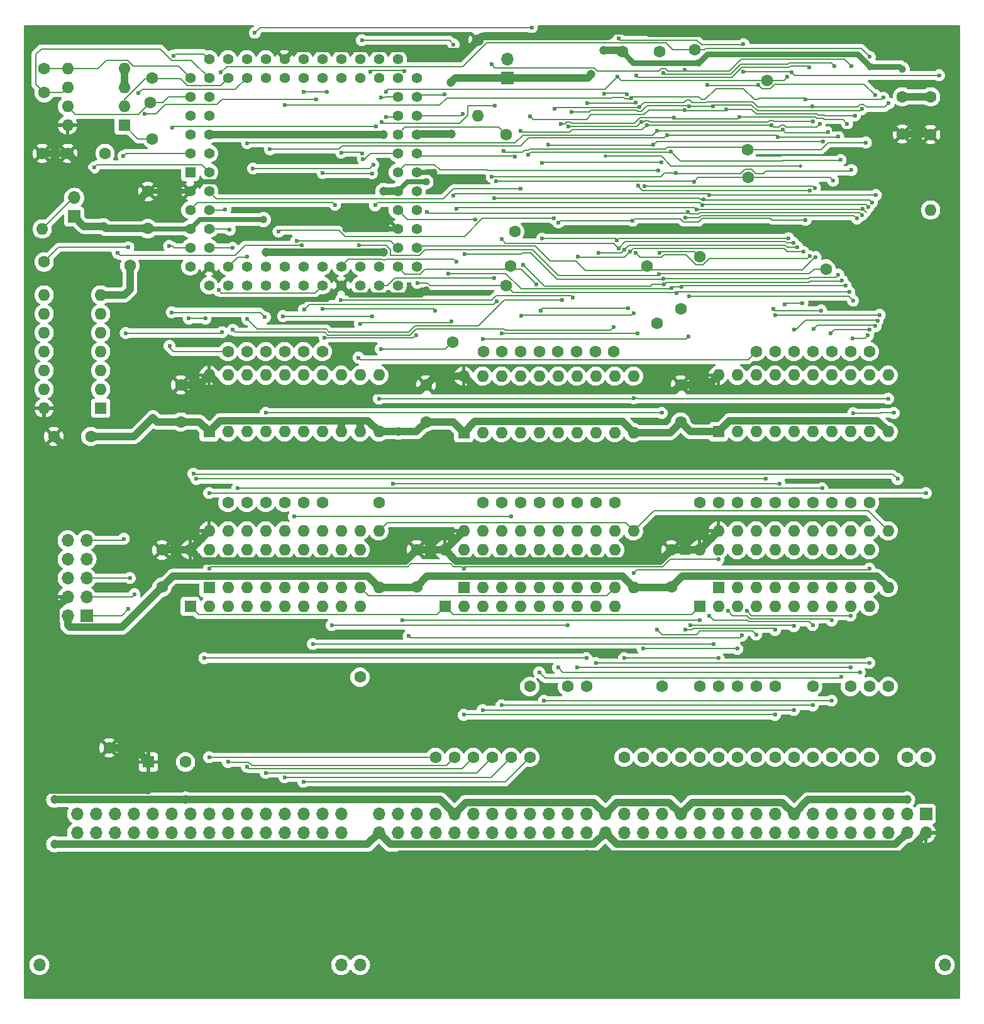
<source format=gbr>
%TF.GenerationSoftware,KiCad,Pcbnew,8.0.8*%
%TF.CreationDate,2025-08-10T21:04:20+02:00*%
%TF.ProjectId,DECPROMEM,44454350-524f-44d4-954d-2e6b69636164,rev?*%
%TF.SameCoordinates,Original*%
%TF.FileFunction,Copper,L2,Bot*%
%TF.FilePolarity,Positive*%
%FSLAX46Y46*%
G04 Gerber Fmt 4.6, Leading zero omitted, Abs format (unit mm)*
G04 Created by KiCad (PCBNEW 8.0.8) date 2025-08-10 21:04:20*
%MOMM*%
%LPD*%
G01*
G04 APERTURE LIST*
%TA.AperFunction,Conductor*%
%ADD10C,0.200000*%
%TD*%
%TA.AperFunction,ComponentPad*%
%ADD11C,1.600000*%
%TD*%
%TA.AperFunction,ComponentPad*%
%ADD12O,1.600000X1.600000*%
%TD*%
%TA.AperFunction,ComponentPad*%
%ADD13R,1.700000X1.700000*%
%TD*%
%TA.AperFunction,ComponentPad*%
%ADD14O,1.700000X1.700000*%
%TD*%
%TA.AperFunction,ComponentPad*%
%ADD15R,1.600000X1.600000*%
%TD*%
%TA.AperFunction,ComponentPad*%
%ADD16R,1.422400X1.422400*%
%TD*%
%TA.AperFunction,ComponentPad*%
%ADD17C,1.422400*%
%TD*%
%TA.AperFunction,ViaPad*%
%ADD18C,0.600000*%
%TD*%
%TA.AperFunction,ViaPad*%
%ADD19C,1.200000*%
%TD*%
%TA.AperFunction,ViaPad*%
%ADD20C,1.000000*%
%TD*%
%TA.AperFunction,ViaPad*%
%ADD21C,0.500000*%
%TD*%
%TA.AperFunction,Conductor*%
%ADD22C,1.000000*%
%TD*%
%TA.AperFunction,Conductor*%
%ADD23C,0.800000*%
%TD*%
%TA.AperFunction,Conductor*%
%ADD24C,0.700000*%
%TD*%
%TA.AperFunction,Conductor*%
%ADD25C,0.300000*%
%TD*%
G04 APERTURE END LIST*
D10*
%TO.N,+5V*%
X328930000Y-182880000D02*
X327660000Y-184150000D01*
X328930000Y-182880000D02*
X327660000Y-182880000D01*
X294640000Y-147320000D02*
X295783000Y-148463000D01*
X328930000Y-182880000D02*
X326517000Y-182880000D01*
%TD*%
D11*
%TO.P,R3,1*%
%TO.N,+5V*%
X272161000Y-132080000D03*
D12*
%TO.P,R3,2*%
%TO.N,Net-(JP2-B)*%
X272161000Y-142240000D03*
%TD*%
D13*
%TO.P,JP2,1,A*%
%TO.N,GND*%
X276479000Y-140589000D03*
D14*
%TO.P,JP2,2,B*%
%TO.N,Net-(JP2-B)*%
X276479000Y-138049000D03*
%TD*%
%TO.P,J1,*%
%TO.N,*%
X393700000Y-241300000D03*
X314960000Y-241300000D03*
X312420000Y-241300000D03*
X271780000Y-241300000D03*
D13*
%TO.P,J1,1,Pin_1*%
%TO.N,/BDCOKH*%
X391160000Y-220980000D03*
D14*
%TO.P,J1,2,Pin_2*%
%TO.N,+5V*%
X391160000Y-223520000D03*
%TO.P,J1,3,Pin_3*%
%TO.N,unconnected-(J1-Pin_3-Pad3)*%
X388620000Y-220980000D03*
%TO.P,J1,4,Pin_4*%
%TO.N,GND*%
X388620000Y-223520000D03*
%TO.P,J1,5,Pin_5*%
%TO.N,/BINITL*%
X386080000Y-220980000D03*
%TO.P,J1,6,Pin_6*%
%TO.N,unconnected-(J1-Pin_6-Pad6)*%
X386080000Y-223520000D03*
%TO.P,J1,7,Pin_7*%
%TO.N,/BDAL15*%
X383540000Y-220980000D03*
%TO.P,J1,8,Pin_8*%
%TO.N,/BDAL13*%
X383540000Y-223520000D03*
%TO.P,J1,9,Pin_9*%
%TO.N,/BDAL14*%
X381000000Y-220980000D03*
%TO.P,J1,10,Pin_10*%
%TO.N,/BDAL12*%
X381000000Y-223520000D03*
%TO.P,J1,11,Pin_11*%
%TO.N,unconnected-(J1-Pin_11-Pad11)*%
X378460000Y-220980000D03*
%TO.P,J1,12,Pin_12*%
%TO.N,/BDAL11*%
X378460000Y-223520000D03*
%TO.P,J1,13,Pin_13*%
%TO.N,/BRPLYL*%
X375920000Y-220980000D03*
%TO.P,J1,14,Pin_14*%
%TO.N,/BDAL10*%
X375920000Y-223520000D03*
%TO.P,J1,15,Pin_15*%
%TO.N,GND*%
X373380000Y-220980000D03*
%TO.P,J1,16,Pin_16*%
%TO.N,/BDAL9*%
X373380000Y-223520000D03*
%TO.P,J1,17,Pin_17*%
%TO.N,/BMDENL*%
X370840000Y-220980000D03*
%TO.P,J1,18,Pin_18*%
%TO.N,/BDAL8*%
X370840000Y-223520000D03*
%TO.P,J1,19,Pin_19*%
%TO.N,/BWRITEL*%
X368300000Y-220980000D03*
%TO.P,J1,20,Pin_20*%
%TO.N,/BDAL7*%
X368300000Y-223520000D03*
%TO.P,J1,21,Pin_21*%
%TO.N,/BWLBL*%
X365760000Y-220980000D03*
%TO.P,J1,22,Pin_22*%
%TO.N,/BDAL6*%
X365760000Y-223520000D03*
%TO.P,J1,23,Pin_23*%
%TO.N,/BWHBL*%
X363220000Y-220980000D03*
%TO.P,J1,24,Pin_24*%
%TO.N,/BDAL5*%
X363220000Y-223520000D03*
%TO.P,J1,25,Pin_25*%
%TO.N,/BSDENL*%
X360680000Y-220980000D03*
%TO.P,J1,26,Pin_26*%
%TO.N,/BDAL4*%
X360680000Y-223520000D03*
%TO.P,J1,27,Pin_27*%
%TO.N,GND*%
X358140000Y-220980000D03*
%TO.P,J1,28,Pin_28*%
%TO.N,/BDAL3*%
X358140000Y-223520000D03*
%TO.P,J1,29,Pin_29*%
%TO.N,/SSnL*%
X355600000Y-220980000D03*
%TO.P,J1,30,Pin_30*%
%TO.N,/BDAL2*%
X355600000Y-223520000D03*
%TO.P,J1,31,Pin_31*%
%TO.N,unconnected-(J1-Pin_31-Pad31)*%
X353060000Y-220980000D03*
%TO.P,J1,32,Pin_32*%
%TO.N,/BDAL1*%
X353060000Y-223520000D03*
%TO.P,J1,33,Pin_33*%
%TO.N,unconnected-(J1-Pin_33-Pad33)*%
X350520000Y-220980000D03*
%TO.P,J1,34,Pin_34*%
%TO.N,/BDAL0*%
X350520000Y-223520000D03*
%TO.P,J1,35,Pin_35*%
%TO.N,GND*%
X347980000Y-220980000D03*
%TO.P,J1,36,Pin_36*%
X347980000Y-223520000D03*
%TO.P,J1,37,Pin_37*%
%TO.N,/BDSL*%
X345440000Y-220980000D03*
%TO.P,J1,38,Pin_38*%
%TO.N,+5V*%
X345440000Y-223520000D03*
%TO.P,J1,39,Pin_39*%
%TO.N,/BASL*%
X342900000Y-220980000D03*
%TO.P,J1,40,Pin_40*%
%TO.N,/+12.0V*%
X342900000Y-223520000D03*
%TO.P,J1,41,Pin_41*%
%TO.N,unconnected-(J1-Pin_41-Pad41)*%
X340360000Y-220980000D03*
%TO.P,J1,42,Pin_42*%
%TO.N,unconnected-(J1-Pin_42-Pad42)*%
X340360000Y-223520000D03*
%TO.P,J1,43,Pin_43*%
%TO.N,/BIOSELL*%
X337820000Y-220980000D03*
%TO.P,J1,44,Pin_44*%
%TO.N,/BDAL21*%
X337820000Y-223520000D03*
%TO.P,J1,45,Pin_45*%
%TO.N,unconnected-(J1-Pin_45-Pad45)*%
X335280000Y-220980000D03*
%TO.P,J1,46,Pin_46*%
%TO.N,/BDAL20*%
X335280000Y-223520000D03*
%TO.P,J1,47,Pin_47*%
%TO.N,unconnected-(J1-Pin_47-Pad47)*%
X332740000Y-220980000D03*
%TO.P,J1,48,Pin_48*%
%TO.N,/BDAL19*%
X332740000Y-223520000D03*
%TO.P,J1,49,Pin_49*%
%TO.N,unconnected-(J1-Pin_49-Pad49)*%
X330200000Y-220980000D03*
%TO.P,J1,50,Pin_50*%
%TO.N,/BDAL18*%
X330200000Y-223520000D03*
%TO.P,J1,51,Pin_51*%
%TO.N,GND*%
X327660000Y-220980000D03*
%TO.P,J1,52,Pin_52*%
%TO.N,/BDAL17*%
X327660000Y-223520000D03*
%TO.P,J1,53,Pin_53*%
%TO.N,unconnected-(J1-Pin_53-Pad53)*%
X325120000Y-220980000D03*
%TO.P,J1,54,Pin_54*%
%TO.N,/BDAL16*%
X325120000Y-223520000D03*
%TO.P,J1,55,Pin_55*%
%TO.N,unconnected-(J1-Pin_55-Pad55)*%
X322580000Y-220980000D03*
%TO.P,J1,56,Pin_56*%
%TO.N,unconnected-(J1-Pin_56-Pad56)*%
X322580000Y-223520000D03*
%TO.P,J1,57,Pin_57*%
%TO.N,unconnected-(J1-Pin_57-Pad57)*%
X320040000Y-220980000D03*
%TO.P,J1,58,Pin_58*%
%TO.N,+5V*%
X320040000Y-223520000D03*
%TO.P,J1,59,Pin_59*%
%TO.N,unconnected-(J1-Pin_59-Pad59)*%
X317500000Y-220980000D03*
%TO.P,J1,60,Pin_60*%
%TO.N,GND*%
X317500000Y-223520000D03*
%TO.P,J1,61,Pin_61*%
%TO.N,unconnected-(J1-Pin_61-Pad61)*%
X312420000Y-220980000D03*
%TO.P,J1,62,Pin_62*%
%TO.N,unconnected-(J1-Pin_62-Pad62)*%
X312420000Y-223520000D03*
%TO.P,J1,63,Pin_63*%
%TO.N,unconnected-(J1-Pin_63-Pad63)*%
X309880000Y-220980000D03*
%TO.P,J1,64,Pin_64*%
%TO.N,unconnected-(J1-Pin_64-Pad64)*%
X309880000Y-223520000D03*
%TO.P,J1,65,Pin_65*%
%TO.N,unconnected-(J1-Pin_65-Pad65)*%
X307340000Y-220980000D03*
%TO.P,J1,66,Pin_66*%
%TO.N,unconnected-(J1-Pin_66-Pad66)*%
X307340000Y-223520000D03*
%TO.P,J1,67,Pin_67*%
%TO.N,unconnected-(J1-Pin_67-Pad67)*%
X304800000Y-220980000D03*
%TO.P,J1,68,Pin_68*%
%TO.N,unconnected-(J1-Pin_68-Pad68)*%
X304800000Y-223520000D03*
%TO.P,J1,69,Pin_69*%
%TO.N,unconnected-(J1-Pin_69-Pad69)*%
X302260000Y-220980000D03*
%TO.P,J1,70,Pin_70*%
%TO.N,unconnected-(J1-Pin_70-Pad70)*%
X302260000Y-223520000D03*
%TO.P,J1,71,Pin_71*%
%TO.N,unconnected-(J1-Pin_71-Pad71)*%
X299720000Y-220980000D03*
%TO.P,J1,72,Pin_72*%
%TO.N,unconnected-(J1-Pin_72-Pad72)*%
X299720000Y-223520000D03*
%TO.P,J1,73,Pin_73*%
%TO.N,unconnected-(J1-Pin_73-Pad73)*%
X297180000Y-220980000D03*
%TO.P,J1,74,Pin_74*%
%TO.N,unconnected-(J1-Pin_74-Pad74)*%
X297180000Y-223520000D03*
%TO.P,J1,75,Pin_75*%
%TO.N,unconnected-(J1-Pin_75-Pad75)*%
X294640000Y-220980000D03*
%TO.P,J1,76,Pin_76*%
%TO.N,unconnected-(J1-Pin_76-Pad76)*%
X294640000Y-223520000D03*
%TO.P,J1,77,Pin_77*%
%TO.N,unconnected-(J1-Pin_77-Pad77)*%
X292100000Y-220980000D03*
%TO.P,J1,78,Pin_78*%
%TO.N,unconnected-(J1-Pin_78-Pad78)*%
X292100000Y-223520000D03*
%TO.P,J1,79,Pin_79*%
%TO.N,unconnected-(J1-Pin_79-Pad79)*%
X289560000Y-220980000D03*
%TO.P,J1,80,Pin_80*%
%TO.N,unconnected-(J1-Pin_80-Pad80)*%
X289560000Y-223520000D03*
%TO.P,J1,81,Pin_81*%
%TO.N,unconnected-(J1-Pin_81-Pad81)*%
X287020000Y-220980000D03*
%TO.P,J1,82,Pin_82*%
%TO.N,unconnected-(J1-Pin_82-Pad82)*%
X287020000Y-223520000D03*
%TO.P,J1,83,Pin_83*%
%TO.N,unconnected-(J1-Pin_83-Pad83)*%
X284480000Y-220980000D03*
%TO.P,J1,84,Pin_84*%
%TO.N,unconnected-(J1-Pin_84-Pad84)*%
X284480000Y-223520000D03*
%TO.P,J1,85,Pin_85*%
%TO.N,unconnected-(J1-Pin_85-Pad85)*%
X281940000Y-220980000D03*
%TO.P,J1,86,Pin_86*%
%TO.N,unconnected-(J1-Pin_86-Pad86)*%
X281940000Y-223520000D03*
%TO.P,J1,87,Pin_87*%
%TO.N,unconnected-(J1-Pin_87-Pad87)*%
X279400000Y-220980000D03*
%TO.P,J1,88,Pin_88*%
%TO.N,unconnected-(J1-Pin_88-Pad88)*%
X279400000Y-223520000D03*
%TO.P,J1,89,Pin_89*%
%TO.N,unconnected-(J1-Pin_89-Pad89)*%
X276860000Y-220980000D03*
%TO.P,J1,90,Pin_90*%
%TO.N,unconnected-(J1-Pin_90-Pad90)*%
X276860000Y-223520000D03*
%TD*%
D11*
%TO.P,J99,1,Pin_1*%
%TO.N,/A14*%
X346659200Y-158750000D03*
%TD*%
%TO.P,J105,1,Pin_1*%
%TO.N,/A20*%
X307340000Y-158750000D03*
%TD*%
%TO.P,J42,1,Pin_1*%
%TO.N,/DAH4*%
X375920000Y-179070000D03*
%TD*%
%TO.P,J84,1,Pin_1*%
%TO.N,Net-(J84-Pin_1)*%
X286969200Y-121920000D03*
%TD*%
%TO.P,J45,1,Pin_1*%
%TO.N,/DAH7*%
X383540000Y-179070000D03*
%TD*%
%TO.P,J23,1,Pin_1*%
%TO.N,/BDAL21*%
X337820000Y-213360000D03*
%TD*%
%TO.P,J83,1,Pin_1*%
%TO.N,/MOSI*%
X272415000Y-120650000D03*
%TD*%
%TO.P,J17,1,Pin_1*%
%TO.N,/BDAL15*%
X383540000Y-203835000D03*
%TD*%
%TO.P,J27,1,Pin_1*%
%TO.N,/BWLBL*%
X365760000Y-203835000D03*
%TD*%
D15*
%TO.P,U6,1,A0*%
%TO.N,/BDAL16*%
X294640000Y-190500000D03*
D12*
%TO.P,U6,2,A1*%
%TO.N,/BDAL17*%
X297180000Y-190500000D03*
%TO.P,U6,3,A2*%
%TO.N,/BDAL18*%
X299720000Y-190500000D03*
%TO.P,U6,4,A3*%
%TO.N,/BDAL19*%
X302260000Y-190500000D03*
%TO.P,U6,5,A4*%
%TO.N,/BDAL20*%
X304800000Y-190500000D03*
%TO.P,U6,6,A5*%
%TO.N,/BDAL21*%
X307340000Y-190500000D03*
%TO.P,U6,7,A6*%
%TO.N,unconnected-(U6-A6-Pad7)*%
X309880000Y-190500000D03*
%TO.P,U6,8,A7*%
%TO.N,unconnected-(U6-A7-Pad8)*%
X312420000Y-190500000D03*
%TO.P,U6,9,T*%
%TO.N,/MDENL*%
X314960000Y-190500000D03*
%TO.P,U6,10,GND*%
%TO.N,GND*%
X317500000Y-190500000D03*
%TO.P,U6,11,R*%
%TO.N,/SDENL*%
X317500000Y-182880000D03*
%TO.P,U6,12,B7*%
%TO.N,unconnected-(U6-B7-Pad12)*%
X314960000Y-182880000D03*
%TO.P,U6,13,B6*%
%TO.N,unconnected-(U6-B6-Pad13)*%
X312420000Y-182880000D03*
%TO.P,U6,14,B5*%
%TO.N,/DAH21*%
X309880000Y-182880000D03*
%TO.P,U6,15,B4*%
%TO.N,/DAH20*%
X307340000Y-182880000D03*
%TO.P,U6,16,B3*%
%TO.N,/DAH19*%
X304800000Y-182880000D03*
%TO.P,U6,17,B2*%
%TO.N,/DAH18*%
X302260000Y-182880000D03*
%TO.P,U6,18,B1*%
%TO.N,/DAH17*%
X299720000Y-182880000D03*
%TO.P,U6,19,B0*%
%TO.N,/DAH16*%
X297180000Y-182880000D03*
%TO.P,U6,20,VCC*%
%TO.N,+5V*%
X294640000Y-182880000D03*
%TD*%
D11*
%TO.P,J79,1,Pin_1*%
%TO.N,/MA21*%
X367233200Y-135331200D03*
%TD*%
%TO.P,J56,1,Pin_1*%
%TO.N,/DAH18*%
X302260000Y-179070000D03*
%TD*%
%TO.P,J107,1,Pin_1*%
%TO.N,+5V*%
X281178000Y-212090000D03*
%TD*%
%TO.P,J24,1,Pin_1*%
%TO.N,/BRPLYL*%
X375920000Y-203835000D03*
%TD*%
%TO.P,J94,1,Pin_1*%
%TO.N,/A9*%
X334086200Y-158750000D03*
%TD*%
%TO.P,J73,1,Pin_1*%
%TO.N,/MA15*%
X334645000Y-129540000D03*
%TD*%
%TO.P,J80,1,Pin_1*%
%TO.N,/HOLDL*%
X286715200Y-125222000D03*
%TD*%
%TO.P,J6,1,Pin_1*%
%TO.N,/BDAL4*%
X360680000Y-213360000D03*
%TD*%
%TO.P,C11,1*%
%TO.N,+5V*%
X322580000Y-185420000D03*
%TO.P,C11,2*%
%TO.N,GND*%
X322580000Y-190420000D03*
%TD*%
%TO.P,J54,1,Pin_1*%
%TO.N,/DAH16*%
X297180000Y-179070000D03*
%TD*%
%TO.P,J87,1,Pin_1*%
%TO.N,/A2*%
X370840000Y-158750000D03*
%TD*%
%TO.P,J21,1,Pin_1*%
%TO.N,/BDAL19*%
X332740000Y-213360000D03*
%TD*%
D15*
%TO.P,U8,1,OE*%
%TO.N,GND*%
X294640000Y-169545000D03*
D12*
%TO.P,U8,2,D0*%
%TO.N,/DAH16*%
X297180000Y-169545000D03*
%TO.P,U8,3,D1*%
%TO.N,/DAH17*%
X299720000Y-169545000D03*
%TO.P,U8,4,D2*%
%TO.N,/DAH18*%
X302260000Y-169545000D03*
%TO.P,U8,5,D3*%
%TO.N,/DAH19*%
X304800000Y-169545000D03*
%TO.P,U8,6,D4*%
%TO.N,/DAH20*%
X307340000Y-169545000D03*
%TO.P,U8,7,D5*%
%TO.N,/DAH21*%
X309880000Y-169545000D03*
%TO.P,U8,8,D6*%
%TO.N,GND*%
X312420000Y-169545000D03*
%TO.P,U8,9,D7*%
X314960000Y-169545000D03*
%TO.P,U8,10,GND*%
X317500000Y-169545000D03*
%TO.P,U8,11,Load*%
%TO.N,/ASL*%
X317500000Y-161925000D03*
%TO.P,U8,12,Q7*%
%TO.N,unconnected-(U8-Q7-Pad12)*%
X314960000Y-161925000D03*
%TO.P,U8,13,Q6*%
%TO.N,unconnected-(U8-Q6-Pad13)*%
X312420000Y-161925000D03*
%TO.P,U8,14,Q5*%
%TO.N,/A21*%
X309880000Y-161925000D03*
%TO.P,U8,15,Q4*%
%TO.N,/A20*%
X307340000Y-161925000D03*
%TO.P,U8,16,Q3*%
%TO.N,/A19*%
X304800000Y-161925000D03*
%TO.P,U8,17,Q2*%
%TO.N,/A18*%
X302260000Y-161925000D03*
%TO.P,U8,18,Q1*%
%TO.N,/A17*%
X299720000Y-161925000D03*
%TO.P,U8,19,Q0*%
%TO.N,/A16*%
X297180000Y-161925000D03*
%TO.P,U8,20,VCC*%
%TO.N,+5V*%
X294640000Y-161925000D03*
%TD*%
D11*
%TO.P,J31,1,Pin_1*%
%TO.N,/BDSL*%
X345440000Y-203835000D03*
%TD*%
%TO.P,J9,1,Pin_1*%
%TO.N,/BDAL7*%
X368300000Y-213360000D03*
%TD*%
%TO.P,J97,1,Pin_1*%
%TO.N,/A12*%
X341604600Y-158750000D03*
%TD*%
%TO.P,J50,1,Pin_1*%
%TO.N,/DAH12*%
X341630000Y-179070000D03*
%TD*%
%TO.P,J52,1,Pin_1*%
%TO.N,/DAH14*%
X346710000Y-179070000D03*
%TD*%
%TO.P,J92,1,Pin_1*%
%TO.N,/A7*%
X383540000Y-158750000D03*
%TD*%
%TO.P,J69,1,Pin_1*%
%TO.N,/MHEL*%
X354965000Y-154940000D03*
%TD*%
%TO.P,J4,1,Pin_1*%
%TO.N,/BDAL2*%
X355600000Y-213360000D03*
%TD*%
%TO.P,J41,1,Pin_1*%
%TO.N,/DAH3*%
X373380000Y-179070000D03*
%TD*%
%TO.P,J19,1,Pin_1*%
%TO.N,/BDAL17*%
X327660000Y-213360000D03*
%TD*%
%TO.P,J36,1,Pin_1*%
%TO.N,GND*%
X283972000Y-147193000D03*
%TD*%
%TO.P,C10,1*%
%TO.N,+5V*%
X286385000Y-137200000D03*
%TO.P,C10,2*%
%TO.N,GND*%
X286385000Y-142200000D03*
%TD*%
%TO.P,J29,1,Pin_1*%
%TO.N,/BSDENL*%
X360680000Y-203835000D03*
%TD*%
%TO.P,J26,1,Pin_1*%
%TO.N,/BWRITEL*%
X368300000Y-203835000D03*
%TD*%
%TO.P,J15,1,Pin_1*%
%TO.N,/BDAL13*%
X383540000Y-213360000D03*
%TD*%
%TO.P,J8,1,Pin_1*%
%TO.N,/BDAL6*%
X365760000Y-213360000D03*
%TD*%
%TO.P,J93,1,Pin_1*%
%TO.N,/A8*%
X331597000Y-158750000D03*
%TD*%
%TO.P,J63,1,Pin_1*%
%TO.N,/SDENL*%
X317500000Y-179070000D03*
%TD*%
%TO.P,J43,1,Pin_1*%
%TO.N,/DAH5*%
X378460000Y-179070000D03*
%TD*%
%TO.P,J40,1,Pin_1*%
%TO.N,/DAH2*%
X370840000Y-179070000D03*
%TD*%
%TO.P,J65,1,Pin_1*%
%TO.N,/MWEL*%
X377698000Y-147624800D03*
%TD*%
%TO.P,J66,1,Pin_1*%
%TO.N,/MCELOWH*%
X360680000Y-145999200D03*
%TD*%
D15*
%TO.P,U2,1,A->B*%
%TO.N,/BUSDIRH*%
X292100000Y-193040000D03*
D12*
%TO.P,U2,2,A0*%
%TO.N,/BDAL16*%
X294640000Y-193040000D03*
%TO.P,U2,3,A1*%
%TO.N,/BDAL17*%
X297180000Y-193040000D03*
%TO.P,U2,4,A2*%
%TO.N,/BDAL18*%
X299720000Y-193040000D03*
%TO.P,U2,5,A3*%
%TO.N,/BDAL19*%
X302260000Y-193040000D03*
%TO.P,U2,6,A4*%
%TO.N,/BDAL20*%
X304800000Y-193040000D03*
%TO.P,U2,7,A5*%
%TO.N,/BDAL21*%
X307340000Y-193040000D03*
%TO.P,U2,8,A6*%
%TO.N,unconnected-(U2-A6-Pad8)*%
X309880000Y-193040000D03*
%TO.P,U2,9,A7*%
%TO.N,unconnected-(U2-A7-Pad9)*%
X312420000Y-193040000D03*
%TO.P,U2,10,GND*%
%TO.N,GND*%
X314960000Y-193040000D03*
%TO.P,U2,11,B7*%
%TO.N,unconnected-(U2-B7-Pad11)*%
X314960000Y-185420000D03*
%TO.P,U2,12,B6*%
%TO.N,unconnected-(U2-B6-Pad12)*%
X312420000Y-185420000D03*
%TO.P,U2,13,B5*%
%TO.N,/DAH21*%
X309880000Y-185420000D03*
%TO.P,U2,14,B4*%
%TO.N,/DAH20*%
X307340000Y-185420000D03*
%TO.P,U2,15,B3*%
%TO.N,/DAH19*%
X304800000Y-185420000D03*
%TO.P,U2,16,B2*%
%TO.N,/DAH18*%
X302260000Y-185420000D03*
%TO.P,U2,17,B1*%
%TO.N,/DAH17*%
X299720000Y-185420000D03*
%TO.P,U2,18,B0*%
%TO.N,/DAH16*%
X297180000Y-185420000D03*
%TO.P,U2,19,CE*%
%TO.N,/BUSOEL*%
X294640000Y-185420000D03*
%TO.P,U2,20,VCC*%
%TO.N,+5V*%
X292100000Y-185420000D03*
%TD*%
D11*
%TO.P,J82,1,Pin_1*%
%TO.N,/SCK*%
X272440400Y-123901200D03*
%TD*%
%TO.P,J30,1,Pin_1*%
%TO.N,/SSnL*%
X355600000Y-203835000D03*
%TD*%
%TO.P,J95,1,Pin_1*%
%TO.N,/A10*%
X336600800Y-158750000D03*
%TD*%
%TO.P,J5,1,Pin_1*%
%TO.N,/BDAL3*%
X358140000Y-213360000D03*
%TD*%
%TO.P,J3,1,Pin_1*%
%TO.N,/BDAL1*%
X353060000Y-213360000D03*
%TD*%
%TO.P,J20,1,Pin_1*%
%TO.N,/BDAL18*%
X330200000Y-213360000D03*
%TD*%
D15*
%TO.P,C12,1*%
%TO.N,+5V*%
X286465000Y-213995000D03*
D11*
%TO.P,C12,2*%
%TO.N,GND*%
X291465000Y-213995000D03*
%TD*%
%TO.P,J37,1,Pin_1*%
%TO.N,GND*%
X391795000Y-124460000D03*
%TD*%
%TO.P,R1,1*%
%TO.N,+5V*%
X330835000Y-116840000D03*
D12*
%TO.P,R1,2*%
%TO.N,Net-(JP1-B)*%
X330835000Y-127000000D03*
%TD*%
D11*
%TO.P,J53,1,Pin_1*%
%TO.N,/DAH15*%
X349250000Y-179070000D03*
%TD*%
%TO.P,J38,1,Pin_1*%
%TO.N,/DAH0*%
X365760000Y-179070000D03*
%TD*%
%TO.P,J88,1,Pin_1*%
%TO.N,/A3*%
X373380000Y-158750000D03*
%TD*%
%TO.P,J90,1,Pin_1*%
%TO.N,/A5*%
X378460000Y-158750000D03*
%TD*%
D15*
%TO.P,U10,1,~{CS}*%
%TO.N,/CSL*%
X283210000Y-128270000D03*
D12*
%TO.P,U10,2,MISO*%
%TO.N,Net-(J84-Pin_1)*%
X283210000Y-125730000D03*
%TO.P,U10,3,~{WP}*%
%TO.N,GND*%
X283210000Y-123190000D03*
%TO.P,U10,4,GND*%
X283210000Y-120650000D03*
%TO.P,U10,5,MOSI*%
%TO.N,/MOSI*%
X275590000Y-120650000D03*
%TO.P,U10,6,SCK*%
%TO.N,/SCK*%
X275590000Y-123190000D03*
%TO.P,U10,7,~{HOLD}*%
%TO.N,/HOLDL*%
X275590000Y-125730000D03*
%TO.P,U10,8,VCC*%
%TO.N,+5V*%
X275590000Y-128270000D03*
%TD*%
D11*
%TO.P,J86,1,Pin_1*%
%TO.N,/A1*%
X368300000Y-158750000D03*
%TD*%
%TO.P,J100,1,Pin_1*%
%TO.N,/A15*%
X349123000Y-158750000D03*
%TD*%
%TO.P,J81,1,Pin_1*%
%TO.N,/CSL*%
X286969200Y-130098800D03*
%TD*%
%TO.P,J33,1,Pin_1*%
%TO.N,/BIOSELL*%
X337820000Y-203835000D03*
%TD*%
D15*
%TO.P,X1,1,NC*%
%TO.N,unconnected-(X1-NC-Pad1)*%
X280035000Y-166370000D03*
D12*
%TO.P,X1,2*%
%TO.N,N/C*%
X280035000Y-163830000D03*
%TO.P,X1,3*%
X280035000Y-161290000D03*
%TO.P,X1,4*%
X280035000Y-158750000D03*
%TO.P,X1,5*%
X280035000Y-156210000D03*
%TO.P,X1,6*%
X280035000Y-153670000D03*
%TO.P,X1,7,GND*%
%TO.N,GND*%
X280035000Y-151130000D03*
%TO.P,X1,8,OUT*%
%TO.N,/CLK*%
X272415000Y-151130000D03*
%TO.P,X1,9*%
%TO.N,N/C*%
X272415000Y-153670000D03*
%TO.P,X1,10*%
X272415000Y-156210000D03*
%TO.P,X1,11*%
X272415000Y-158750000D03*
%TO.P,X1,12*%
X272415000Y-161290000D03*
%TO.P,X1,13*%
X272415000Y-163830000D03*
%TO.P,X1,14,Vcc*%
%TO.N,+5V*%
X272415000Y-166370000D03*
%TD*%
D11*
%TO.P,J34,1,Pin_1*%
%TO.N,/BDCOKH*%
X391160000Y-213360000D03*
%TD*%
%TO.P,C8,1*%
%TO.N,+5V*%
X323850000Y-163235000D03*
%TO.P,C8,2*%
%TO.N,GND*%
X323850000Y-168235000D03*
%TD*%
%TO.P,J59,1,Pin_1*%
%TO.N,/DAH21*%
X309880000Y-179070000D03*
%TD*%
%TO.P,C6,1*%
%TO.N,+5V*%
X356870000Y-185460000D03*
%TO.P,C6,2*%
%TO.N,GND*%
X356870000Y-190460000D03*
%TD*%
%TO.P,J106,1,Pin_1*%
%TO.N,/A21*%
X309880000Y-158750000D03*
%TD*%
D15*
%TO.P,U5,1,A0*%
%TO.N,/BDAL0*%
X363220000Y-190500000D03*
D12*
%TO.P,U5,2,A1*%
%TO.N,/BDAL1*%
X365760000Y-190500000D03*
%TO.P,U5,3,A2*%
%TO.N,/BDAL2*%
X368300000Y-190500000D03*
%TO.P,U5,4,A3*%
%TO.N,/BDAL3*%
X370840000Y-190500000D03*
%TO.P,U5,5,A4*%
%TO.N,/BDAL4*%
X373380000Y-190500000D03*
%TO.P,U5,6,A5*%
%TO.N,/BDAL5*%
X375920000Y-190500000D03*
%TO.P,U5,7,A6*%
%TO.N,/BDAL6*%
X378460000Y-190500000D03*
%TO.P,U5,8,A7*%
%TO.N,/BDAL7*%
X381000000Y-190500000D03*
%TO.P,U5,9,T*%
%TO.N,/MDENL*%
X383540000Y-190500000D03*
%TO.P,U5,10,GND*%
%TO.N,GND*%
X386080000Y-190500000D03*
%TO.P,U5,11,R*%
%TO.N,/SDENL*%
X386080000Y-182880000D03*
%TO.P,U5,12,B7*%
%TO.N,/DAH7*%
X383540000Y-182880000D03*
%TO.P,U5,13,B6*%
%TO.N,/DAH6*%
X381000000Y-182880000D03*
%TO.P,U5,14,B5*%
%TO.N,/DAH5*%
X378460000Y-182880000D03*
%TO.P,U5,15,B4*%
%TO.N,/DAH4*%
X375920000Y-182880000D03*
%TO.P,U5,16,B3*%
%TO.N,/DAH3*%
X373380000Y-182880000D03*
%TO.P,U5,17,B2*%
%TO.N,/DAH2*%
X370840000Y-182880000D03*
%TO.P,U5,18,B1*%
%TO.N,/DAH1*%
X368300000Y-182880000D03*
%TO.P,U5,19,B0*%
%TO.N,/DAH0*%
X365760000Y-182880000D03*
%TO.P,U5,20,VCC*%
%TO.N,+5V*%
X363220000Y-182880000D03*
%TD*%
D11*
%TO.P,J103,1,Pin_1*%
%TO.N,/A18*%
X302260000Y-158750000D03*
%TD*%
%TO.P,J32,1,Pin_1*%
%TO.N,/BASL*%
X342900000Y-203835000D03*
%TD*%
%TO.P,C9,1*%
%TO.N,+5V*%
X273725000Y-170180000D03*
%TO.P,C9,2*%
%TO.N,GND*%
X278725000Y-170180000D03*
%TD*%
%TO.P,C4,1*%
%TO.N,+5V*%
X387985000Y-129460000D03*
%TO.P,C4,2*%
%TO.N,GND*%
X387985000Y-124460000D03*
%TD*%
%TO.P,J71,1,Pin_1*%
%TO.N,/BUSOEL*%
X363220000Y-179070000D03*
%TD*%
%TO.P,J76,1,Pin_1*%
%TO.N,/MA18*%
X334645000Y-149860000D03*
%TD*%
%TO.P,J96,1,Pin_1*%
%TO.N,/A11*%
X339090000Y-158750000D03*
%TD*%
%TO.P,J72,1,Pin_1*%
%TO.N,/CLK*%
X272415000Y-146685000D03*
%TD*%
%TO.P,J67,1,Pin_1*%
%TO.N,/MLEL*%
X335788000Y-142621000D03*
%TD*%
D15*
%TO.P,U4,1,A->B*%
%TO.N,/BUSDIRH*%
X326390000Y-193040000D03*
D12*
%TO.P,U4,2,A0*%
%TO.N,/BDAL8*%
X328930000Y-193040000D03*
%TO.P,U4,3,A1*%
%TO.N,/BDAL9*%
X331470000Y-193040000D03*
%TO.P,U4,4,A2*%
%TO.N,/BDAL10*%
X334010000Y-193040000D03*
%TO.P,U4,5,A3*%
%TO.N,/BDAL11*%
X336550000Y-193040000D03*
%TO.P,U4,6,A4*%
%TO.N,/BDAL12*%
X339090000Y-193040000D03*
%TO.P,U4,7,A5*%
%TO.N,/BDAL13*%
X341630000Y-193040000D03*
%TO.P,U4,8,A6*%
%TO.N,/BDAL14*%
X344170000Y-193040000D03*
%TO.P,U4,9,A7*%
%TO.N,/BDAL15*%
X346710000Y-193040000D03*
%TO.P,U4,10,GND*%
%TO.N,GND*%
X349250000Y-193040000D03*
%TO.P,U4,11,B7*%
%TO.N,/DAH15*%
X349250000Y-185420000D03*
%TO.P,U4,12,B6*%
%TO.N,/DAH14*%
X346710000Y-185420000D03*
%TO.P,U4,13,B5*%
%TO.N,/DAH13*%
X344170000Y-185420000D03*
%TO.P,U4,14,B4*%
%TO.N,/DAH12*%
X341630000Y-185420000D03*
%TO.P,U4,15,B3*%
%TO.N,/DAH11*%
X339090000Y-185420000D03*
%TO.P,U4,16,B2*%
%TO.N,/DAH10*%
X336550000Y-185420000D03*
%TO.P,U4,17,B1*%
%TO.N,/DAH9*%
X334010000Y-185420000D03*
%TO.P,U4,18,B0*%
%TO.N,/DAH8*%
X331470000Y-185420000D03*
%TO.P,U4,19,CE*%
%TO.N,/BUSOEL*%
X328930000Y-185420000D03*
%TO.P,U4,20,VCC*%
%TO.N,+5V*%
X326390000Y-185420000D03*
%TD*%
D11*
%TO.P,J91,1,Pin_1*%
%TO.N,/A6*%
X381000000Y-158750000D03*
%TD*%
%TO.P,C2,1*%
%TO.N,+5V*%
X358140000Y-163235000D03*
%TO.P,C2,2*%
%TO.N,GND*%
X358140000Y-168235000D03*
%TD*%
%TO.P,J55,1,Pin_1*%
%TO.N,/DAH17*%
X299720000Y-179070000D03*
%TD*%
%TO.P,J78,1,Pin_1*%
%TO.N,/MA20*%
X353568000Y-147218400D03*
%TD*%
%TO.P,J39,1,Pin_1*%
%TO.N,/DAH1*%
X368300000Y-179070000D03*
%TD*%
D15*
%TO.P,U7,1,OE*%
%TO.N,GND*%
X363220000Y-169545000D03*
D12*
%TO.P,U7,2,D0*%
%TO.N,/DAH0*%
X365760000Y-169545000D03*
%TO.P,U7,3,D1*%
%TO.N,/DAH1*%
X368300000Y-169545000D03*
%TO.P,U7,4,D2*%
%TO.N,/DAH2*%
X370840000Y-169545000D03*
%TO.P,U7,5,D3*%
%TO.N,/DAH3*%
X373380000Y-169545000D03*
%TO.P,U7,6,D4*%
%TO.N,/DAH4*%
X375920000Y-169545000D03*
%TO.P,U7,7,D5*%
%TO.N,/DAH5*%
X378460000Y-169545000D03*
%TO.P,U7,8,D6*%
%TO.N,/DAH6*%
X381000000Y-169545000D03*
%TO.P,U7,9,D7*%
%TO.N,/DAH7*%
X383540000Y-169545000D03*
%TO.P,U7,10,GND*%
%TO.N,GND*%
X386080000Y-169545000D03*
%TO.P,U7,11,Load*%
%TO.N,/ASL*%
X386080000Y-161925000D03*
%TO.P,U7,12,Q7*%
%TO.N,/A7*%
X383540000Y-161925000D03*
%TO.P,U7,13,Q6*%
%TO.N,/A6*%
X381000000Y-161925000D03*
%TO.P,U7,14,Q5*%
%TO.N,/A5*%
X378460000Y-161925000D03*
%TO.P,U7,15,Q4*%
%TO.N,/A4*%
X375920000Y-161925000D03*
%TO.P,U7,16,Q3*%
%TO.N,/A3*%
X373380000Y-161925000D03*
%TO.P,U7,17,Q2*%
%TO.N,/A2*%
X370840000Y-161925000D03*
%TO.P,U7,18,Q1*%
%TO.N,/A1*%
X368300000Y-161925000D03*
%TO.P,U7,19,Q0*%
%TO.N,unconnected-(U7-Q0-Pad19)*%
X365760000Y-161925000D03*
%TO.P,U7,20,VCC*%
%TO.N,+5V*%
X363220000Y-161925000D03*
%TD*%
D11*
%TO.P,J77,1,Pin_1*%
%TO.N,/MA19*%
X358140000Y-153035000D03*
%TD*%
%TO.P,J102,1,Pin_1*%
%TO.N,/A17*%
X299720000Y-158750000D03*
%TD*%
%TO.P,J14,1,Pin_1*%
%TO.N,/BDAL12*%
X381000000Y-213360000D03*
%TD*%
%TO.P,J47,1,Pin_1*%
%TO.N,/DAH9*%
X334010000Y-179070000D03*
%TD*%
%TO.P,J101,1,Pin_1*%
%TO.N,/A16*%
X297180000Y-158750000D03*
%TD*%
%TO.P,J16,1,Pin_1*%
%TO.N,/BDAL14*%
X381000000Y-203835000D03*
%TD*%
%TO.P,J48,1,Pin_1*%
%TO.N,/DAH10*%
X336550000Y-179070000D03*
%TD*%
%TO.P,J25,1,Pin_1*%
%TO.N,/BMDENL*%
X370840000Y-203835000D03*
%TD*%
%TO.P,J44,1,Pin_1*%
%TO.N,/DAH6*%
X381000000Y-179070000D03*
%TD*%
D15*
%TO.P,U9,1,OE*%
%TO.N,GND*%
X328930000Y-169672000D03*
D12*
%TO.P,U9,2,D0*%
%TO.N,/DAH8*%
X331470000Y-169672000D03*
%TO.P,U9,3,D1*%
%TO.N,/DAH9*%
X334010000Y-169672000D03*
%TO.P,U9,4,D2*%
%TO.N,/DAH10*%
X336550000Y-169672000D03*
%TO.P,U9,5,D3*%
%TO.N,/DAH11*%
X339090000Y-169672000D03*
%TO.P,U9,6,D4*%
%TO.N,/DAH12*%
X341630000Y-169672000D03*
%TO.P,U9,7,D5*%
%TO.N,/DAH13*%
X344170000Y-169672000D03*
%TO.P,U9,8,D6*%
%TO.N,/DAH14*%
X346710000Y-169672000D03*
%TO.P,U9,9,D7*%
%TO.N,/DAH15*%
X349250000Y-169672000D03*
%TO.P,U9,10,GND*%
%TO.N,GND*%
X351790000Y-169672000D03*
%TO.P,U9,11,Load*%
%TO.N,/ASL*%
X351790000Y-162052000D03*
%TO.P,U9,12,Q7*%
%TO.N,/A15*%
X349250000Y-162052000D03*
%TO.P,U9,13,Q6*%
%TO.N,/A14*%
X346710000Y-162052000D03*
%TO.P,U9,14,Q5*%
%TO.N,/A13*%
X344170000Y-162052000D03*
%TO.P,U9,15,Q4*%
%TO.N,/A12*%
X341630000Y-162052000D03*
%TO.P,U9,16,Q3*%
%TO.N,/A11*%
X339090000Y-162052000D03*
%TO.P,U9,17,Q2*%
%TO.N,/A10*%
X336550000Y-162052000D03*
%TO.P,U9,18,Q1*%
%TO.N,/A9*%
X334010000Y-162052000D03*
%TO.P,U9,19,Q0*%
%TO.N,/A8*%
X331470000Y-162052000D03*
%TO.P,U9,20,VCC*%
%TO.N,+5V*%
X328930000Y-162052000D03*
%TD*%
D11*
%TO.P,J58,1,Pin_1*%
%TO.N,/DAH20*%
X307340000Y-179070000D03*
%TD*%
%TO.P,J68,1,Pin_1*%
%TO.N,/MCEHIGHL*%
X367182400Y-131572000D03*
%TD*%
%TO.P,J18,1,Pin_1*%
%TO.N,/BDAL16*%
X325120000Y-213360000D03*
%TD*%
%TO.P,J10,1,Pin_1*%
%TO.N,/BDAL8*%
X370840000Y-213360000D03*
%TD*%
%TO.P,J46,1,Pin_1*%
%TO.N,/DAH8*%
X331470000Y-179070000D03*
%TD*%
D15*
%TO.P,U1,1,A->B*%
%TO.N,/BUSDIRH*%
X360680000Y-193040000D03*
D12*
%TO.P,U1,2,A0*%
%TO.N,/BDAL0*%
X363220000Y-193040000D03*
%TO.P,U1,3,A1*%
%TO.N,/BDAL1*%
X365760000Y-193040000D03*
%TO.P,U1,4,A2*%
%TO.N,/BDAL2*%
X368300000Y-193040000D03*
%TO.P,U1,5,A3*%
%TO.N,/BDAL3*%
X370840000Y-193040000D03*
%TO.P,U1,6,A4*%
%TO.N,/BDAL4*%
X373380000Y-193040000D03*
%TO.P,U1,7,A5*%
%TO.N,/BDAL5*%
X375920000Y-193040000D03*
%TO.P,U1,8,A6*%
%TO.N,/BDAL6*%
X378460000Y-193040000D03*
%TO.P,U1,9,A7*%
%TO.N,/BDAL7*%
X381000000Y-193040000D03*
%TO.P,U1,10,GND*%
%TO.N,GND*%
X383540000Y-193040000D03*
%TO.P,U1,11,B7*%
%TO.N,/DAH7*%
X383540000Y-185420000D03*
%TO.P,U1,12,B6*%
%TO.N,/DAH6*%
X381000000Y-185420000D03*
%TO.P,U1,13,B5*%
%TO.N,/DAH5*%
X378460000Y-185420000D03*
%TO.P,U1,14,B4*%
%TO.N,/DAH4*%
X375920000Y-185420000D03*
%TO.P,U1,15,B3*%
%TO.N,/DAH3*%
X373380000Y-185420000D03*
%TO.P,U1,16,B2*%
%TO.N,/DAH2*%
X370840000Y-185420000D03*
%TO.P,U1,17,B1*%
%TO.N,/DAH1*%
X368300000Y-185420000D03*
%TO.P,U1,18,B0*%
%TO.N,/DAH0*%
X365760000Y-185420000D03*
%TO.P,U1,19,CE*%
%TO.N,/BUSOEL*%
X363220000Y-185420000D03*
%TO.P,U1,20,VCC*%
%TO.N,+5V*%
X360680000Y-185420000D03*
%TD*%
D11*
%TO.P,J89,1,Pin_1*%
%TO.N,/A4*%
X375920000Y-158750000D03*
%TD*%
%TO.P,C1,1*%
%TO.N,+5V*%
X290830000Y-163235000D03*
%TO.P,C1,2*%
%TO.N,GND*%
X290830000Y-168235000D03*
%TD*%
%TO.P,J13,1,Pin_1*%
%TO.N,/BDAL11*%
X378460000Y-213360000D03*
%TD*%
%TO.P,C3,1*%
%TO.N,+5V*%
X275630000Y-132080000D03*
%TO.P,C3,2*%
%TO.N,GND*%
X280630000Y-132080000D03*
%TD*%
%TO.P,J51,1,Pin_1*%
%TO.N,/DAH13*%
X344170000Y-179070000D03*
%TD*%
D16*
%TO.P,U11,1,binitl*%
%TO.N,/BINITL*%
X292100000Y-134620000D03*
D17*
%TO.P,U11,2,inverting*%
%TO.N,Net-(JP2-B)*%
X294640000Y-134620000D03*
%TO.P,U11,3,VCCINT*%
%TO.N,+5V*%
X292100000Y-137160000D03*
%TO.P,U11,4,data_5*%
%TO.N,/DAH5*%
X294640000Y-137160000D03*
%TO.P,U11,5,data_0*%
%TO.N,/DAH0*%
X292100000Y-139700000D03*
%TO.P,U11,6,A_0*%
%TO.N,/A15*%
X294640000Y-139700000D03*
%TO.P,U11,7,GND*%
%TO.N,GND*%
X292100000Y-142240000D03*
%TO.P,U11,8,moe*%
%TO.N,/MOEL*%
X294640000Y-142240000D03*
%TO.P,U11,9,A_3*%
%TO.N,/A18*%
X292100000Y-144780000D03*
%TO.P,U11,10,brplyl*%
%TO.N,/BRPLYL*%
X294640000Y-144780000D03*
%TO.P,U11,11,bwritel*%
%TO.N,/BWRITEL*%
X292100000Y-147320000D03*
%TO.P,U11,12,bdsl*%
%TO.N,/BDSL*%
X294640000Y-149860000D03*
%TO.P,U11,13,VCCIO*%
%TO.N,+5V*%
X294640000Y-147320000D03*
%TO.P,U11,14,TDI*%
%TO.N,Net-(J60-Pin_9)*%
X297180000Y-149860000D03*
%TO.P,U11,15,data_1*%
%TO.N,/DAH1*%
X297180000Y-147320000D03*
%TO.P,U11,16,data_2*%
%TO.N,/DAH2*%
X299720000Y-149860000D03*
%TO.P,U11,17,data_4*%
%TO.N,/DAH4*%
X299720000Y-147320000D03*
%TO.P,U11,18,data_3*%
%TO.N,/DAH3*%
X302260000Y-149860000D03*
%TO.P,U11,19,GND*%
%TO.N,GND*%
X302260000Y-147320000D03*
%TO.P,U11,20,data_6*%
%TO.N,/DAH6*%
X304800000Y-149860000D03*
%TO.P,U11,21,data_7*%
%TO.N,/DAH7*%
X304800000Y-147320000D03*
%TO.P,U11,22,mle*%
%TO.N,/MCEHIGHL*%
X307340000Y-149860000D03*
%TO.P,U11,23,TMS*%
%TO.N,Net-(J60-Pin_5)*%
X307340000Y-147320000D03*
%TO.P,U11,24,bosoe*%
%TO.N,/BUSOEL*%
X309880000Y-149860000D03*
%TO.P,U11,25,busdir*%
%TO.N,/BUSDIRH*%
X309880000Y-147320000D03*
%TO.P,U11,26,VCCIO*%
%TO.N,+5V*%
X312420000Y-149860000D03*
%TO.P,U11,27,ioa_4*%
%TO.N,/A5*%
X312420000Y-147320000D03*
%TO.P,U11,28,ioa_1*%
%TO.N,/A2*%
X314960000Y-149860000D03*
%TO.P,U11,29,ioa_0*%
%TO.N,/A1*%
X314960000Y-147320000D03*
%TO.P,U11,30,ioa_2*%
%TO.N,/A3*%
X317500000Y-149860000D03*
%TO.P,U11,31,ioa_3*%
%TO.N,/A4*%
X317500000Y-147320000D03*
%TO.P,U11,32,GND*%
%TO.N,GND*%
X320040000Y-149860000D03*
%TO.P,U11,33,ma_3*%
%TO.N,/MA18*%
X322580000Y-147320000D03*
%TO.P,U11,34,ma_1*%
%TO.N,/MA16*%
X320040000Y-147320000D03*
%TO.P,U11,35,ma_5*%
%TO.N,/MA20*%
X322580000Y-144780000D03*
%TO.P,U11,36,A_5*%
%TO.N,/A20*%
X320040000Y-144780000D03*
%TO.P,U11,37,A_6*%
%TO.N,/A21*%
X322580000Y-142240000D03*
%TO.P,U11,38,VCCIO*%
%TO.N,+5V*%
X320040000Y-142240000D03*
%TO.P,U11,39,bwlbl*%
%TO.N,/BWLBL*%
X322580000Y-139700000D03*
%TO.P,U11,40,msiz*%
%TO.N,Net-(JP1-B)*%
X320040000Y-139700000D03*
%TO.P,U11,41,ioa_5*%
%TO.N,/A6*%
X322580000Y-137160000D03*
%TO.P,U11,42,GND*%
%TO.N,GND*%
X320040000Y-137160000D03*
%TO.P,U11,43,VCCINT*%
%TO.N,+5V*%
X322580000Y-134620000D03*
%TO.P,U11,44,nmcehigh*%
%TO.N,/MCELOWH*%
X320040000Y-134620000D03*
%TO.P,U11,45,mcelow*%
%TO.N,/MLEL*%
X322580000Y-132080000D03*
%TO.P,U11,46,mwe*%
%TO.N,/MWEL*%
X320040000Y-132080000D03*
%TO.P,U11,47,GND*%
%TO.N,GND*%
X322580000Y-129540000D03*
%TO.P,U11,48,ma_0*%
%TO.N,/MA15*%
X320040000Y-129540000D03*
%TO.P,U11,49,mhe*%
%TO.N,/MHEL*%
X322580000Y-127000000D03*
%TO.P,U11,50,ma_2*%
%TO.N,/MA17*%
X320040000Y-127000000D03*
%TO.P,U11,51,ma_4*%
%TO.N,/MA19*%
X322580000Y-124460000D03*
%TO.P,U11,52,ma_6*%
%TO.N,/MA21*%
X320040000Y-124460000D03*
%TO.P,U11,53,VCCIO*%
%TO.N,+5V*%
X322580000Y-121920000D03*
%TO.P,U11,54,A_2*%
%TO.N,/A17*%
X320040000Y-119380000D03*
%TO.P,U11,55,bsdenl*%
%TO.N,/BSDENL*%
X320040000Y-121920000D03*
%TO.P,U11,56,bmdenl*%
%TO.N,/BMDENL*%
X317500000Y-119380000D03*
%TO.P,U11,57,A_1*%
%TO.N,/A16*%
X317500000Y-121920000D03*
%TO.P,U11,58,asl*%
%TO.N,/ASL*%
X314960000Y-119380000D03*
%TO.P,U11,59,GND*%
%TO.N,GND*%
X314960000Y-121920000D03*
%TO.P,U11,60,mdenl*%
%TO.N,/MDENL*%
X312420000Y-119380000D03*
%TO.P,U11,61,sdenl*%
%TO.N,/SDENL*%
X312420000Y-121920000D03*
%TO.P,U11,62,TCK*%
%TO.N,Net-(J60-Pin_1)*%
X309880000Y-119380000D03*
%TO.P,U11,63,A_4*%
%TO.N,/A19*%
X309880000Y-121920000D03*
%TO.P,U11,64,bwhbl*%
%TO.N,/BWHBL*%
X307340000Y-119380000D03*
%TO.P,U11,65,basl*%
%TO.N,/BASL*%
X307340000Y-121920000D03*
%TO.P,U11,66,VCCIO*%
%TO.N,+5V*%
X304800000Y-119380000D03*
%TO.P,U11,67,biosel*%
%TO.N,/BIOSELL*%
X304800000Y-121920000D03*
%TO.P,U11,68,bssxl*%
%TO.N,/SSnL*%
X302260000Y-119380000D03*
%TO.P,U11,69*%
%TO.N,N/C*%
X302260000Y-121920000D03*
%TO.P,U11,70*%
X299720000Y-119380000D03*
%TO.P,U11,71,TDO*%
%TO.N,Net-(J60-Pin_3)*%
X299720000Y-121920000D03*
%TO.P,U11,72,GND*%
%TO.N,GND*%
X297180000Y-119380000D03*
%TO.P,U11,73,miso*%
%TO.N,Net-(J84-Pin_1)*%
X297180000Y-121920000D03*
%TO.P,U11,74,ncs*%
%TO.N,/CSL*%
X294640000Y-119380000D03*
%TO.P,U11,75,mosi*%
%TO.N,/MOSI*%
X292100000Y-121920000D03*
%TO.P,U11,76,spiclk*%
%TO.N,/SCK*%
X294640000Y-121920000D03*
%TO.P,U11,77,nhold*%
%TO.N,/HOLDL*%
X292100000Y-124460000D03*
%TO.P,U11,78,VCCIO*%
%TO.N,+5V*%
X294640000Y-124460000D03*
%TO.P,U11,79*%
%TO.N,N/C*%
X292100000Y-127000000D03*
%TO.P,U11,80*%
X294640000Y-127000000D03*
%TO.P,U11,81*%
X292100000Y-129540000D03*
%TO.P,U11,82,GND*%
%TO.N,GND*%
X294640000Y-129540000D03*
%TO.P,U11,83,CLK*%
%TO.N,/CLK*%
X292100000Y-132080000D03*
%TO.P,U11,84,bdcokh*%
%TO.N,/BDCOKH*%
X294640000Y-132080000D03*
%TD*%
D11*
%TO.P,J11,1,Pin_1*%
%TO.N,/BDAL9*%
X373380000Y-213360000D03*
%TD*%
%TO.P,J62,1,Pin_1*%
%TO.N,/MDENL*%
X314960000Y-202565000D03*
%TD*%
%TO.P,J74,1,Pin_1*%
%TO.N,/MA16*%
X335229200Y-147218400D03*
%TD*%
%TO.P,R2,1*%
%TO.N,+5V*%
X391795000Y-129540000D03*
D12*
%TO.P,R2,2*%
%TO.N,/PULLUP*%
X391795000Y-139700000D03*
%TD*%
D13*
%TO.P,JP1,1,A*%
%TO.N,GND*%
X334772000Y-121920000D03*
D14*
%TO.P,JP1,2,B*%
%TO.N,Net-(JP1-B)*%
X334772000Y-119380000D03*
%TD*%
D11*
%TO.P,J70,1,Pin_1*%
%TO.N,/BUSDIRH*%
X360680000Y-179070000D03*
%TD*%
%TO.P,J2,1,Pin_1*%
%TO.N,/BDAL0*%
X350520000Y-213360000D03*
%TD*%
%TO.P,J61,1,Pin_1*%
%TO.N,/ASL*%
X327406000Y-157480000D03*
%TD*%
%TO.P,J35,1,Pin_1*%
%TO.N,GND*%
X388620000Y-213360000D03*
%TD*%
%TO.P,J22,1,Pin_1*%
%TO.N,/BDAL20*%
X335280000Y-213360000D03*
%TD*%
%TO.P,J12,1,Pin_1*%
%TO.N,/BDAL10*%
X375920000Y-213360000D03*
%TD*%
%TO.P,C5,1*%
%TO.N,+5V*%
X355266000Y-118364000D03*
%TO.P,C5,2*%
%TO.N,GND*%
X350266000Y-118364000D03*
%TD*%
%TO.P,J98,1,Pin_1*%
%TO.N,/A13*%
X344144600Y-158750000D03*
%TD*%
D13*
%TO.P,J60,1,Pin_1*%
%TO.N,Net-(J60-Pin_1)*%
X278130000Y-194310000D03*
D14*
%TO.P,J60,2,Pin_2*%
%TO.N,GND*%
X275590000Y-194310000D03*
%TO.P,J60,3,Pin_3*%
%TO.N,Net-(J60-Pin_3)*%
X278130000Y-191770000D03*
%TO.P,J60,4,Pin_4*%
%TO.N,+5V*%
X275590000Y-191770000D03*
%TO.P,J60,5,Pin_5*%
%TO.N,Net-(J60-Pin_5)*%
X278130000Y-189230000D03*
%TO.P,J60,6,Pin_6*%
%TO.N,unconnected-(J60-Pin_6-Pad6)*%
X275590000Y-189230000D03*
%TO.P,J60,7,Pin_7*%
%TO.N,unconnected-(J60-Pin_7-Pad7)*%
X278130000Y-186690000D03*
%TO.P,J60,8,Pin_8*%
%TO.N,unconnected-(J60-Pin_8-Pad8)*%
X275590000Y-186690000D03*
%TO.P,J60,9,Pin_9*%
%TO.N,Net-(J60-Pin_9)*%
X278130000Y-184150000D03*
%TO.P,J60,10,Pin_10*%
%TO.N,GND*%
X275590000Y-184150000D03*
%TD*%
D11*
%TO.P,J64,1,Pin_1*%
%TO.N,/MOEL*%
X360045000Y-118110000D03*
%TD*%
%TO.P,J28,1,Pin_1*%
%TO.N,/BWHBL*%
X363220000Y-203835000D03*
%TD*%
%TO.P,J7,1,Pin_1*%
%TO.N,/BDAL5*%
X363220000Y-213360000D03*
%TD*%
%TO.P,J49,1,Pin_1*%
%TO.N,/DAH11*%
X339090000Y-179070000D03*
%TD*%
%TO.P,J57,1,Pin_1*%
%TO.N,/DAH19*%
X304800000Y-179070000D03*
%TD*%
%TO.P,J85,1,Pin_1*%
%TO.N,/BINITL*%
X386080000Y-203835000D03*
%TD*%
%TO.P,J104,1,Pin_1*%
%TO.N,/A19*%
X304800000Y-158750000D03*
%TD*%
%TO.P,C7,1*%
%TO.N,+5V*%
X288290000Y-185460000D03*
%TO.P,C7,2*%
%TO.N,GND*%
X288290000Y-190460000D03*
%TD*%
D15*
%TO.P,U3,1,A0*%
%TO.N,/BDAL8*%
X328930000Y-190500000D03*
D12*
%TO.P,U3,2,A1*%
%TO.N,/BDAL9*%
X331470000Y-190500000D03*
%TO.P,U3,3,A2*%
%TO.N,/BDAL10*%
X334010000Y-190500000D03*
%TO.P,U3,4,A3*%
%TO.N,/BDAL11*%
X336550000Y-190500000D03*
%TO.P,U3,5,A4*%
%TO.N,/BDAL12*%
X339090000Y-190500000D03*
%TO.P,U3,6,A5*%
%TO.N,/BDAL13*%
X341630000Y-190500000D03*
%TO.P,U3,7,A6*%
%TO.N,/BDAL14*%
X344170000Y-190500000D03*
%TO.P,U3,8,A7*%
%TO.N,/BDAL15*%
X346710000Y-190500000D03*
%TO.P,U3,9,T*%
%TO.N,/MDENL*%
X349250000Y-190500000D03*
%TO.P,U3,10,GND*%
%TO.N,GND*%
X351790000Y-190500000D03*
%TO.P,U3,11,R*%
%TO.N,/SDENL*%
X351790000Y-182880000D03*
%TO.P,U3,12,B7*%
%TO.N,/DAH15*%
X349250000Y-182880000D03*
%TO.P,U3,13,B6*%
%TO.N,/DAH14*%
X346710000Y-182880000D03*
%TO.P,U3,14,B5*%
%TO.N,/DAH13*%
X344170000Y-182880000D03*
%TO.P,U3,15,B4*%
%TO.N,/DAH12*%
X341630000Y-182880000D03*
%TO.P,U3,16,B3*%
%TO.N,/DAH11*%
X339090000Y-182880000D03*
%TO.P,U3,17,B2*%
%TO.N,/DAH10*%
X336550000Y-182880000D03*
%TO.P,U3,18,B1*%
%TO.N,/DAH9*%
X334010000Y-182880000D03*
%TO.P,U3,19,B0*%
%TO.N,/DAH8*%
X331470000Y-182880000D03*
%TO.P,U3,20,VCC*%
%TO.N,+5V*%
X328930000Y-182880000D03*
%TD*%
D11*
%TO.P,J75,1,Pin_1*%
%TO.N,/MA17*%
X369773200Y-122224800D03*
%TD*%
D18*
%TO.N,Net-(JP2-B)*%
X279146000Y-133985000D03*
D19*
%TO.N,+5V*%
X272288000Y-217805000D03*
X272288000Y-226695000D03*
%TO.N,GND*%
X273812000Y-219075000D03*
X273812000Y-225044000D03*
D18*
%TO.N,/BSDENL*%
X320675000Y-194945000D03*
X360680000Y-194945000D03*
%TO.N,/BDAL19*%
X302260000Y-215460000D03*
%TO.N,/BDAL18*%
X299720000Y-214630000D03*
%TO.N,/BIOSELL*%
X306070000Y-180975000D03*
X335280000Y-180975000D03*
%TO.N,/BASL*%
X311150000Y-195580000D03*
X342900000Y-195580000D03*
X310515000Y-123825000D03*
X307340000Y-123825000D03*
%TO.N,/BMDENL*%
X371475000Y-176530000D03*
X319405000Y-176530000D03*
%TO.N,/BDAL9*%
X331470000Y-207010000D03*
X373380000Y-207010000D03*
D20*
%TO.N,GND*%
X323850000Y-135890000D03*
D19*
X318128800Y-145415000D03*
D20*
X388010400Y-120751600D03*
D19*
X302260000Y-145415000D03*
D20*
X301960000Y-140970000D03*
D19*
X280416000Y-141884400D03*
D20*
X383689200Y-120425200D03*
D19*
X327253600Y-129489200D03*
X347776800Y-118211600D03*
X291465000Y-219075000D03*
D18*
X373165600Y-118680000D03*
D19*
X327207600Y-122478800D03*
X346100400Y-121448400D03*
X320141600Y-169545000D03*
D20*
X298450000Y-129540000D03*
D19*
X388620000Y-219075000D03*
D20*
X314960000Y-129540000D03*
X287090000Y-167640000D03*
X360537831Y-119879911D03*
D19*
X318128800Y-137160000D03*
X318128800Y-129540000D03*
D18*
%TO.N,/BDAL6*%
X364490000Y-193675000D03*
X378460000Y-194945000D03*
%TO.N,/BDAL12*%
X339090000Y-201930000D03*
X379730000Y-202565000D03*
%TO.N,/BDAL8*%
X328930000Y-207645000D03*
X370840000Y-207645000D03*
%TO.N,/BDCOKH*%
X294640000Y-177800000D03*
X391160000Y-177800000D03*
%TO.N,/SSnL*%
X302260000Y-167005000D03*
X355600000Y-167005000D03*
D19*
%TO.N,+5V*%
X320040000Y-226695000D03*
D20*
X324900000Y-134620000D03*
X290195000Y-137160000D03*
X322580000Y-118110000D03*
X323850000Y-150495000D03*
D19*
X286385000Y-217775000D03*
D20*
X312420000Y-135890000D03*
D19*
X388315200Y-115874800D03*
D20*
X290830000Y-151765000D03*
D19*
X288290000Y-173380400D03*
D20*
X295910000Y-135890000D03*
D18*
X378714000Y-128879600D03*
D19*
X353568000Y-115570000D03*
X274675600Y-197205600D03*
X345440000Y-226370000D03*
D20*
X313055000Y-142240000D03*
D18*
%TO.N,/BINITL*%
X292526460Y-175210172D03*
X387350000Y-175895000D03*
%TO.N,/BRPLYL*%
X297815000Y-144780000D03*
X377190000Y-177165000D03*
X298450000Y-177165000D03*
%TO.N,/BDAL3*%
X358775000Y-196215000D03*
X370840000Y-196215000D03*
%TO.N,/BDAL16*%
X294640000Y-213360000D03*
%TO.N,/BDAL15*%
X346710000Y-200660000D03*
X383540000Y-200660000D03*
%TO.N,/BDAL17*%
X297180000Y-213995000D03*
%TO.N,/BDAL5*%
X361950000Y-194310000D03*
X375920000Y-195580000D03*
%TO.N,/BDAL7*%
X381000000Y-194310000D03*
X367030000Y-193675000D03*
%TO.N,/BDAL13*%
X382270000Y-201930000D03*
X341630000Y-201295000D03*
%TO.N,/BDAL21*%
X307340000Y-216660000D03*
%TO.N,/BDAL10*%
X334010000Y-206375000D03*
X375920000Y-206375000D03*
%TO.N,/BDAL1*%
X353060000Y-198755000D03*
X365760000Y-198755000D03*
%TO.N,/BDSL*%
X345440000Y-200025000D03*
X291926460Y-154305000D03*
X294140000Y-154305000D03*
X294005000Y-200025000D03*
%TO.N,/BWLBL*%
X366395000Y-196980000D03*
X321513200Y-197002400D03*
%TO.N,/BWRITEL*%
X369570000Y-175895000D03*
X292940000Y-175895000D03*
%TO.N,/BDAL0*%
X363220000Y-200025000D03*
X350520000Y-200025000D03*
%TO.N,/BDAL20*%
X304800000Y-216060000D03*
%TO.N,/BWHBL*%
X362585000Y-198120000D03*
X308610000Y-198120000D03*
%TO.N,/BDAL11*%
X339725000Y-205740000D03*
X378460000Y-205740000D03*
%TO.N,/BDAL4*%
X359410000Y-195580000D03*
X373380000Y-195710000D03*
%TO.N,/BDAL14*%
X381000000Y-201295000D03*
X344170000Y-201295000D03*
%TO.N,/BDAL2*%
X368300000Y-196850000D03*
X354965000Y-196215000D03*
%TO.N,/DAH0*%
X362458000Y-125730000D03*
X312385000Y-151790400D03*
X311607200Y-138988800D03*
X382524000Y-126111000D03*
X359308400Y-125730000D03*
X343408000Y-126482400D03*
X343644600Y-151485600D03*
%TO.N,/DAH1*%
X364236000Y-126130000D03*
X338074000Y-115112800D03*
X299720000Y-145999200D03*
X337820000Y-127050800D03*
X381609600Y-126965000D03*
X358690390Y-126238000D03*
X300786800Y-115824000D03*
%TO.N,/DAH2*%
X342204600Y-151841200D03*
X380542800Y-128066800D03*
X299770800Y-154381200D03*
X341985600Y-128073200D03*
X357223737Y-127270000D03*
X366060000Y-127173000D03*
%TO.N,/DAH3*%
X302818800Y-131521200D03*
X371256000Y-129845528D03*
X356280000Y-129641600D03*
X379349000Y-129794000D03*
%TO.N,/DAH4*%
X377952000Y-129245528D03*
X374523000Y-152273000D03*
X371856000Y-128905000D03*
X372160800Y-152400000D03*
X299770800Y-130708400D03*
X354965000Y-129032000D03*
%TO.N,/DAH5*%
X353568000Y-128270000D03*
X376890000Y-128097000D03*
X336600800Y-129044341D03*
X336550000Y-136855200D03*
X370586000Y-153035000D03*
X377063000Y-153222007D03*
X370332000Y-128270000D03*
%TO.N,/DAH6*%
X341122000Y-126034800D03*
X341104600Y-140821429D03*
X386137000Y-125349000D03*
X352580000Y-125847290D03*
X381381000Y-167045000D03*
X303988800Y-142595600D03*
X375910000Y-125765000D03*
X386842000Y-167005000D03*
%TO.N,/DAH7*%
X385445000Y-124587000D03*
X351530580Y-124641293D03*
X304800000Y-125603000D03*
X374904000Y-124841000D03*
%TO.N,/DAH8*%
X381101600Y-120294400D03*
X358680000Y-120812000D03*
X332689200Y-120081600D03*
%TO.N,/DAH9*%
X332698800Y-135220032D03*
X381152400Y-134315200D03*
X357479600Y-134670800D03*
%TO.N,/DAH10*%
X337566000Y-132232400D03*
X379679200Y-132943600D03*
X356819200Y-131835600D03*
%TO.N,/DAH11*%
X378866400Y-120294400D03*
X355780000Y-121218400D03*
X339445600Y-133350000D03*
X355549200Y-133299200D03*
%TO.N,/DAH12*%
X340309200Y-130860800D03*
X377317000Y-130445528D03*
X354482400Y-130885600D03*
%TO.N,/DAH13*%
X352886671Y-127850721D03*
X375920000Y-127765000D03*
X343044600Y-128473200D03*
%TO.N,/DAH14*%
X345592400Y-125314000D03*
X352080000Y-125222790D03*
X375462800Y-120464400D03*
X352180000Y-121564400D03*
%TO.N,/DAH15*%
X350914565Y-124130872D03*
X347861857Y-124048800D03*
D21*
X348023000Y-132435600D03*
X374243600Y-133756400D03*
D18*
%TO.N,Net-(J60-Pin_5)*%
X307136800Y-144415000D03*
X283972000Y-189230000D03*
X282346400Y-145491200D03*
%TO.N,Net-(J60-Pin_1)*%
X283794200Y-193421000D03*
X285996465Y-126789265D03*
X309068800Y-124764800D03*
%TO.N,Net-(J60-Pin_9)*%
X296392600Y-156133800D03*
X283413200Y-156260800D03*
X283159200Y-183946800D03*
%TO.N,Net-(J60-Pin_3)*%
X285140400Y-123952000D03*
X284581600Y-191414400D03*
%TO.N,/ASL*%
X315214000Y-116840000D03*
X317754000Y-158394400D03*
X386080000Y-165100000D03*
X351790000Y-165034999D03*
X317500000Y-165100000D03*
X327558400Y-117398800D03*
%TO.N,/MDENL*%
X351790000Y-188595000D03*
X383540000Y-187960000D03*
%TO.N,/SDENL*%
X315260669Y-132049015D03*
X312470800Y-131978400D03*
%TO.N,/MOEL*%
X296204915Y-121201516D03*
X297424400Y-142341600D03*
X383601397Y-119064603D03*
%TO.N,/MWEL*%
X315366400Y-132842000D03*
X355193600Y-148326400D03*
X314858400Y-144415000D03*
%TO.N,/MCEHIGHL*%
X383082800Y-130606800D03*
X307441600Y-153111200D03*
X333349600Y-151993600D03*
X334314800Y-131784800D03*
%TO.N,/MCELOWH*%
X355142800Y-134366000D03*
X355280000Y-145481600D03*
%TO.N,/MLEL*%
X336956400Y-147066000D03*
X379860000Y-149199600D03*
X335788000Y-132486400D03*
X355904800Y-149717200D03*
%TO.N,/MHEL*%
X329082400Y-145643600D03*
X328777600Y-126746000D03*
X379360000Y-148386800D03*
X355803200Y-148894800D03*
%TO.N,/BUSDIRH*%
X309880000Y-153035000D03*
X325069200Y-153212800D03*
%TO.N,/BUSOEL*%
X295910000Y-150495000D03*
X294640000Y-187960000D03*
X363220000Y-186690000D03*
X328930000Y-187960000D03*
%TO.N,/CLK*%
X283768800Y-144729200D03*
X283108400Y-132435600D03*
%TO.N,/MA15*%
X334010000Y-143611600D03*
X349787547Y-144850000D03*
X373312617Y-144102019D03*
%TO.N,/MA16*%
X338716535Y-149674665D03*
X372662492Y-143502019D03*
X339496400Y-143550000D03*
X349552438Y-143766362D03*
%TO.N,/MA17*%
X372516400Y-121758409D03*
X318428800Y-127152400D03*
X349656400Y-121767600D03*
X318428800Y-123748800D03*
%TO.N,/MA18*%
X322681600Y-149504400D03*
X380860000Y-150707095D03*
X357581200Y-150876000D03*
%TO.N,/MA19*%
X326339200Y-124114000D03*
X380360000Y-149860000D03*
X358280000Y-150012400D03*
X326847200Y-148244000D03*
X356920800Y-150164800D03*
%TO.N,/MA20*%
X376301163Y-146032586D03*
%TO.N,/MA21*%
X317828800Y-124561600D03*
X378663200Y-135737600D03*
X359918000Y-135868000D03*
X333298800Y-135839200D03*
X317855600Y-127812800D03*
X333095600Y-125628400D03*
%TO.N,/CSL*%
X289814000Y-118922800D03*
%TO.N,Net-(JP1-B)*%
X330454000Y-140970000D03*
%TO.N,/PULLUP*%
X373053901Y-121165876D03*
X349791300Y-116621000D03*
X392938000Y-121564400D03*
X366602351Y-117380000D03*
X366602351Y-121076351D03*
%TO.N,/A1*%
X384302000Y-124206000D03*
X361696000Y-122885200D03*
X314756800Y-159562800D03*
X368589721Y-122824800D03*
%TO.N,/A2*%
X384429000Y-137668000D03*
X361950000Y-137668000D03*
X370840000Y-153822400D03*
X327304400Y-154686200D03*
X384937000Y-153822007D03*
X327507600Y-137718800D03*
X314960000Y-154990800D03*
%TO.N,/A4*%
X316992000Y-139065000D03*
X361062176Y-139043000D03*
X383413000Y-139319000D03*
X384381436Y-155322461D03*
X376047000Y-155702000D03*
%TO.N,/A6*%
X323977000Y-139954000D03*
X382529002Y-140362998D03*
X359086873Y-139979292D03*
X383357808Y-156572980D03*
X381254000Y-156972000D03*
%TO.N,/A7*%
X381889000Y-140843000D03*
X358775000Y-140716000D03*
%TO.N,/A3*%
X332994000Y-138088800D03*
X332994000Y-148844000D03*
X384659217Y-154572234D03*
X373380000Y-155829000D03*
X361209698Y-138256717D03*
X383893002Y-138678998D03*
%TO.N,/A5*%
X327914000Y-146685000D03*
X383540000Y-155794000D03*
X360268856Y-139643000D03*
X378333000Y-156337000D03*
X382651098Y-139572367D03*
X327914000Y-139516000D03*
%TO.N,/A21*%
X322529200Y-156514800D03*
X310184800Y-156921200D03*
%TO.N,/A18*%
X302158400Y-154127200D03*
X289610800Y-153466800D03*
X289255200Y-144526000D03*
%TO.N,/A16*%
X317088800Y-128422400D03*
X289712400Y-128574800D03*
X289306000Y-157988000D03*
%TO.N,/A20*%
X306411200Y-143814800D03*
%TO.N,/A19*%
X316585600Y-134772400D03*
X304596800Y-153974800D03*
X316571200Y-153974800D03*
X309930800Y-134712000D03*
%TO.N,/A17*%
X316738000Y-133604000D03*
X320954400Y-120991200D03*
X300560000Y-134112000D03*
X316331600Y-121056400D03*
%TO.N,/A8*%
X381360000Y-151892000D03*
X331546200Y-157022800D03*
X359240000Y-151282400D03*
X359156000Y-156718000D03*
%TO.N,/A14*%
X373861555Y-144683973D03*
X347065600Y-145450000D03*
X350580000Y-145034000D03*
%TO.N,/A10*%
X352457582Y-136439200D03*
X336702400Y-153924000D03*
X375513600Y-137068000D03*
X351790000Y-153568400D03*
%TO.N,/A12*%
X341680800Y-141376400D03*
X374954800Y-141043000D03*
X351680001Y-141138148D03*
%TO.N,/A9*%
X376230539Y-136713031D03*
X352298000Y-156286200D03*
X334086200Y-156286200D03*
X353257000Y-136469765D03*
%TO.N,/A13*%
X351337728Y-145290617D03*
X374650000Y-145317055D03*
X344322400Y-145999200D03*
%TO.N,/A11*%
X375509546Y-145917055D03*
X352109994Y-145499445D03*
X339267800Y-153240000D03*
X351078800Y-152917600D03*
%TO.N,/A15*%
X296824400Y-139598400D03*
X297840400Y-155803600D03*
X349097600Y-155448000D03*
%TD*%
D22*
%TO.N,GND*%
X280416000Y-141884400D02*
X277774400Y-141884400D01*
X277774400Y-141884400D02*
X276479000Y-140589000D01*
%TO.N,+5V*%
X275630000Y-132080000D02*
X272161000Y-132080000D01*
D10*
%TO.N,Net-(JP2-B)*%
X272161000Y-142240000D02*
X276352000Y-138049000D01*
X276352000Y-138049000D02*
X276479000Y-138049000D01*
X279522200Y-133608800D02*
X279146000Y-133985000D01*
X293628800Y-133608800D02*
X279522200Y-133608800D01*
X294640000Y-134620000D02*
X293628800Y-133608800D01*
D22*
%TO.N,+5V*%
X273050000Y-217805000D02*
X273080000Y-217775000D01*
X278130000Y-226695000D02*
X272288000Y-226695000D01*
X272288000Y-217805000D02*
X273050000Y-217805000D01*
X273080000Y-217775000D02*
X286385000Y-217775000D01*
%TO.N,GND*%
X273812000Y-225044000D02*
X273939000Y-225044000D01*
X273965000Y-225070000D02*
X315950000Y-225070000D01*
X273939000Y-225044000D02*
X273965000Y-225070000D01*
X315950000Y-225070000D02*
X317500000Y-223520000D01*
X278130000Y-219075000D02*
X273812000Y-219075000D01*
D10*
%TO.N,/BSDENL*%
X360680000Y-194945000D02*
X320675000Y-194945000D01*
%TO.N,/BDAL19*%
X330640000Y-215460000D02*
X332740000Y-213360000D01*
X302260000Y-215460000D02*
X330640000Y-215460000D01*
%TO.N,/BDAL18*%
X299720000Y-214630000D02*
X299950000Y-214860000D01*
X299950000Y-214860000D02*
X328700000Y-214860000D01*
X328700000Y-214860000D02*
X330200000Y-213360000D01*
%TO.N,/BIOSELL*%
X335280000Y-180975000D02*
X306070000Y-180975000D01*
%TO.N,/BASL*%
X310515000Y-123825000D02*
X307340000Y-123825000D01*
X342900000Y-195580000D02*
X311150000Y-195580000D01*
%TO.N,/BMDENL*%
X371475000Y-176530000D02*
X319405000Y-176530000D01*
%TO.N,/BDAL9*%
X331470000Y-207010000D02*
X373380000Y-207010000D01*
D22*
%TO.N,GND*%
X322500000Y-190500000D02*
X322580000Y-190420000D01*
D10*
X373165600Y-118680000D02*
X373368800Y-118680000D01*
D23*
X381944000Y-118680000D02*
X383689200Y-120425200D01*
D22*
X323850000Y-168235000D02*
X327493000Y-168235000D01*
X324000000Y-189000000D02*
X350290000Y-189000000D01*
X349530000Y-225070000D02*
X387070000Y-225070000D01*
X387985000Y-124460000D02*
X391795000Y-124460000D01*
X287685000Y-168235000D02*
X287090000Y-167640000D01*
X350290000Y-189000000D02*
X351790000Y-190500000D01*
D24*
X286425000Y-142240000D02*
X286385000Y-142200000D01*
D22*
X325755000Y-219075000D02*
X327660000Y-220980000D01*
X384580000Y-189000000D02*
X386080000Y-190500000D01*
X373380000Y-220980000D02*
X375285000Y-219075000D01*
X358330000Y-189000000D02*
X384580000Y-189000000D01*
X283972000Y-150368000D02*
X283972000Y-147193000D01*
X350113600Y-118211600D02*
X350266000Y-118364000D01*
X322580000Y-190420000D02*
X324000000Y-189000000D01*
X386080000Y-169545000D02*
X384580000Y-168045000D01*
X314960000Y-168045000D02*
X316000000Y-168045000D01*
X351790000Y-169672000D02*
X356703000Y-169672000D01*
X317500000Y-190500000D02*
X316000000Y-189000000D01*
X289750000Y-189000000D02*
X288290000Y-190460000D01*
X356703000Y-169672000D02*
X358140000Y-168235000D01*
D24*
X321310000Y-135890000D02*
X323850000Y-135890000D01*
D22*
X347776800Y-118211600D02*
X350113600Y-118211600D01*
D23*
X383689200Y-120425200D02*
X387684000Y-120425200D01*
D22*
X346430000Y-219430000D02*
X329210000Y-219430000D01*
X387070000Y-225070000D02*
X388620000Y-223520000D01*
X371830000Y-219430000D02*
X373380000Y-220980000D01*
X317500000Y-169545000D02*
X320141600Y-169545000D01*
X364720000Y-168045000D02*
X363220000Y-169545000D01*
D23*
X373165600Y-118680000D02*
X381944000Y-118680000D01*
D22*
X293330000Y-168235000D02*
X294640000Y-169545000D01*
X316000000Y-189000000D02*
X289750000Y-189000000D01*
D24*
X292100000Y-142240000D02*
X293370000Y-140970000D01*
D22*
X359690000Y-219430000D02*
X371830000Y-219430000D01*
X349530000Y-219430000D02*
X356590000Y-219430000D01*
X286385000Y-142200000D02*
X280731600Y-142200000D01*
X322540000Y-169545000D02*
X323850000Y-168235000D01*
D24*
X320040000Y-137160000D02*
X321310000Y-135890000D01*
X293370000Y-140970000D02*
X301960000Y-140970000D01*
D22*
X334772000Y-121920000D02*
X327766400Y-121920000D01*
X316000000Y-168045000D02*
X317500000Y-169545000D01*
X290830000Y-168235000D02*
X293330000Y-168235000D01*
D23*
X373165600Y-118680000D02*
X361737742Y-118680000D01*
X361737742Y-118680000D02*
X360537831Y-119879911D01*
D22*
X320141600Y-169545000D02*
X322540000Y-169545000D01*
X327493000Y-168235000D02*
X328930000Y-169672000D01*
X347980000Y-223520000D02*
X349530000Y-225070000D01*
X350290000Y-168172000D02*
X351790000Y-169672000D01*
X278725000Y-170180000D02*
X284550000Y-170180000D01*
X334772000Y-121920000D02*
X345628800Y-121920000D01*
X318128800Y-137160000D02*
X320040000Y-137160000D01*
X327766400Y-121920000D02*
X327207600Y-122478800D01*
X327253600Y-129489200D02*
X322630800Y-129489200D01*
X356830000Y-190500000D02*
X356870000Y-190460000D01*
X317500000Y-223520000D02*
X319050000Y-225070000D01*
X291465000Y-219075000D02*
X325755000Y-219075000D01*
X328930000Y-169672000D02*
X330430000Y-168172000D01*
X283210000Y-151130000D02*
X283972000Y-150368000D01*
X375285000Y-219075000D02*
X388620000Y-219075000D01*
X284550000Y-170180000D02*
X287090000Y-167640000D01*
X280731600Y-142200000D02*
X280416000Y-141884400D01*
D24*
X292100000Y-142240000D02*
X286425000Y-142240000D01*
D22*
X317500000Y-190500000D02*
X322500000Y-190500000D01*
D23*
X351781911Y-119879911D02*
X360537831Y-119879911D01*
D22*
X347980000Y-220980000D02*
X349530000Y-219430000D01*
X294640000Y-169545000D02*
X296140000Y-168045000D01*
X384580000Y-168045000D02*
X364720000Y-168045000D01*
X296140000Y-168045000D02*
X312420000Y-168045000D01*
X298450000Y-129540000D02*
X314960000Y-129540000D01*
X351790000Y-190500000D02*
X356830000Y-190500000D01*
X312420000Y-169545000D02*
X312420000Y-168045000D01*
X319050000Y-225070000D02*
X346430000Y-225070000D01*
X363220000Y-169545000D02*
X359450000Y-169545000D01*
X278130000Y-219075000D02*
X291465000Y-219075000D01*
X345628800Y-121920000D02*
X346100400Y-121448400D01*
X282890000Y-195860000D02*
X275870000Y-195860000D01*
X329210000Y-219430000D02*
X327660000Y-220980000D01*
D23*
X387684000Y-120425200D02*
X388010400Y-120751600D01*
D22*
X356590000Y-219430000D02*
X358140000Y-220980000D01*
X283210000Y-123190000D02*
X283210000Y-120650000D01*
X330430000Y-168172000D02*
X350290000Y-168172000D01*
X290830000Y-168235000D02*
X287685000Y-168235000D01*
X359450000Y-169545000D02*
X358140000Y-168235000D01*
X275870000Y-195860000D02*
X275590000Y-195580000D01*
X347980000Y-220980000D02*
X346430000Y-219430000D01*
X322630800Y-129489200D02*
X322580000Y-129540000D01*
X318128800Y-145415000D02*
X302260000Y-145415000D01*
D23*
X350266000Y-118364000D02*
X351781911Y-119879911D01*
D22*
X314960000Y-129540000D02*
X318128800Y-129540000D01*
X294640000Y-129540000D02*
X298450000Y-129540000D01*
X288290000Y-190460000D02*
X282890000Y-195860000D01*
X346430000Y-225070000D02*
X347980000Y-223520000D01*
X314960000Y-169545000D02*
X314960000Y-168045000D01*
X280035000Y-151130000D02*
X283210000Y-151130000D01*
X356870000Y-190460000D02*
X358330000Y-189000000D01*
X312420000Y-168045000D02*
X314960000Y-168045000D01*
X358140000Y-220980000D02*
X359690000Y-219430000D01*
X275590000Y-195580000D02*
X275590000Y-194310000D01*
D10*
%TO.N,/BDAL6*%
X367099314Y-194310000D02*
X367499314Y-194710000D01*
X364490000Y-193675000D02*
X365125000Y-194310000D01*
X365125000Y-194310000D02*
X367099314Y-194310000D01*
X378225000Y-194710000D02*
X378460000Y-194945000D01*
X367499314Y-194710000D02*
X378225000Y-194710000D01*
%TO.N,/BDAL12*%
X339090000Y-201930000D02*
X339895000Y-202735000D01*
X339895000Y-202735000D02*
X379560000Y-202735000D01*
X379560000Y-202735000D02*
X379730000Y-202565000D01*
%TO.N,/BDAL8*%
X328930000Y-207645000D02*
X370840000Y-207645000D01*
%TO.N,/BDCOKH*%
X295275000Y-177800000D02*
X294640000Y-177800000D01*
X391160000Y-177800000D02*
X295275000Y-177800000D01*
%TO.N,/SSnL*%
X355600000Y-167005000D02*
X302260000Y-167005000D01*
D22*
%TO.N,+5V*%
X292100000Y-185420000D02*
X293600000Y-186920000D01*
X345440000Y-226370000D02*
X320365000Y-226370000D01*
X320365000Y-226370000D02*
X320040000Y-226695000D01*
X293600000Y-186920000D02*
X321080000Y-186920000D01*
X329276200Y-118398800D02*
X330835000Y-116840000D01*
X276925400Y-173380400D02*
X288290000Y-173380400D01*
X348391386Y-116294000D02*
X331381000Y-116294000D01*
D24*
X312420000Y-149860000D02*
X313681200Y-151121200D01*
D22*
X353949000Y-115951000D02*
X388239000Y-115951000D01*
X361910000Y-163235000D02*
X363220000Y-161925000D01*
X274040000Y-193320000D02*
X274040000Y-196570000D01*
D24*
X292100000Y-137160000D02*
X293370000Y-135890000D01*
D22*
X388310000Y-226370000D02*
X391160000Y-223520000D01*
X282210000Y-138660000D02*
X275630000Y-132080000D01*
D24*
X293370000Y-135890000D02*
X295910000Y-135890000D01*
D22*
X349115386Y-115570000D02*
X348391386Y-116294000D01*
X387985000Y-129460000D02*
X391715000Y-129460000D01*
X326390000Y-185420000D02*
X327890000Y-186920000D01*
X286385000Y-137200000D02*
X284925000Y-138660000D01*
X275590000Y-191770000D02*
X274040000Y-193320000D01*
X290830000Y-163235000D02*
X293330000Y-163235000D01*
D24*
X324900000Y-134620000D02*
X322580000Y-134620000D01*
D22*
X284560000Y-212090000D02*
X286465000Y-213995000D01*
X360640000Y-185460000D02*
X360680000Y-185420000D01*
X355410000Y-186920000D02*
X356870000Y-185460000D01*
D24*
X323223800Y-151121200D02*
X323850000Y-150495000D01*
X290195000Y-137160000D02*
X286425000Y-137160000D01*
X286425000Y-137160000D02*
X286385000Y-137200000D01*
D22*
X322868800Y-118398800D02*
X329276200Y-118398800D01*
X274040000Y-196570000D02*
X274675600Y-197205600D01*
X292100000Y-185420000D02*
X294640000Y-182880000D01*
X296749999Y-164034999D02*
X294640000Y-161925000D01*
D24*
X312420000Y-149860000D02*
X310515000Y-151765000D01*
D22*
X321080000Y-186920000D02*
X322580000Y-185420000D01*
X281178000Y-212090000D02*
X284560000Y-212090000D01*
D24*
X306070000Y-118110000D02*
X304800000Y-119380000D01*
D22*
X357340001Y-164034999D02*
X330912999Y-164034999D01*
D24*
X322580000Y-118110000D02*
X306070000Y-118110000D01*
X313681200Y-151121200D02*
X323223800Y-151121200D01*
D22*
X326390000Y-185420000D02*
X328930000Y-182880000D01*
D24*
X292100000Y-137160000D02*
X290195000Y-137160000D01*
D22*
X273725000Y-170180000D02*
X276925400Y-173380400D01*
D24*
X310515000Y-151765000D02*
X290830000Y-151765000D01*
D22*
X325033000Y-162052000D02*
X323850000Y-163235000D01*
X360680000Y-185420000D02*
X363220000Y-182880000D01*
X323050001Y-164034999D02*
X296749999Y-164034999D01*
X388239000Y-115951000D02*
X388315200Y-115874800D01*
X358140000Y-163235000D02*
X357340001Y-164034999D01*
X292060000Y-185460000D02*
X292100000Y-185420000D01*
X331381000Y-116294000D02*
X330835000Y-116840000D01*
X293330000Y-163235000D02*
X294640000Y-161925000D01*
X391715000Y-129460000D02*
X391795000Y-129540000D01*
D10*
X328930000Y-182880000D02*
X328625200Y-183184800D01*
D22*
X323850000Y-163235000D02*
X323050001Y-164034999D01*
X353568000Y-115570000D02*
X353949000Y-115951000D01*
X327890000Y-186920000D02*
X355410000Y-186920000D01*
X328930000Y-162052000D02*
X325033000Y-162052000D01*
X330912999Y-164034999D02*
X328930000Y-162052000D01*
X356870000Y-185460000D02*
X360640000Y-185460000D01*
D25*
X387455400Y-128930400D02*
X387985000Y-129460000D01*
D22*
X322580000Y-185420000D02*
X326390000Y-185420000D01*
D24*
X320040000Y-142240000D02*
X313055000Y-142240000D01*
D22*
X358140000Y-163235000D02*
X361910000Y-163235000D01*
X288290000Y-185460000D02*
X292060000Y-185460000D01*
X284925000Y-138660000D02*
X282210000Y-138660000D01*
D10*
X378714000Y-128879600D02*
X378764800Y-128930400D01*
D22*
X345440000Y-226370000D02*
X388310000Y-226370000D01*
X320040000Y-226695000D02*
X278130000Y-226695000D01*
X353568000Y-115570000D02*
X349115386Y-115570000D01*
X322580000Y-118110000D02*
X322868800Y-118398800D01*
D25*
X378764800Y-128930400D02*
X387455400Y-128930400D01*
D24*
X295910000Y-135890000D02*
X312420000Y-135890000D01*
D10*
%TO.N,/BINITL*%
X386750000Y-175295000D02*
X387350000Y-175895000D01*
X292526460Y-175210172D02*
X292611288Y-175295000D01*
X292611288Y-175295000D02*
X386750000Y-175295000D01*
%TO.N,/BRPLYL*%
X377190000Y-177165000D02*
X298450000Y-177165000D01*
X297815000Y-144780000D02*
X294640000Y-144780000D01*
%TO.N,/BDAL3*%
X370605000Y-195980000D02*
X370840000Y-196215000D01*
X359858529Y-195980000D02*
X370605000Y-195980000D01*
X358775000Y-196215000D02*
X359623529Y-196215000D01*
X359623529Y-196215000D02*
X359858529Y-195980000D01*
%TO.N,/BDAL16*%
X325120000Y-213360000D02*
X294640000Y-213360000D01*
%TO.N,/BDAL15*%
X346710000Y-200660000D02*
X383540000Y-200660000D01*
%TO.N,/BDAL17*%
X297215000Y-214030000D02*
X299968529Y-214030000D01*
X299968529Y-214030000D02*
X300398529Y-214460000D01*
X326560000Y-214460000D02*
X327660000Y-213360000D01*
X297180000Y-213995000D02*
X297215000Y-214030000D01*
X300398529Y-214460000D02*
X326560000Y-214460000D01*
%TO.N,/BDAL5*%
X367168629Y-194945000D02*
X367333629Y-195110000D01*
X375450000Y-195110000D02*
X375920000Y-195580000D01*
X362585000Y-194945000D02*
X367168629Y-194945000D01*
X361950000Y-194310000D02*
X362585000Y-194945000D01*
X367333629Y-195110000D02*
X375450000Y-195110000D01*
%TO.N,/BDAL7*%
X367665000Y-194310000D02*
X381000000Y-194310000D01*
X367030000Y-193675000D02*
X367665000Y-194310000D01*
%TO.N,/BDAL13*%
X342265000Y-201930000D02*
X382270000Y-201930000D01*
X341630000Y-201295000D02*
X342265000Y-201930000D01*
%TO.N,/BDAL21*%
X334520000Y-216660000D02*
X337820000Y-213360000D01*
X307340000Y-216660000D02*
X334520000Y-216660000D01*
%TO.N,/BDAL10*%
X375920000Y-206375000D02*
X334010000Y-206375000D01*
%TO.N,/BDAL1*%
X365760000Y-198755000D02*
X353060000Y-198755000D01*
%TO.N,/BDSL*%
X345440000Y-200025000D02*
X294005000Y-200025000D01*
X291926460Y-154305000D02*
X294140000Y-154305000D01*
%TO.N,/BWLBL*%
X321513200Y-197002400D02*
X321760800Y-197250000D01*
X321760800Y-197250000D02*
X366125000Y-197250000D01*
X366125000Y-197250000D02*
X366395000Y-196980000D01*
%TO.N,/BWRITEL*%
X369570000Y-175895000D02*
X292940000Y-175895000D01*
%TO.N,/BDAL0*%
X363220000Y-200025000D02*
X350520000Y-200025000D01*
%TO.N,/BDAL20*%
X332580000Y-216060000D02*
X335280000Y-213360000D01*
X304800000Y-216060000D02*
X332580000Y-216060000D01*
%TO.N,/BWHBL*%
X362585000Y-198120000D02*
X308610000Y-198120000D01*
%TO.N,/BDAL11*%
X339725000Y-205740000D02*
X378460000Y-205740000D01*
%TO.N,/BDAL4*%
X359410000Y-195580000D02*
X373250000Y-195580000D01*
X373250000Y-195580000D02*
X373380000Y-195710000D01*
%TO.N,/BDAL14*%
X381000000Y-201295000D02*
X344170000Y-201295000D01*
%TO.N,/BDAL2*%
X360728529Y-196380000D02*
X367830000Y-196380000D01*
X354965000Y-196215000D02*
X355600000Y-196850000D01*
X360258529Y-196850000D02*
X360728529Y-196380000D01*
X355600000Y-196850000D02*
X360258529Y-196850000D01*
X367830000Y-196380000D02*
X368300000Y-196850000D01*
%TO.N,/DAH0*%
X359216400Y-125638000D02*
X359308400Y-125730000D01*
X352331471Y-126447290D02*
X352828529Y-126447290D01*
X332704271Y-151790400D02*
X312385000Y-151790400D01*
X367644100Y-125530000D02*
X368476100Y-126362000D01*
X362658000Y-125530000D02*
X367644100Y-125530000D01*
X345838215Y-126482400D02*
X346038215Y-126282400D01*
X352828529Y-126447290D02*
X353637819Y-125638000D01*
X371041900Y-126365000D02*
X382270000Y-126365000D01*
X368476100Y-126362000D02*
X371038900Y-126362000D01*
X343408000Y-126482400D02*
X345838215Y-126482400D01*
X352166581Y-126282400D02*
X352331471Y-126447290D01*
X382270000Y-126365000D02*
X382524000Y-126111000D01*
X293111200Y-138688800D02*
X292100000Y-139700000D01*
X353637819Y-125638000D02*
X359216400Y-125638000D01*
X333253471Y-151241200D02*
X332704271Y-151790400D01*
X343644600Y-151485600D02*
X343400200Y-151241200D01*
X311607200Y-138988800D02*
X311307200Y-138688800D01*
X359308400Y-125730000D02*
X362458000Y-125730000D01*
X311307200Y-138688800D02*
X293111200Y-138688800D01*
X343400200Y-151241200D02*
X333253471Y-151241200D01*
X371038900Y-126362000D02*
X371041900Y-126365000D01*
X362458000Y-125730000D02*
X362658000Y-125530000D01*
X346038215Y-126282400D02*
X352166581Y-126282400D01*
%TO.N,/DAH1*%
X299720000Y-145999200D02*
X299669200Y-146050000D01*
X358690390Y-126238000D02*
X358817390Y-126365000D01*
X338242400Y-127473200D02*
X337820000Y-127050800D01*
X377553215Y-127000000D02*
X377477215Y-126924000D01*
X367678414Y-126130000D02*
X364236000Y-126130000D01*
X358690390Y-126238000D02*
X353822000Y-126238000D01*
X364001000Y-126365000D02*
X364236000Y-126130000D01*
X370873215Y-126762000D02*
X368310414Y-126762000D01*
X377477215Y-126924000D02*
X376648786Y-126924000D01*
X381609600Y-126965000D02*
X381574600Y-127000000D01*
X301498000Y-115112800D02*
X300786800Y-115824000D01*
X358817390Y-126365000D02*
X364001000Y-126365000D01*
X338074000Y-115112800D02*
X301498000Y-115112800D01*
X346103679Y-126850721D02*
X345481200Y-127473200D01*
X376648786Y-126924000D02*
X376489786Y-126765000D01*
X381574600Y-127000000D02*
X377553215Y-127000000D01*
X345481200Y-127473200D02*
X338242400Y-127473200D01*
X299669200Y-146050000D02*
X298450000Y-146050000D01*
X368310414Y-126762000D02*
X367678414Y-126130000D01*
X376489786Y-126765000D02*
X370876215Y-126765000D01*
X353209279Y-126850721D02*
X346103679Y-126850721D01*
X353822000Y-126238000D02*
X353209279Y-126850721D01*
X370876215Y-126765000D02*
X370873215Y-126762000D01*
X298450000Y-146050000D02*
X297180000Y-147320000D01*
%TO.N,/DAH2*%
X377311529Y-127324000D02*
X376483100Y-127324000D01*
X365826600Y-127406400D02*
X366060000Y-127173000D01*
X379984000Y-127508000D02*
X377495529Y-127508000D01*
X370707530Y-127162000D02*
X366071000Y-127162000D01*
X310786215Y-156108400D02*
X310395815Y-155718000D01*
X343435929Y-128016000D02*
X351872863Y-128016000D01*
X376483100Y-127324000D02*
X376324100Y-127165000D01*
X357360137Y-127406400D02*
X365826600Y-127406400D01*
X301107600Y-155718000D02*
X299770800Y-154381200D01*
X310395815Y-155718000D02*
X301107600Y-155718000D01*
X352638142Y-127250721D02*
X357204458Y-127250721D01*
X322343585Y-155286200D02*
X321521385Y-156108400D01*
X380542800Y-128066800D02*
X379984000Y-127508000D01*
X342204600Y-151841200D02*
X334350529Y-151841200D01*
X351872863Y-128016000D02*
X352638142Y-127250721D01*
X343293129Y-127873200D02*
X343435929Y-128016000D01*
X321521385Y-156108400D02*
X310786215Y-156108400D01*
X376324100Y-127165000D02*
X370710530Y-127165000D01*
X334350529Y-151841200D02*
X330905529Y-155286200D01*
X366071000Y-127162000D02*
X366060000Y-127173000D01*
X342596071Y-128073200D02*
X342796071Y-127873200D01*
X370710530Y-127165000D02*
X370707530Y-127162000D01*
X330905529Y-155286200D02*
X322343585Y-155286200D01*
X357204458Y-127250721D02*
X357223737Y-127270000D01*
X341985600Y-128073200D02*
X342596071Y-128073200D01*
X342796071Y-127873200D02*
X343293129Y-127873200D01*
X377495529Y-127508000D02*
X377311529Y-127324000D01*
X357223737Y-127270000D02*
X357360137Y-127406400D01*
%TO.N,/DAH3*%
X337668059Y-129996741D02*
X337413600Y-130251200D01*
X371256000Y-129845528D02*
X379297472Y-129845528D01*
X337413600Y-130251200D02*
X336607200Y-131057600D01*
X335670384Y-131057600D02*
X312543071Y-131057600D01*
X312543071Y-131057600D02*
X312079471Y-131521200D01*
X336607200Y-131057600D02*
X335670384Y-131057600D01*
X356280000Y-129641600D02*
X371052072Y-129641600D01*
X312079471Y-131521200D02*
X302818800Y-131521200D01*
X379297472Y-129845528D02*
X379349000Y-129794000D01*
X355924859Y-129996741D02*
X337668059Y-129996741D01*
X356280000Y-129641600D02*
X355924859Y-129996741D01*
X371052072Y-129641600D02*
X371256000Y-129845528D01*
%TO.N,/DAH4*%
X336896929Y-129596741D02*
X335836070Y-130657600D01*
X354400259Y-129596741D02*
X336896929Y-129596741D01*
X335836070Y-130657600D02*
X299821600Y-130657600D01*
X371856000Y-128905000D02*
X372237000Y-129286000D01*
X371729000Y-129032000D02*
X371856000Y-128905000D01*
X372160800Y-152400000D02*
X372287800Y-152273000D01*
X354965000Y-129032000D02*
X371729000Y-129032000D01*
X372287800Y-152273000D02*
X374523000Y-152273000D01*
X299821600Y-130657600D02*
X299770800Y-130708400D01*
X354965000Y-129032000D02*
X354400259Y-129596741D01*
X377911528Y-129286000D02*
X377952000Y-129245528D01*
X372237000Y-129286000D02*
X377911528Y-129286000D01*
%TO.N,/DAH5*%
X376463000Y-128524000D02*
X372323529Y-128524000D01*
X327522671Y-136855200D02*
X336550000Y-136855200D01*
X370332000Y-128270000D02*
X353568000Y-128270000D01*
X372323529Y-128524000D02*
X372104529Y-128305000D01*
X370586000Y-128524000D02*
X370332000Y-128270000D01*
X371607471Y-128305000D02*
X371388471Y-128524000D01*
X353568000Y-128270000D02*
X352964800Y-128873200D01*
X352964800Y-128873200D02*
X343493129Y-128873200D01*
X343169588Y-129196741D02*
X336753200Y-129196741D01*
X336753200Y-129196741D02*
X336600800Y-129044341D01*
X343493129Y-128873200D02*
X343169588Y-129196741D01*
X370773007Y-153222007D02*
X370586000Y-153035000D01*
X371388471Y-128524000D02*
X370586000Y-128524000D01*
X295651200Y-138171200D02*
X326206671Y-138171200D01*
X372104529Y-128305000D02*
X371607471Y-128305000D01*
X376890000Y-128097000D02*
X376463000Y-128524000D01*
X377063000Y-153222007D02*
X370773007Y-153222007D01*
X294640000Y-137160000D02*
X295651200Y-138171200D01*
X326206671Y-138171200D02*
X327522671Y-136855200D01*
%TO.N,/DAH6*%
X385023529Y-167005000D02*
X386842000Y-167005000D01*
X345840929Y-125914000D02*
X345872529Y-125882400D01*
X303988800Y-142595600D02*
X304141200Y-142443200D01*
X375818000Y-125857000D02*
X375910000Y-125765000D01*
X358625471Y-125206000D02*
X358907471Y-124924000D01*
X341122000Y-126034800D02*
X341274400Y-125882400D01*
X312934829Y-143251200D02*
X329021329Y-143251200D01*
X368536786Y-125857000D02*
X375818000Y-125857000D01*
X352544890Y-125882400D02*
X352580000Y-125847290D01*
X312126829Y-142443200D02*
X312934829Y-143251200D01*
X376002000Y-125857000D02*
X381929471Y-125857000D01*
X359686529Y-125206000D02*
X361602214Y-125206000D01*
X329021329Y-143251200D02*
X331451100Y-140821429D01*
X345343871Y-125914000D02*
X345840929Y-125914000D01*
X352580000Y-125847290D02*
X353221290Y-125206000D01*
X384983529Y-167045000D02*
X385023529Y-167005000D01*
X359404529Y-124924000D02*
X359686529Y-125206000D01*
X345872529Y-125882400D02*
X352544890Y-125882400D01*
X382772529Y-125511000D02*
X383118529Y-125857000D01*
X381929471Y-125857000D02*
X382275471Y-125511000D01*
X353221290Y-125206000D02*
X358625471Y-125206000D01*
X385629000Y-125857000D02*
X386137000Y-125349000D01*
X304141200Y-142443200D02*
X312126829Y-142443200D01*
X358907471Y-124924000D02*
X359404529Y-124924000D01*
X383118529Y-125857000D02*
X385629000Y-125857000D01*
X375910000Y-125765000D02*
X376002000Y-125857000D01*
X367809786Y-125130000D02*
X368536786Y-125857000D01*
X345312271Y-125882400D02*
X345343871Y-125914000D01*
X361678215Y-125130000D02*
X367809786Y-125130000D01*
X331451100Y-140821429D02*
X341104600Y-140821429D01*
X381381000Y-167045000D02*
X384983529Y-167045000D01*
X382275471Y-125511000D02*
X382772529Y-125511000D01*
X341274400Y-125882400D02*
X345312271Y-125882400D01*
X361602214Y-125206000D02*
X361678215Y-125130000D01*
%TO.N,/DAH7*%
X360939471Y-124806000D02*
X361436529Y-124806000D01*
X350666036Y-124730872D02*
X350445964Y-124510800D01*
X350445964Y-124510800D02*
X348879329Y-124510800D01*
X368051471Y-124806000D02*
X368548529Y-124806000D01*
X348741329Y-124648800D02*
X326652929Y-124648800D01*
X351441001Y-124730872D02*
X350666036Y-124730872D01*
X361436529Y-124806000D02*
X362906529Y-123336000D01*
X360574471Y-124441000D02*
X360939471Y-124806000D01*
X325698729Y-125603000D02*
X304800000Y-125603000D01*
X351530580Y-124641293D02*
X351441001Y-124730872D01*
X366581471Y-123336000D02*
X368051471Y-124806000D01*
X351730873Y-124441000D02*
X360574471Y-124441000D01*
X368748529Y-124606000D02*
X374669000Y-124606000D01*
X374669000Y-124606000D02*
X374904000Y-124841000D01*
X368548529Y-124806000D02*
X368748529Y-124606000D01*
X326652929Y-124648800D02*
X325698729Y-125603000D01*
X348879329Y-124510800D02*
X348741329Y-124648800D01*
X385191000Y-124841000D02*
X374904000Y-124841000D01*
X385445000Y-124587000D02*
X385191000Y-124841000D01*
X362906529Y-123336000D02*
X366581471Y-123336000D01*
X351530580Y-124641293D02*
X351730873Y-124441000D01*
%TO.N,/DAH8*%
X380187200Y-119380000D02*
X381101600Y-120294400D01*
X356028529Y-120618400D02*
X355531471Y-120618400D01*
X355195071Y-120954800D02*
X346879593Y-120954800D01*
X333156000Y-120548400D02*
X332689200Y-120081600D01*
X346879593Y-120954800D02*
X346473193Y-120548400D01*
X346473193Y-120548400D02*
X333156000Y-120548400D01*
X358873600Y-121005600D02*
X364693200Y-121005600D01*
X358680000Y-120812000D02*
X358873600Y-121005600D01*
X364693200Y-121005600D02*
X366318800Y-119380000D01*
X358480000Y-121012000D02*
X356422129Y-121012000D01*
X356422129Y-121012000D02*
X356028529Y-120618400D01*
X355531471Y-120618400D02*
X355195071Y-120954800D01*
X358680000Y-120812000D02*
X358480000Y-121012000D01*
X366318800Y-119380000D02*
X380187200Y-119380000D01*
%TO.N,/DAH9*%
X357581200Y-134772400D02*
X366236365Y-134772400D01*
X357479600Y-134670800D02*
X357581200Y-134772400D01*
X369274800Y-134772400D02*
X369630400Y-134416800D01*
X355447568Y-135220032D02*
X332698800Y-135220032D01*
X368230035Y-134772400D02*
X369274800Y-134772400D01*
X355996800Y-134670800D02*
X355447568Y-135220032D01*
X366777565Y-134231200D02*
X367688835Y-134231200D01*
X366236365Y-134772400D02*
X366777565Y-134231200D01*
X381050800Y-134416800D02*
X381152400Y-134315200D01*
X367688835Y-134231200D02*
X368230035Y-134772400D01*
X357479600Y-134670800D02*
X355996800Y-134670800D01*
X369630400Y-134416800D02*
X381050800Y-134416800D01*
%TO.N,/DAH10*%
X371798314Y-133096000D02*
X358079600Y-133096000D01*
X337566000Y-132232400D02*
X337912800Y-131885600D01*
X356769200Y-131885600D02*
X356819200Y-131835600D01*
X358079600Y-133096000D02*
X356819200Y-131835600D01*
X337912800Y-131885600D02*
X356769200Y-131885600D01*
X379679200Y-132943600D02*
X379577600Y-133045200D01*
X371849114Y-133045200D02*
X371798314Y-133096000D01*
X379577600Y-133045200D02*
X371849114Y-133045200D01*
%TO.N,/DAH11*%
X355549200Y-133299200D02*
X339496400Y-133299200D01*
X366224086Y-120040400D02*
X372557524Y-120040400D01*
X339496400Y-133299200D02*
X339445600Y-133350000D01*
X355780000Y-121218400D02*
X355973600Y-121412000D01*
X372733524Y-119864400D02*
X378436400Y-119864400D01*
X364496400Y-121418400D02*
X364846086Y-121418400D01*
X364490000Y-121412000D02*
X364496400Y-121418400D01*
X372557524Y-120040400D02*
X372733524Y-119864400D01*
X364846086Y-121418400D02*
X366224086Y-120040400D01*
X378436400Y-119864400D02*
X378866400Y-120294400D01*
X355973600Y-121412000D02*
X364490000Y-121412000D01*
%TO.N,/DAH12*%
X354482400Y-130885600D02*
X354922472Y-130445528D01*
X354922472Y-130445528D02*
X377317000Y-130445528D01*
X340309200Y-130860800D02*
X340461600Y-131013200D01*
X354354800Y-131013200D02*
X354482400Y-130885600D01*
X340461600Y-131013200D02*
X354354800Y-131013200D01*
%TO.N,/DAH13*%
X353319471Y-127670000D02*
X353816529Y-127670000D01*
X353138750Y-127850721D02*
X353319471Y-127670000D01*
X370024000Y-127670000D02*
X370649845Y-127670000D01*
X370744845Y-127765000D02*
X375920000Y-127765000D01*
X352886671Y-127850721D02*
X353138750Y-127850721D01*
X370649845Y-127670000D02*
X370744845Y-127765000D01*
X343044600Y-128473200D02*
X352264192Y-128473200D01*
X369824000Y-127870000D02*
X370024000Y-127670000D01*
X352264192Y-128473200D02*
X352886671Y-127850721D01*
X354016529Y-127870000D02*
X369824000Y-127870000D01*
X353816529Y-127670000D02*
X354016529Y-127870000D01*
%TO.N,/DAH14*%
X352434000Y-121818400D02*
X365011772Y-121818400D01*
X345602000Y-125323600D02*
X345592400Y-125314000D01*
X365011772Y-121818400D02*
X366383372Y-120446800D01*
X372884616Y-120278993D02*
X375277393Y-120278993D01*
X375277393Y-120278993D02*
X375462800Y-120464400D01*
X366383372Y-120446800D02*
X372716809Y-120446800D01*
X352180000Y-121564400D02*
X352434000Y-121818400D01*
X372716809Y-120446800D02*
X372884616Y-120278993D01*
X351979190Y-125323600D02*
X345602000Y-125323600D01*
X352080000Y-125222790D02*
X351979190Y-125323600D01*
%TO.N,/DAH15*%
X355534129Y-132435600D02*
X348023000Y-132435600D01*
X356854929Y-133756400D02*
X355534129Y-132435600D01*
X350735693Y-123952000D02*
X350914565Y-124130872D01*
X374243600Y-133756400D02*
X356854929Y-133756400D01*
X347958657Y-123952000D02*
X350735693Y-123952000D01*
X347861857Y-124048800D02*
X347958657Y-123952000D01*
%TO.N,Net-(J60-Pin_5)*%
X282646400Y-145791200D02*
X298143114Y-145791200D01*
X283972000Y-189230000D02*
X278130000Y-189230000D01*
X282346400Y-145491200D02*
X282646400Y-145791200D01*
X298143114Y-145791200D02*
X299519314Y-144415000D01*
X299519314Y-144415000D02*
X307136800Y-144415000D01*
%TO.N,Net-(J60-Pin_1)*%
X287447055Y-126789265D02*
X288765120Y-125471200D01*
X288765120Y-125471200D02*
X295668453Y-125471200D01*
X282905200Y-194310000D02*
X278130000Y-194310000D01*
X295668453Y-125471200D02*
X296374853Y-124764800D01*
X285996465Y-126789265D02*
X287447055Y-126789265D01*
X283794200Y-193421000D02*
X282905200Y-194310000D01*
X296374853Y-124764800D02*
X309068800Y-124764800D01*
%TO.N,Net-(J60-Pin_9)*%
X278130000Y-184150000D02*
X282956000Y-184150000D01*
X282956000Y-184150000D02*
X283159200Y-183946800D01*
X296392600Y-156133800D02*
X296265600Y-156260800D01*
X296265600Y-156260800D02*
X283413200Y-156260800D01*
%TO.N,Net-(J60-Pin_3)*%
X284581600Y-191465200D02*
X284581600Y-191414400D01*
X285643600Y-123448800D02*
X298191200Y-123448800D01*
X284276800Y-191770000D02*
X284378400Y-191668400D01*
X285140400Y-123952000D02*
X285643600Y-123448800D01*
X278130000Y-191770000D02*
X284276800Y-191770000D01*
X284378400Y-191668400D02*
X284581600Y-191465200D01*
X298191200Y-123448800D02*
X299720000Y-121920000D01*
%TO.N,/ASL*%
X317500000Y-165100000D02*
X351724999Y-165100000D01*
X327406000Y-157429200D02*
X326440800Y-158394400D01*
X351724999Y-165100000D02*
X351790000Y-165034999D01*
X351790000Y-165034999D02*
X352359999Y-165034999D01*
X352359999Y-165034999D02*
X352425000Y-165100000D01*
X315214000Y-116840000D02*
X326999600Y-116840000D01*
X326440800Y-158394400D02*
X317754000Y-158394400D01*
X352425000Y-165100000D02*
X386080000Y-165100000D01*
X326999600Y-116840000D02*
X327558400Y-117398800D01*
%TO.N,/MDENL*%
X349250000Y-190500000D02*
X348150000Y-191600000D01*
X352265000Y-188120000D02*
X351790000Y-188595000D01*
X383380000Y-188120000D02*
X352265000Y-188120000D01*
X383540000Y-187960000D02*
X383380000Y-188120000D01*
X316060000Y-191600000D02*
X314960000Y-190500000D01*
X348150000Y-191600000D02*
X316060000Y-191600000D01*
%TO.N,/SDENL*%
X312521600Y-131927600D02*
X312470800Y-131978400D01*
X315139254Y-131927600D02*
X312521600Y-131927600D01*
X386080000Y-182880000D02*
X383370000Y-180170000D01*
X351790000Y-182880000D02*
X350690000Y-181780000D01*
X315260669Y-132049015D02*
X315139254Y-131927600D01*
X354500000Y-180170000D02*
X351790000Y-182880000D01*
X350690000Y-181780000D02*
X318600000Y-181780000D01*
X383370000Y-180170000D02*
X354500000Y-180170000D01*
X318600000Y-181780000D02*
X317500000Y-182880000D01*
%TO.N,/MOEL*%
X382516794Y-117980000D02*
X361447793Y-117980000D01*
X297424400Y-142341600D02*
X297027600Y-142341600D01*
X332009635Y-117221000D02*
X328839435Y-120391200D01*
X297015231Y-120391200D02*
X296204915Y-121201516D01*
X383601397Y-119064603D02*
X382516794Y-117980000D01*
X296926000Y-142240000D02*
X294640000Y-142240000D01*
X356186635Y-117221000D02*
X332009635Y-117221000D01*
X328839435Y-120391200D02*
X297015231Y-120391200D01*
X361447793Y-117980000D02*
X361317793Y-118110000D01*
X357075635Y-118110000D02*
X356186635Y-117221000D01*
X297027600Y-142341600D02*
X296926000Y-142240000D01*
X360045000Y-118110000D02*
X357075635Y-118110000D01*
X361317793Y-118110000D02*
X360045000Y-118110000D01*
%TO.N,/MWEL*%
X314918600Y-144475200D02*
X314858400Y-144415000D01*
X316331600Y-132080000D02*
X320040000Y-132080000D01*
X341630000Y-148488400D02*
X338175600Y-145034000D01*
X319028800Y-145787793D02*
X319028800Y-145042207D01*
X355193600Y-148326400D02*
X355031600Y-148488400D01*
X315366400Y-132842000D02*
X315569600Y-132842000D01*
X318461793Y-144475200D02*
X314918600Y-144475200D01*
X319032207Y-145791200D02*
X319028800Y-145787793D01*
X375442793Y-148285200D02*
X376103193Y-147624800D01*
X355193600Y-148326400D02*
X355234800Y-148285200D01*
X338175600Y-145034000D02*
X323756053Y-145034000D01*
X355234800Y-148285200D02*
X375442793Y-148285200D01*
X315569600Y-132842000D02*
X316331600Y-132080000D01*
X323756053Y-145034000D02*
X322998853Y-145791200D01*
X355031600Y-148488400D02*
X341630000Y-148488400D01*
X322998853Y-145791200D02*
X319032207Y-145791200D01*
X319028800Y-145042207D02*
X318461793Y-144475200D01*
X376103193Y-147624800D02*
X377698000Y-147624800D01*
%TO.N,/MCEHIGHL*%
X367182400Y-131572000D02*
X366846000Y-131235600D01*
X337747114Y-131485600D02*
X337600314Y-131632400D01*
X332928200Y-152415000D02*
X308137800Y-152415000D01*
X366846000Y-131235600D02*
X356342800Y-131235600D01*
X334406800Y-131876800D02*
X334314800Y-131784800D01*
X333349600Y-151993600D02*
X332928200Y-152415000D01*
X308137800Y-152415000D02*
X307441600Y-153111200D01*
X337600314Y-131632400D02*
X337063471Y-131632400D01*
X383082800Y-130606800D02*
X378004257Y-130606800D01*
X337063471Y-131632400D02*
X336819071Y-131876800D01*
X378004257Y-130606800D02*
X377039057Y-131572000D01*
X336819071Y-131876800D02*
X334406800Y-131876800D01*
X356092800Y-131485600D02*
X337747114Y-131485600D01*
X356342800Y-131235600D02*
X356092800Y-131485600D01*
X377039057Y-131572000D02*
X367182400Y-131572000D01*
%TO.N,/MCELOWH*%
X360680000Y-145999200D02*
X359962400Y-145281600D01*
X359962400Y-145281600D02*
X355480000Y-145281600D01*
X321051200Y-133608800D02*
X320040000Y-134620000D01*
X355391200Y-145592800D02*
X355280000Y-145481600D01*
X355142800Y-134366000D02*
X332202346Y-134366000D01*
X332151546Y-134315200D02*
X325726571Y-134315200D01*
X325020171Y-133608800D02*
X321051200Y-133608800D01*
X332202346Y-134366000D02*
X332151546Y-134315200D01*
X360984800Y-146202400D02*
X360375200Y-145592800D01*
X355480000Y-145281600D02*
X355280000Y-145481600D01*
X325726571Y-134315200D02*
X325020171Y-133608800D01*
%TO.N,/MLEL*%
X355904800Y-149717200D02*
X354284400Y-149717200D01*
X379860000Y-149199600D02*
X379809200Y-149250400D01*
X375399365Y-149460000D02*
X358576129Y-149460000D01*
X375608965Y-149250400D02*
X375399365Y-149460000D01*
X335788000Y-132486400D02*
X335686400Y-132384800D01*
X339807600Y-149917200D02*
X336956400Y-147066000D01*
X379809200Y-149250400D02*
X375608965Y-149250400D01*
X322884800Y-132384800D02*
X322580000Y-132080000D01*
X358576129Y-149460000D02*
X358528529Y-149412400D01*
X354284400Y-149717200D02*
X354084400Y-149917200D01*
X335686400Y-132384800D02*
X322884800Y-132384800D01*
X354084400Y-149917200D02*
X339807600Y-149917200D01*
X356209600Y-149412400D02*
X355904800Y-149717200D01*
X358528529Y-149412400D02*
X356209600Y-149412400D01*
%TO.N,/MHEL*%
X328523600Y-127000000D02*
X322580000Y-127000000D01*
X329082400Y-145643600D02*
X336651600Y-145643600D01*
X341528400Y-149047200D02*
X355650800Y-149047200D01*
X379360000Y-148386800D02*
X379004400Y-148742400D01*
X379004400Y-148742400D02*
X375551279Y-148742400D01*
X337966000Y-145484800D02*
X341528400Y-149047200D01*
X336651600Y-145643600D02*
X336810400Y-145484800D01*
X355650800Y-149047200D02*
X355803200Y-148894800D01*
X375551279Y-148742400D02*
X375398879Y-148894800D01*
X336810400Y-145484800D02*
X337966000Y-145484800D01*
X328777600Y-126746000D02*
X328523600Y-127000000D01*
X375398879Y-148894800D02*
X355803200Y-148894800D01*
%TO.N,/BUSDIRH*%
X325069200Y-153212800D02*
X324891400Y-153035000D01*
X325290000Y-194140000D02*
X293200000Y-194140000D01*
X327490000Y-194140000D02*
X326390000Y-193040000D01*
X324891400Y-153035000D02*
X309880000Y-153035000D01*
X293200000Y-194140000D02*
X292100000Y-193040000D01*
X359580000Y-194140000D02*
X327490000Y-194140000D01*
X326390000Y-193040000D02*
X325290000Y-194140000D01*
X360680000Y-193040000D02*
X359580000Y-194140000D01*
%TO.N,/BUSOEL*%
X321806371Y-187325000D02*
X327163629Y-187325000D01*
X308868800Y-150871200D02*
X309880000Y-149860000D01*
X321411371Y-187720000D02*
X321806371Y-187325000D01*
X327558629Y-187720000D02*
X328690000Y-187720000D01*
X329170000Y-187720000D02*
X355741370Y-187720000D01*
X296286200Y-150871200D02*
X308868800Y-150871200D01*
X294880000Y-187720000D02*
X321411371Y-187720000D01*
X294640000Y-187960000D02*
X294880000Y-187720000D01*
X355741370Y-187720000D02*
X356771370Y-186690000D01*
X356771370Y-186690000D02*
X363220000Y-186690000D01*
X328690000Y-187720000D02*
X328930000Y-187960000D01*
X295910000Y-150495000D02*
X296286200Y-150871200D01*
X328930000Y-187960000D02*
X329170000Y-187720000D01*
X327163629Y-187325000D02*
X327558629Y-187720000D01*
%TO.N,/CLK*%
X283464000Y-132080000D02*
X292100000Y-132080000D01*
X274370800Y-144729200D02*
X283768800Y-144729200D01*
X283108400Y-132435600D02*
X283464000Y-132080000D01*
X272415000Y-146685000D02*
X274370800Y-144729200D01*
%TO.N,/MA15*%
X349787547Y-144850000D02*
X349087547Y-144150000D01*
X334548400Y-144150000D02*
X334010000Y-143611600D01*
X334645000Y-129540000D02*
X333633800Y-128528800D01*
X333633800Y-128528800D02*
X321051200Y-128528800D01*
X373312617Y-144102019D02*
X372413963Y-144102019D01*
X350670347Y-143967200D02*
X349787547Y-144850000D01*
X321051200Y-128528800D02*
X320040000Y-129540000D01*
X372279144Y-143967200D02*
X350670347Y-143967200D01*
X349087547Y-144150000D02*
X334548400Y-144150000D01*
X372413963Y-144102019D02*
X372279144Y-143967200D01*
%TO.N,/MA16*%
X323691200Y-147644000D02*
X334803600Y-147644000D01*
X321051200Y-148331200D02*
X323004000Y-148331200D01*
X320040000Y-147320000D02*
X321051200Y-148331200D01*
X349336076Y-143550000D02*
X339496400Y-143550000D01*
X334803600Y-147644000D02*
X335229200Y-147218400D01*
X335654800Y-147644000D02*
X335229200Y-147218400D01*
X372662492Y-143502019D02*
X349816781Y-143502019D01*
X349816781Y-143502019D02*
X349552438Y-143766362D01*
X336685870Y-147644000D02*
X335654800Y-147644000D01*
X323004000Y-148331200D02*
X323691200Y-147644000D01*
X338716535Y-149674665D02*
X336685870Y-147644000D01*
X349552438Y-143766362D02*
X349336076Y-143550000D01*
%TO.N,/MA17*%
X318428800Y-127152400D02*
X319887600Y-127152400D01*
X319887600Y-127152400D02*
X320040000Y-127000000D01*
X372516400Y-121758409D02*
X372050009Y-122224800D01*
X350113600Y-122224800D02*
X349656400Y-121767600D01*
X372050009Y-122224800D02*
X369773200Y-122224800D01*
X347975200Y-123448800D02*
X318728800Y-123448800D01*
X318728800Y-123448800D02*
X318428800Y-123748800D01*
X349665591Y-121758409D02*
X349656400Y-121767600D01*
X369773200Y-122224800D02*
X350113600Y-122224800D01*
X349656400Y-121767600D02*
X347975200Y-123448800D01*
%TO.N,/MA18*%
X357774800Y-150682400D02*
X357581200Y-150876000D01*
X380835305Y-150682400D02*
X357774800Y-150682400D01*
X324002400Y-149504400D02*
X322681600Y-149504400D01*
X324358000Y-149860000D02*
X324002400Y-149504400D01*
X335559400Y-150774400D02*
X334645000Y-149860000D01*
X380860000Y-150707095D02*
X380835305Y-150682400D01*
X357581200Y-150876000D02*
X357479600Y-150774400D01*
X334645000Y-149860000D02*
X324358000Y-149860000D01*
X357479600Y-150774400D02*
X335559400Y-150774400D01*
%TO.N,/MA19*%
X326339200Y-124114000D02*
X326247200Y-124206000D01*
X334584635Y-148244000D02*
X326847200Y-148244000D01*
X357073200Y-150012400D02*
X358280000Y-150012400D01*
X358432400Y-149860000D02*
X358280000Y-150012400D01*
X356920800Y-150164800D02*
X357073200Y-150012400D01*
X326247200Y-124206000D02*
X322834000Y-124206000D01*
X356768400Y-150317200D02*
X336657835Y-150317200D01*
X356920800Y-150164800D02*
X356768400Y-150317200D01*
X322834000Y-124206000D02*
X322580000Y-124460000D01*
X380360000Y-149860000D02*
X358432400Y-149860000D01*
X336657835Y-150317200D02*
X334584635Y-148244000D01*
%TO.N,/MA20*%
X374548731Y-147726400D02*
X376242545Y-146032586D01*
X344032671Y-146558000D02*
X340563200Y-146558000D01*
X322810000Y-144550000D02*
X322580000Y-144780000D01*
X353680000Y-147116800D02*
X354289600Y-147726400D01*
X345321871Y-147847200D02*
X344032671Y-146558000D01*
X338555200Y-144550000D02*
X322810000Y-144550000D01*
X352949600Y-147847200D02*
X345321871Y-147847200D01*
X376242545Y-146032586D02*
X376301163Y-146032586D01*
X354289600Y-147726400D02*
X374548731Y-147726400D01*
X353680000Y-147116800D02*
X352949600Y-147847200D01*
X340563200Y-146558000D02*
X338555200Y-144550000D01*
%TO.N,/MA21*%
X329438000Y-126934129D02*
X328360929Y-128011200D01*
X329438000Y-125628400D02*
X329438000Y-126934129D01*
X378663200Y-135737600D02*
X378256800Y-135331200D01*
X333095600Y-125628400D02*
X329438000Y-125628400D01*
X317828800Y-124561600D02*
X318211200Y-124561600D01*
X318054000Y-128011200D02*
X317855600Y-127812800D01*
X359918000Y-135868000D02*
X359889200Y-135839200D01*
X318312800Y-124460000D02*
X320040000Y-124460000D01*
X360454800Y-135331200D02*
X359918000Y-135868000D01*
X367233200Y-135331200D02*
X360454800Y-135331200D01*
X318211200Y-124561600D02*
X318312800Y-124460000D01*
X359889200Y-135839200D02*
X333298800Y-135839200D01*
X378256800Y-135331200D02*
X367233200Y-135331200D01*
X328360929Y-128011200D02*
X318054000Y-128011200D01*
%TO.N,/HOLDL*%
X288448635Y-125222000D02*
X286715200Y-125222000D01*
X285107200Y-126830000D02*
X276690000Y-126830000D01*
X276690000Y-126830000D02*
X276656800Y-126796800D01*
X286715200Y-125222000D02*
X285107200Y-126830000D01*
X276656800Y-126796800D02*
X275590000Y-125730000D01*
X292100000Y-124460000D02*
X289210635Y-124460000D01*
X276707600Y-126847600D02*
X276656800Y-126796800D01*
X289210635Y-124460000D02*
X288448635Y-125222000D01*
%TO.N,/CSL*%
X290068000Y-118668800D02*
X289814000Y-118922800D01*
X293928800Y-118668800D02*
X290068000Y-118668800D01*
X294640000Y-119380000D02*
X293928800Y-118668800D01*
X286969200Y-130098800D02*
X285038800Y-130098800D01*
X285038800Y-130098800D02*
X283210000Y-128270000D01*
%TO.N,/SCK*%
X271315000Y-122775800D02*
X272440400Y-123901200D01*
X271315000Y-118727400D02*
X271315000Y-122775800D01*
X274878800Y-123901200D02*
X275590000Y-123190000D01*
X294640000Y-121920000D02*
X292242800Y-119522800D01*
X272440400Y-123901200D02*
X274878800Y-123901200D01*
X272034000Y-118008400D02*
X271315000Y-118727400D01*
X292242800Y-119522800D02*
X289565471Y-119522800D01*
X288051071Y-118008400D02*
X272034000Y-118008400D01*
X289565471Y-119522800D02*
X288051071Y-118008400D01*
%TO.N,/MOSI*%
X280785635Y-119550000D02*
X279685635Y-120650000D01*
X292100000Y-121920000D02*
X290525200Y-120345200D01*
X279685635Y-120650000D02*
X272415000Y-120650000D01*
X284460835Y-120345200D02*
X283665635Y-119550000D01*
X283665635Y-119550000D02*
X280785635Y-119550000D01*
X290525200Y-120345200D02*
X284460835Y-120345200D01*
%TO.N,Net-(J84-Pin_1)*%
X286004000Y-122021600D02*
X283210000Y-124815600D01*
X283210000Y-124815600D02*
X283210000Y-125730000D01*
X296168800Y-122931200D02*
X291681147Y-122931200D01*
X297180000Y-121920000D02*
X296168800Y-122931200D01*
X291681147Y-122931200D02*
X290771547Y-122021600D01*
X290771547Y-122021600D02*
X286004000Y-122021600D01*
%TO.N,Net-(JP1-B)*%
X330454000Y-140970000D02*
X321310000Y-140970000D01*
X321310000Y-140970000D02*
X320040000Y-139700000D01*
%TO.N,/PULLUP*%
X349991300Y-116821000D02*
X349791300Y-116621000D01*
X366507351Y-117475000D02*
X360965635Y-117475000D01*
X373053901Y-121165876D02*
X372930676Y-121165876D01*
X372930676Y-121165876D02*
X372841151Y-121076351D01*
X360965635Y-117475000D02*
X360311635Y-116821000D01*
X372841151Y-121076351D02*
X366602351Y-121076351D01*
X392888000Y-121614400D02*
X392938000Y-121564400D01*
X360311635Y-116821000D02*
X349991300Y-116821000D01*
X366602351Y-117380000D02*
X366507351Y-117475000D01*
X373053901Y-121165876D02*
X373502425Y-121614400D01*
X373502425Y-121614400D02*
X392888000Y-121614400D01*
%TO.N,/A1*%
X368589721Y-122824800D02*
X369089721Y-123324800D01*
X367200000Y-159850000D02*
X315044000Y-159850000D01*
X361746800Y-122936000D02*
X361696000Y-122885200D01*
X370820835Y-122732800D02*
X382828800Y-122732800D01*
X369089721Y-123324800D02*
X370228835Y-123324800D01*
X370228835Y-123324800D02*
X370820835Y-122732800D01*
X368589721Y-122824800D02*
X368478521Y-122936000D01*
X382828800Y-122732800D02*
X384302000Y-124206000D01*
X368478521Y-122936000D02*
X361746800Y-122936000D01*
X368300000Y-158750000D02*
X367200000Y-159850000D01*
X315044000Y-159850000D02*
X314756800Y-159562800D01*
%TO.N,/A2*%
X327104400Y-154886200D02*
X327304400Y-154686200D01*
X361950000Y-137668000D02*
X384429000Y-137668000D01*
X372465993Y-153822007D02*
X384937000Y-153822007D01*
X314960000Y-154990800D02*
X315064600Y-154886200D01*
X315064600Y-154886200D02*
X327104400Y-154886200D01*
X372465600Y-153822400D02*
X372465993Y-153822007D01*
X361950000Y-137668000D02*
X361770800Y-137488800D01*
X361770800Y-137488800D02*
X327737600Y-137488800D01*
X327737600Y-137488800D02*
X327507600Y-137718800D01*
X370840000Y-153822400D02*
X372465600Y-153822400D01*
%TO.N,/A4*%
X361062176Y-139043000D02*
X360707976Y-138688800D01*
X360707976Y-138688800D02*
X317368200Y-138688800D01*
X376555000Y-155194000D02*
X376047000Y-155702000D01*
X383413000Y-139319000D02*
X383066367Y-138972367D01*
X383066367Y-138972367D02*
X361132809Y-138972367D01*
X361132809Y-138972367D02*
X361062176Y-139043000D01*
X384252975Y-155194000D02*
X376555000Y-155194000D01*
X384381436Y-155322461D02*
X384252975Y-155194000D01*
X317368200Y-138688800D02*
X316992000Y-139065000D01*
%TO.N,/A6*%
X324139000Y-140116000D02*
X323977000Y-139954000D01*
X360517385Y-140243000D02*
X360717385Y-140043000D01*
X383357808Y-156572980D02*
X382958788Y-156972000D01*
X360717385Y-140043000D02*
X382209004Y-140043000D01*
X359086873Y-139979292D02*
X359350581Y-140243000D01*
X382209004Y-140043000D02*
X382529002Y-140362998D01*
X359086873Y-139979292D02*
X358950165Y-140116000D01*
X358950165Y-140116000D02*
X324139000Y-140116000D01*
X359350581Y-140243000D02*
X360517385Y-140243000D01*
X382958788Y-156972000D02*
X381254000Y-156972000D01*
%TO.N,/A7*%
X360883071Y-140443000D02*
X360610071Y-140716000D01*
X360610071Y-140716000D02*
X358775000Y-140716000D01*
X381889000Y-140843000D02*
X381489000Y-140443000D01*
X381489000Y-140443000D02*
X360883071Y-140443000D01*
%TO.N,/A3*%
X332994000Y-148844000D02*
X319625947Y-148844000D01*
X383586371Y-138372367D02*
X384013000Y-138798996D01*
X361209698Y-138256717D02*
X360841579Y-138256717D01*
X361209698Y-138256717D02*
X361325348Y-138372367D01*
X319625947Y-148844000D02*
X318609947Y-149860000D01*
X318609947Y-149860000D02*
X317500000Y-149860000D01*
X373634000Y-155829000D02*
X373380000Y-155829000D01*
X374954997Y-154508003D02*
X373634000Y-155829000D01*
X360673662Y-138088800D02*
X332994000Y-138088800D01*
X360841579Y-138256717D02*
X360673662Y-138088800D01*
X384659217Y-154572234D02*
X384594986Y-154508003D01*
X384013000Y-138798996D02*
X383893002Y-138678998D01*
X361325348Y-138372367D02*
X383586371Y-138372367D01*
X384594986Y-154508003D02*
X374954997Y-154508003D01*
%TO.N,/A5*%
X382721731Y-139643000D02*
X360268856Y-139643000D01*
X313431200Y-146308800D02*
X312420000Y-147320000D01*
X327537800Y-146308800D02*
X318507793Y-146308800D01*
X318024527Y-146414474D02*
X317918853Y-146308800D01*
X378868118Y-155801882D02*
X378333000Y-156337000D01*
X359979856Y-139354000D02*
X328076000Y-139354000D01*
X360268856Y-139643000D02*
X359979856Y-139354000D01*
X327914000Y-146685000D02*
X327537800Y-146308800D01*
X382651098Y-139572367D02*
X383129002Y-140050271D01*
X318402119Y-146414474D02*
X318024527Y-146414474D01*
X383129002Y-140050271D02*
X382721731Y-139643000D01*
X328076000Y-139354000D02*
X327914000Y-139516000D01*
X317918853Y-146308800D02*
X313431200Y-146308800D01*
X383532118Y-155801882D02*
X378868118Y-155801882D01*
X383540000Y-155794000D02*
X383532118Y-155801882D01*
X318507793Y-146308800D02*
X318402119Y-146414474D01*
%TO.N,/A21*%
X310184800Y-156921200D02*
X322122800Y-156921200D01*
X322122800Y-156921200D02*
X322529200Y-156514800D01*
%TO.N,/A18*%
X301498000Y-153466800D02*
X289610800Y-153466800D01*
X289712400Y-144526000D02*
X289966400Y-144780000D01*
X302158400Y-154127200D02*
X301498000Y-153466800D01*
X289255200Y-144526000D02*
X289712400Y-144526000D01*
X289966400Y-144780000D02*
X292100000Y-144780000D01*
%TO.N,/A16*%
X297180000Y-158750000D02*
X289864800Y-158750000D01*
X289864800Y-158750000D02*
X289255200Y-158140400D01*
X289864800Y-128422400D02*
X317088800Y-128422400D01*
X289712400Y-128574800D02*
X289864800Y-128422400D01*
X289255200Y-158140400D02*
X289306000Y-158089600D01*
X289306000Y-158089600D02*
X289306000Y-157988000D01*
%TO.N,/A20*%
X320040000Y-144780000D02*
X319075000Y-143815000D01*
X319075000Y-143815000D02*
X306411400Y-143815000D01*
X306411400Y-143815000D02*
X306411200Y-143814800D01*
%TO.N,/A19*%
X309991200Y-134772400D02*
X309930800Y-134712000D01*
X316585600Y-134772400D02*
X309991200Y-134772400D01*
X304596800Y-153974800D02*
X316571200Y-153974800D01*
%TO.N,/A17*%
X316230000Y-134112000D02*
X316738000Y-133604000D01*
X316479200Y-120908800D02*
X320872000Y-120908800D01*
X300560000Y-134112000D02*
X316230000Y-134112000D01*
X316331600Y-121056400D02*
X316479200Y-120908800D01*
X320872000Y-120908800D02*
X320954400Y-120991200D01*
%TO.N,/A8*%
X381360000Y-151892000D02*
X380768000Y-151300000D01*
X358851200Y-157022800D02*
X359156000Y-156718000D01*
X359257600Y-151300000D02*
X359240000Y-151282400D01*
X380768000Y-151300000D02*
X359257600Y-151300000D01*
X331546200Y-157022800D02*
X358851200Y-157022800D01*
%TO.N,/A14*%
X350164000Y-145450000D02*
X347065600Y-145450000D01*
X372170659Y-144424400D02*
X372448278Y-144702019D01*
X373843509Y-144702019D02*
X373861555Y-144683973D01*
X372448278Y-144702019D02*
X373843509Y-144702019D01*
X351189600Y-144424400D02*
X372170659Y-144424400D01*
X350580000Y-145034000D02*
X351189600Y-144424400D01*
X350580000Y-145034000D02*
X350164000Y-145450000D01*
%TO.N,/A10*%
X353008471Y-137069765D02*
X353505529Y-137069765D01*
X352457582Y-136518876D02*
X353008471Y-137069765D01*
X353505529Y-137069765D02*
X353507294Y-137068000D01*
X352457582Y-136439200D02*
X352457582Y-136518876D01*
X351518400Y-153840000D02*
X336786400Y-153840000D01*
X351790000Y-153568400D02*
X351518400Y-153840000D01*
X353507294Y-137068000D02*
X375513600Y-137068000D01*
X336786400Y-153840000D02*
X336702400Y-153924000D01*
%TO.N,/A12*%
X341919052Y-141138148D02*
X341680800Y-141376400D01*
X360575757Y-141316000D02*
X358526471Y-141316000D01*
X370430114Y-141043000D02*
X370230114Y-140843000D01*
X351680001Y-141138148D02*
X341919052Y-141138148D01*
X358129671Y-140919200D02*
X351898949Y-140919200D01*
X351898949Y-140919200D02*
X351680001Y-141138148D01*
X370230114Y-140843000D02*
X361048757Y-140843000D01*
X361048757Y-140843000D02*
X360575757Y-141316000D01*
X358526471Y-141316000D02*
X358129671Y-140919200D01*
X374954800Y-141043000D02*
X370430114Y-141043000D01*
%TO.N,/A9*%
X353258765Y-136468000D02*
X375985508Y-136468000D01*
X353257000Y-136469765D02*
X353258765Y-136468000D01*
X375985508Y-136468000D02*
X376230539Y-136713031D01*
X352298000Y-156286200D02*
X334086200Y-156286200D01*
%TO.N,/A13*%
X344373200Y-146050000D02*
X344322400Y-145999200D01*
X351337728Y-145290617D02*
X350578345Y-146050000D01*
X350578345Y-146050000D02*
X344373200Y-146050000D01*
X351337728Y-145290617D02*
X351746745Y-144881600D01*
X372497628Y-145317055D02*
X374650000Y-145317055D01*
X372062173Y-144881600D02*
X372497628Y-145317055D01*
X351746745Y-144881600D02*
X372062173Y-144881600D01*
%TO.N,/A11*%
X351078800Y-152917600D02*
X339590200Y-152917600D01*
X361981635Y-146253200D02*
X375173401Y-146253200D01*
X375173401Y-146253200D02*
X375509546Y-145917055D01*
X352109994Y-145499445D02*
X352692149Y-146081600D01*
X355528529Y-146081600D02*
X355880000Y-145730129D01*
X358855294Y-145730129D02*
X360224365Y-147099200D01*
X355880000Y-145730129D02*
X358855294Y-145730129D01*
X352692149Y-146081600D02*
X355528529Y-146081600D01*
X339590200Y-152917600D02*
X339267800Y-153240000D01*
X360224365Y-147099200D02*
X361135635Y-147099200D01*
X361135635Y-147099200D02*
X361981635Y-146253200D01*
%TO.N,/A15*%
X348659400Y-155886200D02*
X349097600Y-155448000D01*
X297840400Y-155803600D02*
X298154800Y-156118000D01*
X310626929Y-156514800D02*
X321680671Y-156514800D01*
X334334729Y-155686200D02*
X334534729Y-155886200D01*
X334534729Y-155886200D02*
X348659400Y-155886200D01*
X321680671Y-156514800D02*
X322509271Y-155686200D01*
X310230129Y-156118000D02*
X310626929Y-156514800D01*
X298154800Y-156118000D02*
X310230129Y-156118000D01*
X296722800Y-139700000D02*
X294640000Y-139700000D01*
X296824400Y-139598400D02*
X296722800Y-139700000D01*
X322509271Y-155686200D02*
X334334729Y-155686200D01*
%TD*%
%TA.AperFunction,Conductor*%
%TO.N,+5V*%
G36*
X383136942Y-180790185D02*
G01*
X383157584Y-180806819D01*
X383721336Y-181370571D01*
X383754821Y-181431894D01*
X383749837Y-181501586D01*
X383707965Y-181557519D01*
X383642501Y-181581936D01*
X383622848Y-181581780D01*
X383540002Y-181574532D01*
X383539998Y-181574532D01*
X383313313Y-181594364D01*
X383313302Y-181594366D01*
X383093511Y-181653258D01*
X383093502Y-181653261D01*
X382887267Y-181749431D01*
X382887265Y-181749432D01*
X382700858Y-181879954D01*
X382539954Y-182040858D01*
X382409432Y-182227265D01*
X382409431Y-182227267D01*
X382382382Y-182285275D01*
X382336209Y-182337714D01*
X382269016Y-182356866D01*
X382202135Y-182336650D01*
X382157618Y-182285275D01*
X382130686Y-182227520D01*
X382130568Y-182227266D01*
X382000047Y-182040861D01*
X382000045Y-182040858D01*
X381839141Y-181879954D01*
X381652734Y-181749432D01*
X381652732Y-181749431D01*
X381446497Y-181653261D01*
X381446488Y-181653258D01*
X381226697Y-181594366D01*
X381226693Y-181594365D01*
X381226692Y-181594365D01*
X381226691Y-181594364D01*
X381226686Y-181594364D01*
X381000002Y-181574532D01*
X380999998Y-181574532D01*
X380773313Y-181594364D01*
X380773302Y-181594366D01*
X380553511Y-181653258D01*
X380553502Y-181653261D01*
X380347267Y-181749431D01*
X380347265Y-181749432D01*
X380160858Y-181879954D01*
X379999954Y-182040858D01*
X379869432Y-182227265D01*
X379869431Y-182227267D01*
X379842382Y-182285275D01*
X379796209Y-182337714D01*
X379729016Y-182356866D01*
X379662135Y-182336650D01*
X379617618Y-182285275D01*
X379590686Y-182227520D01*
X379590568Y-182227266D01*
X379460047Y-182040861D01*
X379460045Y-182040858D01*
X379299141Y-181879954D01*
X379112734Y-181749432D01*
X379112732Y-181749431D01*
X378906497Y-181653261D01*
X378906488Y-181653258D01*
X378686697Y-181594366D01*
X378686693Y-181594365D01*
X378686692Y-181594365D01*
X378686691Y-181594364D01*
X378686686Y-181594364D01*
X378460002Y-181574532D01*
X378459998Y-181574532D01*
X378233313Y-181594364D01*
X378233302Y-181594366D01*
X378013511Y-181653258D01*
X378013502Y-181653261D01*
X377807267Y-181749431D01*
X377807265Y-181749432D01*
X377620858Y-181879954D01*
X377459954Y-182040858D01*
X377329432Y-182227265D01*
X377329431Y-182227267D01*
X377302382Y-182285275D01*
X377256209Y-182337714D01*
X377189016Y-182356866D01*
X377122135Y-182336650D01*
X377077618Y-182285275D01*
X377050686Y-182227520D01*
X377050568Y-182227266D01*
X376920047Y-182040861D01*
X376920045Y-182040858D01*
X376759141Y-181879954D01*
X376572734Y-181749432D01*
X376572732Y-181749431D01*
X376366497Y-181653261D01*
X376366488Y-181653258D01*
X376146697Y-181594366D01*
X376146693Y-181594365D01*
X376146692Y-181594365D01*
X376146691Y-181594364D01*
X376146686Y-181594364D01*
X375920002Y-181574532D01*
X375919998Y-181574532D01*
X375693313Y-181594364D01*
X375693302Y-181594366D01*
X375473511Y-181653258D01*
X375473502Y-181653261D01*
X375267267Y-181749431D01*
X375267265Y-181749432D01*
X375080858Y-181879954D01*
X374919954Y-182040858D01*
X374789432Y-182227265D01*
X374789431Y-182227267D01*
X374762382Y-182285275D01*
X374716209Y-182337714D01*
X374649016Y-182356866D01*
X374582135Y-182336650D01*
X374537618Y-182285275D01*
X374510686Y-182227520D01*
X374510568Y-182227266D01*
X374380047Y-182040861D01*
X374380045Y-182040858D01*
X374219141Y-181879954D01*
X374032734Y-181749432D01*
X374032732Y-181749431D01*
X373826497Y-181653261D01*
X373826488Y-181653258D01*
X373606697Y-181594366D01*
X373606693Y-181594365D01*
X373606692Y-181594365D01*
X373606691Y-181594364D01*
X373606686Y-181594364D01*
X373380002Y-181574532D01*
X373379998Y-181574532D01*
X373153313Y-181594364D01*
X373153302Y-181594366D01*
X372933511Y-181653258D01*
X372933502Y-181653261D01*
X372727267Y-181749431D01*
X372727265Y-181749432D01*
X372540858Y-181879954D01*
X372379954Y-182040858D01*
X372249432Y-182227265D01*
X372249431Y-182227267D01*
X372222382Y-182285275D01*
X372176209Y-182337714D01*
X372109016Y-182356866D01*
X372042135Y-182336650D01*
X371997618Y-182285275D01*
X371970686Y-182227520D01*
X371970568Y-182227266D01*
X371840047Y-182040861D01*
X371840045Y-182040858D01*
X371679141Y-181879954D01*
X371492734Y-181749432D01*
X371492732Y-181749431D01*
X371286497Y-181653261D01*
X371286488Y-181653258D01*
X371066697Y-181594366D01*
X371066693Y-181594365D01*
X371066692Y-181594365D01*
X371066691Y-181594364D01*
X371066686Y-181594364D01*
X370840002Y-181574532D01*
X370839998Y-181574532D01*
X370613313Y-181594364D01*
X370613302Y-181594366D01*
X370393511Y-181653258D01*
X370393502Y-181653261D01*
X370187267Y-181749431D01*
X370187265Y-181749432D01*
X370000858Y-181879954D01*
X369839954Y-182040858D01*
X369709432Y-182227265D01*
X369709431Y-182227267D01*
X369682382Y-182285275D01*
X369636209Y-182337714D01*
X369569016Y-182356866D01*
X369502135Y-182336650D01*
X369457618Y-182285275D01*
X369430686Y-182227520D01*
X369430568Y-182227266D01*
X369300047Y-182040861D01*
X369300045Y-182040858D01*
X369139141Y-181879954D01*
X368952734Y-181749432D01*
X368952732Y-181749431D01*
X368746497Y-181653261D01*
X368746488Y-181653258D01*
X368526697Y-181594366D01*
X368526693Y-181594365D01*
X368526692Y-181594365D01*
X368526691Y-181594364D01*
X368526686Y-181594364D01*
X368300002Y-181574532D01*
X368299998Y-181574532D01*
X368073313Y-181594364D01*
X368073302Y-181594366D01*
X367853511Y-181653258D01*
X367853502Y-181653261D01*
X367647267Y-181749431D01*
X367647265Y-181749432D01*
X367460858Y-181879954D01*
X367299954Y-182040858D01*
X367169432Y-182227265D01*
X367169431Y-182227267D01*
X367142382Y-182285275D01*
X367096209Y-182337714D01*
X367029016Y-182356866D01*
X366962135Y-182336650D01*
X366917618Y-182285275D01*
X366890686Y-182227520D01*
X366890568Y-182227266D01*
X366760047Y-182040861D01*
X366760045Y-182040858D01*
X366599141Y-181879954D01*
X366412734Y-181749432D01*
X366412732Y-181749431D01*
X366206497Y-181653261D01*
X366206488Y-181653258D01*
X365986697Y-181594366D01*
X365986693Y-181594365D01*
X365986692Y-181594365D01*
X365986691Y-181594364D01*
X365986686Y-181594364D01*
X365760002Y-181574532D01*
X365759998Y-181574532D01*
X365533313Y-181594364D01*
X365533302Y-181594366D01*
X365313511Y-181653258D01*
X365313502Y-181653261D01*
X365107267Y-181749431D01*
X365107265Y-181749432D01*
X364920858Y-181879954D01*
X364759954Y-182040858D01*
X364629433Y-182227264D01*
X364629432Y-182227266D01*
X364629315Y-182227518D01*
X364602106Y-182285867D01*
X364555933Y-182338306D01*
X364488739Y-182357457D01*
X364421858Y-182337241D01*
X364377342Y-182285865D01*
X364350135Y-182227520D01*
X364350134Y-182227518D01*
X364219657Y-182041179D01*
X364058820Y-181880342D01*
X363872482Y-181749865D01*
X363666328Y-181653734D01*
X363470000Y-181601127D01*
X363470000Y-182564314D01*
X363465606Y-182559920D01*
X363374394Y-182507259D01*
X363272661Y-182480000D01*
X363167339Y-182480000D01*
X363065606Y-182507259D01*
X362974394Y-182559920D01*
X362970000Y-182564314D01*
X362970000Y-181601127D01*
X362773671Y-181653734D01*
X362567517Y-181749865D01*
X362381179Y-181880342D01*
X362220342Y-182041179D01*
X362089865Y-182227517D01*
X361993734Y-182433673D01*
X361993730Y-182433682D01*
X361941127Y-182629999D01*
X361941128Y-182630000D01*
X362904314Y-182630000D01*
X362899920Y-182634394D01*
X362847259Y-182725606D01*
X362820000Y-182827339D01*
X362820000Y-182932661D01*
X362847259Y-183034394D01*
X362899920Y-183125606D01*
X362904314Y-183130000D01*
X361941128Y-183130000D01*
X361993730Y-183326317D01*
X361993734Y-183326326D01*
X362089865Y-183532482D01*
X362220342Y-183718820D01*
X362381179Y-183879657D01*
X362567518Y-184010134D01*
X362567520Y-184010135D01*
X362625865Y-184037342D01*
X362678305Y-184083514D01*
X362697457Y-184150707D01*
X362677242Y-184217589D01*
X362625867Y-184262105D01*
X362567268Y-184289431D01*
X362567264Y-184289433D01*
X362380858Y-184419954D01*
X362219954Y-184580858D01*
X362089433Y-184767264D01*
X362089432Y-184767266D01*
X362070665Y-184807513D01*
X362062106Y-184825867D01*
X362015933Y-184878306D01*
X361948739Y-184897457D01*
X361881858Y-184877241D01*
X361837342Y-184825865D01*
X361810135Y-184767520D01*
X361810134Y-184767518D01*
X361679657Y-184581179D01*
X361518820Y-184420342D01*
X361332482Y-184289865D01*
X361126328Y-184193734D01*
X360930000Y-184141127D01*
X360930000Y-185104314D01*
X360925606Y-185099920D01*
X360834394Y-185047259D01*
X360732661Y-185020000D01*
X360627339Y-185020000D01*
X360525606Y-185047259D01*
X360434394Y-185099920D01*
X360430000Y-185104314D01*
X360430000Y-184141127D01*
X360233671Y-184193734D01*
X360027517Y-184289865D01*
X359841179Y-184420342D01*
X359680342Y-184581179D01*
X359549865Y-184767517D01*
X359453734Y-184973673D01*
X359453730Y-184973682D01*
X359401127Y-185169999D01*
X359401128Y-185170000D01*
X360364314Y-185170000D01*
X360359920Y-185174394D01*
X360307259Y-185265606D01*
X360280000Y-185367339D01*
X360280000Y-185472661D01*
X360307259Y-185574394D01*
X360359920Y-185665606D01*
X360364314Y-185670000D01*
X359401128Y-185670000D01*
X359453730Y-185866317D01*
X359453735Y-185866331D01*
X359475542Y-185913096D01*
X359486034Y-185982174D01*
X359457514Y-186045957D01*
X359399037Y-186084196D01*
X359363160Y-186089500D01*
X358205492Y-186089500D01*
X358138453Y-186069815D01*
X358092698Y-186017011D01*
X358082754Y-185947853D01*
X358093110Y-185913096D01*
X358096264Y-185906331D01*
X358096269Y-185906317D01*
X358155139Y-185686610D01*
X358155141Y-185686599D01*
X358174966Y-185460002D01*
X358174966Y-185459997D01*
X358155141Y-185233400D01*
X358155139Y-185233389D01*
X358096269Y-185013682D01*
X358096264Y-185013668D01*
X358000136Y-184807521D01*
X358000132Y-184807513D01*
X357949025Y-184734526D01*
X357270000Y-185413553D01*
X357270000Y-185407339D01*
X357242741Y-185305606D01*
X357190080Y-185214394D01*
X357115606Y-185139920D01*
X357024394Y-185087259D01*
X356922661Y-185060000D01*
X356916445Y-185060000D01*
X357595472Y-184380974D01*
X357522478Y-184329863D01*
X357316331Y-184233735D01*
X357316317Y-184233730D01*
X357096610Y-184174860D01*
X357096599Y-184174858D01*
X356870002Y-184155034D01*
X356869998Y-184155034D01*
X356643400Y-184174858D01*
X356643389Y-184174860D01*
X356423682Y-184233730D01*
X356423673Y-184233734D01*
X356217516Y-184329866D01*
X356217512Y-184329868D01*
X356144526Y-184380973D01*
X356144526Y-184380974D01*
X356823553Y-185060000D01*
X356817339Y-185060000D01*
X356715606Y-185087259D01*
X356624394Y-185139920D01*
X356549920Y-185214394D01*
X356497259Y-185305606D01*
X356470000Y-185407339D01*
X356470000Y-185413552D01*
X355790974Y-184734526D01*
X355790973Y-184734526D01*
X355739868Y-184807512D01*
X355739866Y-184807516D01*
X355643734Y-185013673D01*
X355643730Y-185013682D01*
X355584860Y-185233389D01*
X355584858Y-185233400D01*
X355565034Y-185459997D01*
X355565034Y-185460002D01*
X355584858Y-185686599D01*
X355584860Y-185686610D01*
X355643730Y-185906317D01*
X355643735Y-185906331D01*
X355739863Y-186112478D01*
X355790974Y-186185472D01*
X356470000Y-185506446D01*
X356470000Y-185512661D01*
X356497259Y-185614394D01*
X356549920Y-185705606D01*
X356624394Y-185780080D01*
X356715606Y-185832741D01*
X356817339Y-185860000D01*
X356823554Y-185860000D01*
X356580147Y-186103405D01*
X356546392Y-186125960D01*
X356546623Y-186126360D01*
X356540532Y-186129876D01*
X356539930Y-186130279D01*
X356539594Y-186130418D01*
X356539585Y-186130422D01*
X356539585Y-186130423D01*
X356504435Y-186150717D01*
X356504434Y-186150717D01*
X356402660Y-186209475D01*
X356402652Y-186209481D01*
X356290850Y-186321284D01*
X356290848Y-186321286D01*
X355906500Y-186705635D01*
X355528954Y-187083181D01*
X355467631Y-187116666D01*
X355441273Y-187119500D01*
X329090940Y-187119500D01*
X328974175Y-187150786D01*
X328936963Y-187153578D01*
X328936963Y-187154435D01*
X328923037Y-187154435D01*
X328923037Y-187153578D01*
X328885823Y-187150786D01*
X328769057Y-187119499D01*
X328610943Y-187119499D01*
X328603347Y-187119499D01*
X328603331Y-187119500D01*
X327858726Y-187119500D01*
X327791687Y-187099815D01*
X327771045Y-187083181D01*
X327651219Y-186963355D01*
X327651217Y-186963352D01*
X327532346Y-186844481D01*
X327532345Y-186844480D01*
X327435455Y-186788541D01*
X327395414Y-186765423D01*
X327242686Y-186724499D01*
X327186741Y-186724499D01*
X327119702Y-186704814D01*
X327073947Y-186652010D01*
X327064003Y-186582852D01*
X327093028Y-186519296D01*
X327115617Y-186498924D01*
X327228820Y-186419657D01*
X327389657Y-186258820D01*
X327520132Y-186072484D01*
X327547341Y-186014134D01*
X327593513Y-185961695D01*
X327660707Y-185942542D01*
X327727588Y-185962757D01*
X327772106Y-186014133D01*
X327799431Y-186072732D01*
X327799432Y-186072734D01*
X327929954Y-186259141D01*
X328090858Y-186420045D01*
X328090861Y-186420047D01*
X328277266Y-186550568D01*
X328483504Y-186646739D01*
X328483509Y-186646740D01*
X328483511Y-186646741D01*
X328503179Y-186652011D01*
X328703308Y-186705635D01*
X328865230Y-186719801D01*
X328929998Y-186725468D01*
X328930000Y-186725468D01*
X328930002Y-186725468D01*
X328986673Y-186720509D01*
X329156692Y-186705635D01*
X329376496Y-186646739D01*
X329582734Y-186550568D01*
X329769139Y-186420047D01*
X329930047Y-186259139D01*
X330060568Y-186072734D01*
X330087618Y-186014724D01*
X330133790Y-185962285D01*
X330200983Y-185943133D01*
X330267865Y-185963348D01*
X330312382Y-186014725D01*
X330339429Y-186072728D01*
X330339432Y-186072734D01*
X330469954Y-186259141D01*
X330630858Y-186420045D01*
X330630861Y-186420047D01*
X330817266Y-186550568D01*
X331023504Y-186646739D01*
X331023509Y-186646740D01*
X331023511Y-186646741D01*
X331043179Y-186652011D01*
X331243308Y-186705635D01*
X331405230Y-186719801D01*
X331469998Y-186725468D01*
X331470000Y-186725468D01*
X331470002Y-186725468D01*
X331526673Y-186720509D01*
X331696692Y-186705635D01*
X331916496Y-186646739D01*
X332122734Y-186550568D01*
X332309139Y-186420047D01*
X332470047Y-186259139D01*
X332600568Y-186072734D01*
X332627618Y-186014724D01*
X332673790Y-185962285D01*
X332740983Y-185943133D01*
X332807865Y-185963348D01*
X332852382Y-186014725D01*
X332879429Y-186072728D01*
X332879432Y-186072734D01*
X333009954Y-186259141D01*
X333170858Y-186420045D01*
X333170861Y-186420047D01*
X333357266Y-186550568D01*
X333563504Y-186646739D01*
X333563509Y-186646740D01*
X333563511Y-186646741D01*
X333583179Y-186652011D01*
X333783308Y-186705635D01*
X333945230Y-186719801D01*
X334009998Y-186725468D01*
X334010000Y-186725468D01*
X334010002Y-186725468D01*
X334066673Y-186720509D01*
X334236692Y-186705635D01*
X334456496Y-186646739D01*
X334662734Y-186550568D01*
X334849139Y-186420047D01*
X335010047Y-186259139D01*
X335140568Y-186072734D01*
X335167618Y-186014724D01*
X335213790Y-185962285D01*
X335280983Y-185943133D01*
X335347865Y-185963348D01*
X335392382Y-186014725D01*
X335419429Y-186072728D01*
X335419432Y-186072734D01*
X335549954Y-186259141D01*
X335710858Y-186420045D01*
X335710861Y-186420047D01*
X335897266Y-186550568D01*
X336103504Y-186646739D01*
X336103509Y-186646740D01*
X336103511Y-186646741D01*
X336123179Y-186652011D01*
X336323308Y-186705635D01*
X336485230Y-186719801D01*
X336549998Y-186725468D01*
X336550000Y-186725468D01*
X336550002Y-186725468D01*
X336606673Y-186720509D01*
X336776692Y-186705635D01*
X336996496Y-186646739D01*
X337202734Y-186550568D01*
X337389139Y-186420047D01*
X337550047Y-186259139D01*
X337680568Y-186072734D01*
X337707618Y-186014724D01*
X337753790Y-185962285D01*
X337820983Y-185943133D01*
X337887865Y-185963348D01*
X337932382Y-186014725D01*
X337959429Y-186072728D01*
X337959432Y-186072734D01*
X338089954Y-186259141D01*
X338250858Y-186420045D01*
X338250861Y-186420047D01*
X338437266Y-186550568D01*
X338643504Y-186646739D01*
X338643509Y-186646740D01*
X338643511Y-186646741D01*
X338663179Y-186652011D01*
X338863308Y-186705635D01*
X339025230Y-186719801D01*
X339089998Y-186725468D01*
X339090000Y-186725468D01*
X339090002Y-186725468D01*
X339146673Y-186720509D01*
X339316692Y-186705635D01*
X339536496Y-186646739D01*
X339742734Y-186550568D01*
X339929139Y-186420047D01*
X340090047Y-186259139D01*
X340220568Y-186072734D01*
X340247618Y-186014724D01*
X340293790Y-185962285D01*
X340360983Y-185943133D01*
X340427865Y-185963348D01*
X340472382Y-186014725D01*
X340499429Y-186072728D01*
X340499432Y-186072734D01*
X340629954Y-186259141D01*
X340790858Y-186420045D01*
X340790861Y-186420047D01*
X340977266Y-186550568D01*
X341183504Y-186646739D01*
X341183509Y-186646740D01*
X341183511Y-186646741D01*
X341203179Y-186652011D01*
X341403308Y-186705635D01*
X341565230Y-186719801D01*
X341629998Y-186725468D01*
X341630000Y-186725468D01*
X341630002Y-186725468D01*
X341686673Y-186720509D01*
X341856692Y-186705635D01*
X342076496Y-186646739D01*
X342282734Y-186550568D01*
X342469139Y-186420047D01*
X342630047Y-186259139D01*
X342760568Y-186072734D01*
X342787618Y-186014724D01*
X342833790Y-185962285D01*
X342900983Y-185943133D01*
X342967865Y-185963348D01*
X343012382Y-186014725D01*
X343039429Y-186072728D01*
X343039432Y-186072734D01*
X343169954Y-186259141D01*
X343330858Y-186420045D01*
X343330861Y-186420047D01*
X343517266Y-186550568D01*
X343723504Y-186646739D01*
X343723509Y-186646740D01*
X343723511Y-186646741D01*
X343743179Y-186652011D01*
X343943308Y-186705635D01*
X344105230Y-186719801D01*
X344169998Y-186725468D01*
X344170000Y-186725468D01*
X344170002Y-186725468D01*
X344226673Y-186720509D01*
X344396692Y-186705635D01*
X344616496Y-186646739D01*
X344822734Y-186550568D01*
X345009139Y-186420047D01*
X345170047Y-186259139D01*
X345300568Y-186072734D01*
X345327618Y-186014724D01*
X345373790Y-185962285D01*
X345440983Y-185943133D01*
X345507865Y-185963348D01*
X345552382Y-186014725D01*
X345579429Y-186072728D01*
X345579432Y-186072734D01*
X345709954Y-186259141D01*
X345870858Y-186420045D01*
X345870861Y-186420047D01*
X346057266Y-186550568D01*
X346263504Y-186646739D01*
X346263509Y-186646740D01*
X346263511Y-186646741D01*
X346283179Y-186652011D01*
X346483308Y-186705635D01*
X346645230Y-186719801D01*
X346709998Y-186725468D01*
X346710000Y-186725468D01*
X346710002Y-186725468D01*
X346766673Y-186720509D01*
X346936692Y-186705635D01*
X347156496Y-186646739D01*
X347362734Y-186550568D01*
X347549139Y-186420047D01*
X347710047Y-186259139D01*
X347840568Y-186072734D01*
X347867618Y-186014724D01*
X347913790Y-185962285D01*
X347980983Y-185943133D01*
X348047865Y-185963348D01*
X348092382Y-186014725D01*
X348119429Y-186072728D01*
X348119432Y-186072734D01*
X348249954Y-186259141D01*
X348410858Y-186420045D01*
X348410861Y-186420047D01*
X348597266Y-186550568D01*
X348803504Y-186646739D01*
X348803509Y-186646740D01*
X348803511Y-186646741D01*
X348823179Y-186652011D01*
X349023308Y-186705635D01*
X349185230Y-186719801D01*
X349249998Y-186725468D01*
X349250000Y-186725468D01*
X349250002Y-186725468D01*
X349306673Y-186720509D01*
X349476692Y-186705635D01*
X349696496Y-186646739D01*
X349902734Y-186550568D01*
X350089139Y-186420047D01*
X350250047Y-186259139D01*
X350380568Y-186072734D01*
X350476739Y-185866496D01*
X350535635Y-185646692D01*
X350555468Y-185420000D01*
X350535635Y-185193308D01*
X350476739Y-184973504D01*
X350380568Y-184767266D01*
X350250047Y-184580861D01*
X350250045Y-184580858D01*
X350089141Y-184419954D01*
X349902734Y-184289432D01*
X349902728Y-184289429D01*
X349844725Y-184262382D01*
X349792285Y-184216210D01*
X349773133Y-184149017D01*
X349793348Y-184082135D01*
X349844725Y-184037618D01*
X349845319Y-184037341D01*
X349902734Y-184010568D01*
X350089139Y-183880047D01*
X350250047Y-183719139D01*
X350380568Y-183532734D01*
X350407618Y-183474724D01*
X350453790Y-183422285D01*
X350520983Y-183403133D01*
X350587865Y-183423348D01*
X350632382Y-183474725D01*
X350659429Y-183532728D01*
X350659432Y-183532734D01*
X350789954Y-183719141D01*
X350950858Y-183880045D01*
X350950861Y-183880047D01*
X351137266Y-184010568D01*
X351343504Y-184106739D01*
X351343509Y-184106740D01*
X351343511Y-184106741D01*
X351396415Y-184120916D01*
X351563308Y-184165635D01*
X351725230Y-184179801D01*
X351789998Y-184185468D01*
X351790000Y-184185468D01*
X351790002Y-184185468D01*
X351846673Y-184180509D01*
X352016692Y-184165635D01*
X352236496Y-184106739D01*
X352442734Y-184010568D01*
X352629139Y-183880047D01*
X352790047Y-183719139D01*
X352920568Y-183532734D01*
X353016739Y-183326496D01*
X353075635Y-183106692D01*
X353095468Y-182880000D01*
X353075635Y-182653308D01*
X353050612Y-182559920D01*
X353049847Y-182557066D01*
X353051510Y-182487217D01*
X353081939Y-182437294D01*
X354712417Y-180806819D01*
X354773740Y-180773334D01*
X354800098Y-180770500D01*
X383069903Y-180770500D01*
X383136942Y-180790185D01*
G37*
%TD.AperFunction*%
%TA.AperFunction,Conductor*%
G36*
X300625315Y-114820185D02*
G01*
X300671070Y-114872989D01*
X300681014Y-114942147D01*
X300651989Y-115005703D01*
X300599231Y-115041541D01*
X300548534Y-115059280D01*
X300437278Y-115098210D01*
X300284537Y-115194184D01*
X300156984Y-115321737D01*
X300061011Y-115474476D01*
X300001431Y-115644745D01*
X300001430Y-115644750D01*
X299981235Y-115823996D01*
X299981235Y-115824003D01*
X300001430Y-116003249D01*
X300001431Y-116003254D01*
X300061011Y-116173523D01*
X300134425Y-116290360D01*
X300156984Y-116326262D01*
X300284538Y-116453816D01*
X300437278Y-116549789D01*
X300508747Y-116574797D01*
X300607545Y-116609368D01*
X300607550Y-116609369D01*
X300786796Y-116629565D01*
X300786800Y-116629565D01*
X300786804Y-116629565D01*
X300966049Y-116609369D01*
X300966052Y-116609368D01*
X300966055Y-116609368D01*
X301136322Y-116549789D01*
X301289062Y-116453816D01*
X301416616Y-116326262D01*
X301512589Y-116173522D01*
X301572168Y-116003255D01*
X301581961Y-115916330D01*
X301609026Y-115851920D01*
X301617501Y-115842534D01*
X301710419Y-115749618D01*
X301771742Y-115716134D01*
X301798099Y-115713300D01*
X330010490Y-115713300D01*
X330077529Y-115732985D01*
X330098171Y-115749619D01*
X330788553Y-116440000D01*
X330782339Y-116440000D01*
X330680606Y-116467259D01*
X330589394Y-116519920D01*
X330514920Y-116594394D01*
X330462259Y-116685606D01*
X330435000Y-116787339D01*
X330435000Y-116793552D01*
X329755974Y-116114526D01*
X329755973Y-116114526D01*
X329704868Y-116187512D01*
X329704866Y-116187516D01*
X329608734Y-116393673D01*
X329608730Y-116393682D01*
X329549860Y-116613389D01*
X329549858Y-116613400D01*
X329530034Y-116839997D01*
X329530034Y-116840002D01*
X329549858Y-117066599D01*
X329549860Y-117066610D01*
X329608730Y-117286317D01*
X329608735Y-117286331D01*
X329704863Y-117492478D01*
X329755974Y-117565472D01*
X330435000Y-116886446D01*
X330435000Y-116892661D01*
X330462259Y-116994394D01*
X330514920Y-117085606D01*
X330589394Y-117160080D01*
X330680606Y-117212741D01*
X330782339Y-117240000D01*
X330788553Y-117240000D01*
X330109526Y-117919025D01*
X330182510Y-117970129D01*
X330187203Y-117972839D01*
X330185930Y-117975043D01*
X330230375Y-118014072D01*
X330249614Y-118081241D01*
X330229486Y-118148148D01*
X330213298Y-118168100D01*
X328627019Y-119754381D01*
X328565696Y-119787866D01*
X328539338Y-119790700D01*
X321345997Y-119790700D01*
X321278958Y-119771015D01*
X321233203Y-119718211D01*
X321223259Y-119649053D01*
X321226222Y-119634608D01*
X321231367Y-119615403D01*
X321237849Y-119591213D01*
X321256328Y-119380000D01*
X321237849Y-119168787D01*
X321190225Y-118991051D01*
X321182976Y-118963998D01*
X321182975Y-118963996D01*
X321182974Y-118963991D01*
X321093371Y-118771836D01*
X321093369Y-118771833D01*
X321093368Y-118771831D01*
X320971764Y-118598163D01*
X320971759Y-118598157D01*
X320821842Y-118448240D01*
X320821836Y-118448235D01*
X320648168Y-118326631D01*
X320648164Y-118326629D01*
X320608902Y-118308321D01*
X320456009Y-118237026D01*
X320456005Y-118237025D01*
X320456001Y-118237023D01*
X320251218Y-118182152D01*
X320251208Y-118182150D01*
X320040001Y-118163672D01*
X320039999Y-118163672D01*
X319828791Y-118182150D01*
X319828781Y-118182152D01*
X319623998Y-118237023D01*
X319623989Y-118237027D01*
X319431835Y-118326629D01*
X319431831Y-118326631D01*
X319258163Y-118448235D01*
X319258157Y-118448240D01*
X319108240Y-118598157D01*
X319108235Y-118598163D01*
X318986631Y-118771831D01*
X318986629Y-118771835D01*
X318966210Y-118815625D01*
X318898674Y-118960458D01*
X318897027Y-118963989D01*
X318897024Y-118963996D01*
X318889775Y-118991051D01*
X318853409Y-119050711D01*
X318790562Y-119081240D01*
X318721187Y-119072945D01*
X318667309Y-119028459D01*
X318650225Y-118991051D01*
X318646228Y-118976135D01*
X318642974Y-118963991D01*
X318553371Y-118771836D01*
X318553369Y-118771833D01*
X318553368Y-118771831D01*
X318431764Y-118598163D01*
X318431759Y-118598157D01*
X318281842Y-118448240D01*
X318281836Y-118448235D01*
X318108168Y-118326631D01*
X318108164Y-118326629D01*
X318068902Y-118308321D01*
X317916009Y-118237026D01*
X317916005Y-118237025D01*
X317916001Y-118237023D01*
X317711218Y-118182152D01*
X317711208Y-118182150D01*
X317500001Y-118163672D01*
X317499999Y-118163672D01*
X317288791Y-118182150D01*
X317288781Y-118182152D01*
X317083998Y-118237023D01*
X317083989Y-118237027D01*
X316891835Y-118326629D01*
X316891831Y-118326631D01*
X316718163Y-118448235D01*
X316718157Y-118448240D01*
X316568240Y-118598157D01*
X316568235Y-118598163D01*
X316446631Y-118771831D01*
X316446629Y-118771835D01*
X316426210Y-118815625D01*
X316358674Y-118960458D01*
X316357027Y-118963989D01*
X316357024Y-118963996D01*
X316349775Y-118991051D01*
X316313409Y-119050711D01*
X316250562Y-119081240D01*
X316181187Y-119072945D01*
X316127309Y-119028459D01*
X316110225Y-118991051D01*
X316106228Y-118976135D01*
X316102974Y-118963991D01*
X316013371Y-118771836D01*
X316013369Y-118771833D01*
X316013368Y-118771831D01*
X315891764Y-118598163D01*
X315891759Y-118598157D01*
X315741842Y-118448240D01*
X315741836Y-118448235D01*
X315568168Y-118326631D01*
X315568164Y-118326629D01*
X315528902Y-118308321D01*
X315376009Y-118237026D01*
X315376005Y-118237025D01*
X315376001Y-118237023D01*
X315171218Y-118182152D01*
X315171208Y-118182150D01*
X314960001Y-118163672D01*
X314959999Y-118163672D01*
X314748791Y-118182150D01*
X314748781Y-118182152D01*
X314543998Y-118237023D01*
X314543989Y-118237027D01*
X314351835Y-118326629D01*
X314351831Y-118326631D01*
X314178163Y-118448235D01*
X314178157Y-118448240D01*
X314028240Y-118598157D01*
X314028235Y-118598163D01*
X313906631Y-118771831D01*
X313906629Y-118771835D01*
X313886210Y-118815625D01*
X313818674Y-118960458D01*
X313817027Y-118963989D01*
X313817024Y-118963996D01*
X313809775Y-118991051D01*
X313773409Y-119050711D01*
X313710562Y-119081240D01*
X313641187Y-119072945D01*
X313587309Y-119028459D01*
X313570225Y-118991051D01*
X313566228Y-118976135D01*
X313562974Y-118963991D01*
X313473371Y-118771836D01*
X313473369Y-118771833D01*
X313473368Y-118771831D01*
X313351764Y-118598163D01*
X313351759Y-118598157D01*
X313201842Y-118448240D01*
X313201836Y-118448235D01*
X313028168Y-118326631D01*
X313028164Y-118326629D01*
X312988902Y-118308321D01*
X312836009Y-118237026D01*
X312836005Y-118237025D01*
X312836001Y-118237023D01*
X312631218Y-118182152D01*
X312631208Y-118182150D01*
X312420001Y-118163672D01*
X312419999Y-118163672D01*
X312208791Y-118182150D01*
X312208781Y-118182152D01*
X312003998Y-118237023D01*
X312003989Y-118237027D01*
X311811835Y-118326629D01*
X311811831Y-118326631D01*
X311638163Y-118448235D01*
X311638157Y-118448240D01*
X311488240Y-118598157D01*
X311488235Y-118598163D01*
X311366631Y-118771831D01*
X311366629Y-118771835D01*
X311346210Y-118815625D01*
X311278674Y-118960458D01*
X311277027Y-118963989D01*
X311277024Y-118963996D01*
X311269775Y-118991051D01*
X311233409Y-119050711D01*
X311170562Y-119081240D01*
X311101187Y-119072945D01*
X311047309Y-119028459D01*
X311030225Y-118991051D01*
X311026228Y-118976135D01*
X311022974Y-118963991D01*
X310933371Y-118771836D01*
X310933369Y-118771833D01*
X310933368Y-118771831D01*
X310811764Y-118598163D01*
X310811759Y-118598157D01*
X310661842Y-118448240D01*
X310661836Y-118448235D01*
X310488168Y-118326631D01*
X310488164Y-118326629D01*
X310448902Y-118308321D01*
X310296009Y-118237026D01*
X310296005Y-118237025D01*
X310296001Y-118237023D01*
X310091218Y-118182152D01*
X310091208Y-118182150D01*
X309880001Y-118163672D01*
X309879999Y-118163672D01*
X309668791Y-118182150D01*
X309668781Y-118182152D01*
X309463998Y-118237023D01*
X309463989Y-118237027D01*
X309271835Y-118326629D01*
X309271831Y-118326631D01*
X309098163Y-118448235D01*
X309098157Y-118448240D01*
X308948240Y-118598157D01*
X308948235Y-118598163D01*
X308826631Y-118771831D01*
X308826629Y-118771835D01*
X308806210Y-118815625D01*
X308738674Y-118960458D01*
X308737027Y-118963989D01*
X308737024Y-118963996D01*
X308729775Y-118991051D01*
X308693409Y-119050711D01*
X308630562Y-119081240D01*
X308561187Y-119072945D01*
X308507309Y-119028459D01*
X308490225Y-118991051D01*
X308486228Y-118976135D01*
X308482974Y-118963991D01*
X308393371Y-118771836D01*
X308393369Y-118771833D01*
X308393368Y-118771831D01*
X308271764Y-118598163D01*
X308271759Y-118598157D01*
X308121842Y-118448240D01*
X308121836Y-118448235D01*
X307948168Y-118326631D01*
X307948164Y-118326629D01*
X307908902Y-118308321D01*
X307756009Y-118237026D01*
X307756005Y-118237025D01*
X307756001Y-118237023D01*
X307551218Y-118182152D01*
X307551208Y-118182150D01*
X307340001Y-118163672D01*
X307339999Y-118163672D01*
X307128791Y-118182150D01*
X307128781Y-118182152D01*
X306923998Y-118237023D01*
X306923989Y-118237027D01*
X306731835Y-118326629D01*
X306731831Y-118326631D01*
X306558163Y-118448235D01*
X306558157Y-118448240D01*
X306408240Y-118598157D01*
X306408235Y-118598163D01*
X306286631Y-118771831D01*
X306286629Y-118771835D01*
X306266210Y-118815625D01*
X306198674Y-118960458D01*
X306197027Y-118963989D01*
X306197023Y-118963999D01*
X306189515Y-118992018D01*
X306153149Y-119051677D01*
X306090301Y-119082205D01*
X306020926Y-119073908D01*
X305967049Y-119029421D01*
X305949965Y-118992011D01*
X305942505Y-118964166D01*
X305942502Y-118964161D01*
X305852934Y-118772083D01*
X305815266Y-118718286D01*
X305815265Y-118718285D01*
X305200000Y-119333551D01*
X305200000Y-119327339D01*
X305172741Y-119225606D01*
X305120080Y-119134394D01*
X305045606Y-119059920D01*
X304954394Y-119007259D01*
X304852661Y-118980000D01*
X304846447Y-118980000D01*
X305461713Y-118364733D01*
X305407914Y-118327063D01*
X305407912Y-118327062D01*
X305215838Y-118237497D01*
X305215829Y-118237493D01*
X305011131Y-118182645D01*
X305011120Y-118182643D01*
X304800002Y-118164173D01*
X304799998Y-118164173D01*
X304588879Y-118182643D01*
X304588868Y-118182645D01*
X304384170Y-118237493D01*
X304384161Y-118237497D01*
X304192088Y-118327062D01*
X304138286Y-118364733D01*
X304753554Y-118980000D01*
X304747339Y-118980000D01*
X304645606Y-119007259D01*
X304554394Y-119059920D01*
X304479920Y-119134394D01*
X304427259Y-119225606D01*
X304400000Y-119327339D01*
X304400000Y-119333553D01*
X303784733Y-118718286D01*
X303747062Y-118772088D01*
X303657497Y-118964161D01*
X303657493Y-118964170D01*
X303650033Y-118992014D01*
X303613668Y-119051675D01*
X303550821Y-119082204D01*
X303481445Y-119073909D01*
X303427568Y-119029424D01*
X303410483Y-118992014D01*
X303402976Y-118963998D01*
X303402975Y-118963996D01*
X303402974Y-118963991D01*
X303313371Y-118771836D01*
X303313369Y-118771833D01*
X303313368Y-118771831D01*
X303191764Y-118598163D01*
X303191759Y-118598157D01*
X303041842Y-118448240D01*
X303041836Y-118448235D01*
X302868168Y-118326631D01*
X302868164Y-118326629D01*
X302828902Y-118308321D01*
X302676009Y-118237026D01*
X302676005Y-118237025D01*
X302676001Y-118237023D01*
X302471218Y-118182152D01*
X302471208Y-118182150D01*
X302260001Y-118163672D01*
X302259999Y-118163672D01*
X302048791Y-118182150D01*
X302048781Y-118182152D01*
X301843998Y-118237023D01*
X301843989Y-118237027D01*
X301651835Y-118326629D01*
X301651831Y-118326631D01*
X301478163Y-118448235D01*
X301478157Y-118448240D01*
X301328240Y-118598157D01*
X301328235Y-118598163D01*
X301206631Y-118771831D01*
X301206629Y-118771835D01*
X301186210Y-118815625D01*
X301118674Y-118960458D01*
X301117027Y-118963989D01*
X301117024Y-118963996D01*
X301109775Y-118991051D01*
X301073409Y-119050711D01*
X301010562Y-119081240D01*
X300941187Y-119072945D01*
X300887309Y-119028459D01*
X300870225Y-118991051D01*
X300866228Y-118976135D01*
X300862974Y-118963991D01*
X300773371Y-118771836D01*
X300773369Y-118771833D01*
X300773368Y-118771831D01*
X300651764Y-118598163D01*
X300651759Y-118598157D01*
X300501842Y-118448240D01*
X300501836Y-118448235D01*
X300328168Y-118326631D01*
X300328164Y-118326629D01*
X300288902Y-118308321D01*
X300136009Y-118237026D01*
X300136005Y-118237025D01*
X300136001Y-118237023D01*
X299931218Y-118182152D01*
X299931208Y-118182150D01*
X299720001Y-118163672D01*
X299719999Y-118163672D01*
X299508791Y-118182150D01*
X299508781Y-118182152D01*
X299303998Y-118237023D01*
X299303989Y-118237027D01*
X299111835Y-118326629D01*
X299111831Y-118326631D01*
X298938163Y-118448235D01*
X298938157Y-118448240D01*
X298788240Y-118598157D01*
X298788235Y-118598163D01*
X298666631Y-118771831D01*
X298666629Y-118771835D01*
X298646210Y-118815625D01*
X298578674Y-118960458D01*
X298577027Y-118963989D01*
X298577024Y-118963996D01*
X298569775Y-118991051D01*
X298533409Y-119050711D01*
X298470562Y-119081240D01*
X298401187Y-119072945D01*
X298347309Y-119028459D01*
X298330225Y-118991051D01*
X298326228Y-118976135D01*
X298322974Y-118963991D01*
X298233371Y-118771836D01*
X298233369Y-118771833D01*
X298233368Y-118771831D01*
X298111764Y-118598163D01*
X298111759Y-118598157D01*
X297961842Y-118448240D01*
X297961836Y-118448235D01*
X297788168Y-118326631D01*
X297788164Y-118326629D01*
X297748902Y-118308321D01*
X297596009Y-118237026D01*
X297596005Y-118237025D01*
X297596001Y-118237023D01*
X297391218Y-118182152D01*
X297391208Y-118182150D01*
X297180001Y-118163672D01*
X297179999Y-118163672D01*
X296968791Y-118182150D01*
X296968781Y-118182152D01*
X296763998Y-118237023D01*
X296763989Y-118237027D01*
X296571835Y-118326629D01*
X296571831Y-118326631D01*
X296398163Y-118448235D01*
X296398157Y-118448240D01*
X296248240Y-118598157D01*
X296248235Y-118598163D01*
X296126631Y-118771831D01*
X296126629Y-118771835D01*
X296106210Y-118815625D01*
X296038674Y-118960458D01*
X296037027Y-118963989D01*
X296037024Y-118963996D01*
X296029775Y-118991051D01*
X295993409Y-119050711D01*
X295930562Y-119081240D01*
X295861187Y-119072945D01*
X295807309Y-119028459D01*
X295790225Y-118991051D01*
X295786228Y-118976135D01*
X295782974Y-118963991D01*
X295693371Y-118771836D01*
X295693369Y-118771833D01*
X295693368Y-118771831D01*
X295571764Y-118598163D01*
X295571759Y-118598157D01*
X295421842Y-118448240D01*
X295421836Y-118448235D01*
X295248168Y-118326631D01*
X295248164Y-118326629D01*
X295208902Y-118308321D01*
X295056009Y-118237026D01*
X295056005Y-118237025D01*
X295056001Y-118237023D01*
X294851218Y-118182152D01*
X294851208Y-118182150D01*
X294640001Y-118163672D01*
X294639999Y-118163672D01*
X294428791Y-118182150D01*
X294428778Y-118182153D01*
X294381487Y-118194824D01*
X294311637Y-118193161D01*
X294287396Y-118182437D01*
X294248721Y-118160108D01*
X294187200Y-118124589D01*
X294187198Y-118124588D01*
X294160585Y-118109223D01*
X294160584Y-118109222D01*
X294160583Y-118109222D01*
X294104681Y-118094243D01*
X294007857Y-118068299D01*
X293849743Y-118068299D01*
X293842147Y-118068299D01*
X293842131Y-118068300D01*
X289988942Y-118068300D01*
X289836209Y-118109224D01*
X289834108Y-118110095D01*
X289800551Y-118118749D01*
X289634749Y-118137430D01*
X289634745Y-118137431D01*
X289464476Y-118197011D01*
X289317567Y-118289321D01*
X289250330Y-118308321D01*
X289183495Y-118287953D01*
X289163914Y-118272008D01*
X288538661Y-117646755D01*
X288538659Y-117646752D01*
X288419788Y-117527881D01*
X288419780Y-117527875D01*
X288323378Y-117472218D01*
X288323376Y-117472217D01*
X288282861Y-117448825D01*
X288282860Y-117448824D01*
X288270334Y-117445467D01*
X288130128Y-117407899D01*
X287972014Y-117407899D01*
X287964418Y-117407899D01*
X287964402Y-117407900D01*
X272120670Y-117407900D01*
X272120654Y-117407899D01*
X272113058Y-117407899D01*
X271954943Y-117407899D01*
X271904185Y-117421500D01*
X271802214Y-117448823D01*
X271802209Y-117448826D01*
X271665290Y-117527875D01*
X271665282Y-117527881D01*
X270834481Y-118358682D01*
X270834479Y-118358685D01*
X270828164Y-118369623D01*
X270790543Y-118434787D01*
X270784361Y-118445494D01*
X270784359Y-118445496D01*
X270755425Y-118495609D01*
X270755424Y-118495610D01*
X270755423Y-118495615D01*
X270714499Y-118648343D01*
X270714499Y-118648345D01*
X270714499Y-118816446D01*
X270714500Y-118816459D01*
X270714500Y-122689130D01*
X270714499Y-122689148D01*
X270714499Y-122854854D01*
X270714498Y-122854854D01*
X270750207Y-122988118D01*
X270755423Y-123007585D01*
X270773040Y-123038098D01*
X270773924Y-123039628D01*
X270773925Y-123039632D01*
X270834475Y-123144509D01*
X270834481Y-123144517D01*
X270953349Y-123263385D01*
X270953355Y-123263390D01*
X271148458Y-123458493D01*
X271181943Y-123519816D01*
X271180552Y-123578267D01*
X271154766Y-123674502D01*
X271154764Y-123674513D01*
X271134932Y-123901198D01*
X271134932Y-123901201D01*
X271154764Y-124127886D01*
X271154766Y-124127897D01*
X271213658Y-124347688D01*
X271213661Y-124347697D01*
X271309831Y-124553932D01*
X271309832Y-124553934D01*
X271440354Y-124740341D01*
X271601258Y-124901245D01*
X271601261Y-124901247D01*
X271787666Y-125031768D01*
X271993904Y-125127939D01*
X272213708Y-125186835D01*
X272375630Y-125201001D01*
X272440398Y-125206668D01*
X272440400Y-125206668D01*
X272440402Y-125206668D01*
X272497073Y-125201709D01*
X272667092Y-125186835D01*
X272886896Y-125127939D01*
X273093134Y-125031768D01*
X273279539Y-124901247D01*
X273440447Y-124740339D01*
X273570518Y-124554575D01*
X273625093Y-124510952D01*
X273672092Y-124501700D01*
X274683562Y-124501700D01*
X274750601Y-124521385D01*
X274796356Y-124574189D01*
X274806300Y-124643347D01*
X274777275Y-124706903D01*
X274754685Y-124727275D01*
X274750859Y-124729953D01*
X274589954Y-124890858D01*
X274459432Y-125077265D01*
X274459431Y-125077267D01*
X274363261Y-125283502D01*
X274363258Y-125283511D01*
X274304366Y-125503302D01*
X274304364Y-125503313D01*
X274284532Y-125729998D01*
X274284532Y-125730001D01*
X274304364Y-125956686D01*
X274304366Y-125956697D01*
X274363258Y-126176488D01*
X274363261Y-126176497D01*
X274459431Y-126382732D01*
X274459432Y-126382734D01*
X274589954Y-126569141D01*
X274750858Y-126730045D01*
X274750861Y-126730047D01*
X274937266Y-126860568D01*
X274995865Y-126887893D01*
X275048305Y-126934065D01*
X275067457Y-127001258D01*
X275047242Y-127068139D01*
X274995867Y-127112657D01*
X274937515Y-127139867D01*
X274751179Y-127270342D01*
X274590342Y-127431179D01*
X274459865Y-127617517D01*
X274363734Y-127823673D01*
X274363730Y-127823682D01*
X274311127Y-128019999D01*
X274311128Y-128020000D01*
X275274314Y-128020000D01*
X275269920Y-128024394D01*
X275217259Y-128115606D01*
X275190000Y-128217339D01*
X275190000Y-128322661D01*
X275217259Y-128424394D01*
X275269920Y-128515606D01*
X275274314Y-128520000D01*
X274311128Y-128520000D01*
X274363730Y-128716317D01*
X274363734Y-128716326D01*
X274459865Y-128922482D01*
X274590342Y-129108820D01*
X274751179Y-129269657D01*
X274937517Y-129400134D01*
X275143673Y-129496265D01*
X275143682Y-129496269D01*
X275339999Y-129548872D01*
X275340000Y-129548871D01*
X275340000Y-128585686D01*
X275344394Y-128590080D01*
X275435606Y-128642741D01*
X275537339Y-128670000D01*
X275642661Y-128670000D01*
X275744394Y-128642741D01*
X275835606Y-128590080D01*
X275840000Y-128585686D01*
X275840000Y-129548872D01*
X276036317Y-129496269D01*
X276036326Y-129496265D01*
X276242482Y-129400134D01*
X276428820Y-129269657D01*
X276589657Y-129108820D01*
X276720134Y-128922482D01*
X276816265Y-128716326D01*
X276816269Y-128716317D01*
X276868872Y-128520000D01*
X275905686Y-128520000D01*
X275910080Y-128515606D01*
X275962741Y-128424394D01*
X275990000Y-128322661D01*
X275990000Y-128217339D01*
X275962741Y-128115606D01*
X275910080Y-128024394D01*
X275905686Y-128020000D01*
X276868872Y-128020000D01*
X276868872Y-128019999D01*
X276816269Y-127823682D01*
X276816266Y-127823673D01*
X276719749Y-127616694D01*
X276709257Y-127547617D01*
X276737776Y-127483833D01*
X276796253Y-127445593D01*
X276800040Y-127444514D01*
X276836576Y-127434725D01*
X276868667Y-127430500D01*
X281785500Y-127430500D01*
X281852539Y-127450185D01*
X281898294Y-127502989D01*
X281909500Y-127554500D01*
X281909500Y-129117870D01*
X281909501Y-129117876D01*
X281915908Y-129177483D01*
X281966202Y-129312328D01*
X281966206Y-129312335D01*
X282052452Y-129427544D01*
X282052455Y-129427547D01*
X282167664Y-129513793D01*
X282167671Y-129513797D01*
X282302517Y-129564091D01*
X282302516Y-129564091D01*
X282309444Y-129564835D01*
X282362127Y-129570500D01*
X283609901Y-129570499D01*
X283676940Y-129590184D01*
X283697582Y-129606818D01*
X284670084Y-130579320D01*
X284670086Y-130579321D01*
X284670090Y-130579324D01*
X284764031Y-130633560D01*
X284807016Y-130658377D01*
X284959743Y-130699301D01*
X284959745Y-130699301D01*
X285125454Y-130699301D01*
X285125470Y-130699300D01*
X285737508Y-130699300D01*
X285804547Y-130718985D01*
X285839080Y-130752174D01*
X285890172Y-130825141D01*
X285969154Y-130937941D01*
X286130058Y-131098845D01*
X286130061Y-131098847D01*
X286316466Y-131229368D01*
X286341113Y-131240861D01*
X286345953Y-131243118D01*
X286398392Y-131289291D01*
X286417544Y-131356485D01*
X286397328Y-131423366D01*
X286344162Y-131468700D01*
X286293548Y-131479500D01*
X283384940Y-131479500D01*
X283344019Y-131490464D01*
X283344019Y-131490465D01*
X283331689Y-131493769D01*
X283232214Y-131520423D01*
X283232209Y-131520426D01*
X283095291Y-131599475D01*
X283095277Y-131599485D01*
X283089856Y-131604906D01*
X283028530Y-131638386D01*
X283016067Y-131640437D01*
X282929150Y-131650230D01*
X282758878Y-131709810D01*
X282606137Y-131805784D01*
X282478584Y-131933337D01*
X282382611Y-132086076D01*
X282323031Y-132256345D01*
X282323030Y-132256350D01*
X282302835Y-132435596D01*
X282302835Y-132435603D01*
X282323030Y-132614849D01*
X282323031Y-132614854D01*
X282382611Y-132785124D01*
X282403475Y-132818327D01*
X282422476Y-132885563D01*
X282402109Y-132952399D01*
X282348842Y-132997613D01*
X282298482Y-133008300D01*
X281805817Y-133008300D01*
X281738778Y-132988615D01*
X281693023Y-132935811D01*
X281683079Y-132866653D01*
X281704240Y-132813179D01*
X281760568Y-132732734D01*
X281856739Y-132526496D01*
X281915635Y-132306692D01*
X281935468Y-132080000D01*
X281915635Y-131853308D01*
X281864907Y-131663989D01*
X281856741Y-131633511D01*
X281856738Y-131633502D01*
X281843403Y-131604906D01*
X281760568Y-131427266D01*
X281630047Y-131240861D01*
X281630045Y-131240858D01*
X281469141Y-131079954D01*
X281282734Y-130949432D01*
X281282732Y-130949431D01*
X281076497Y-130853261D01*
X281076488Y-130853258D01*
X280856697Y-130794366D01*
X280856693Y-130794365D01*
X280856692Y-130794365D01*
X280856691Y-130794364D01*
X280856686Y-130794364D01*
X280630002Y-130774532D01*
X280629998Y-130774532D01*
X280403313Y-130794364D01*
X280403302Y-130794366D01*
X280183511Y-130853258D01*
X280183502Y-130853261D01*
X279977267Y-130949431D01*
X279977265Y-130949432D01*
X279790858Y-131079954D01*
X279629954Y-131240858D01*
X279499432Y-131427265D01*
X279499431Y-131427267D01*
X279403261Y-131633502D01*
X279403258Y-131633511D01*
X279344366Y-131853302D01*
X279344364Y-131853313D01*
X279324532Y-132079998D01*
X279324532Y-132080001D01*
X279344364Y-132306686D01*
X279344366Y-132306697D01*
X279403258Y-132526488D01*
X279403261Y-132526497D01*
X279450475Y-132627747D01*
X279499432Y-132732734D01*
X279555759Y-132813178D01*
X279578086Y-132879384D01*
X279561074Y-132947151D01*
X279510126Y-132994963D01*
X279454183Y-133008300D01*
X279443143Y-133008300D01*
X279290414Y-133049223D01*
X279247875Y-133073784D01*
X279247874Y-133073784D01*
X279153484Y-133128279D01*
X279127463Y-133154300D01*
X279066139Y-133187784D01*
X279053667Y-133189837D01*
X278966750Y-133199630D01*
X278796478Y-133259210D01*
X278643737Y-133355184D01*
X278516184Y-133482737D01*
X278420211Y-133635476D01*
X278360631Y-133805745D01*
X278360630Y-133805750D01*
X278340435Y-133984996D01*
X278340435Y-133985003D01*
X278360630Y-134164249D01*
X278360631Y-134164254D01*
X278420211Y-134334523D01*
X278475727Y-134422875D01*
X278516184Y-134487262D01*
X278643738Y-134614816D01*
X278796478Y-134710789D01*
X278885148Y-134741816D01*
X278966745Y-134770368D01*
X278966750Y-134770369D01*
X279145996Y-134790565D01*
X279146000Y-134790565D01*
X279146004Y-134790565D01*
X279325249Y-134770369D01*
X279325252Y-134770368D01*
X279325255Y-134770368D01*
X279495522Y-134710789D01*
X279648262Y-134614816D01*
X279775816Y-134487262D01*
X279871789Y-134334522D01*
X279886547Y-134292344D01*
X279927269Y-134235569D01*
X279992222Y-134209822D01*
X280003589Y-134209300D01*
X290764300Y-134209300D01*
X290831339Y-134228985D01*
X290877094Y-134281789D01*
X290888300Y-134333300D01*
X290888300Y-135379070D01*
X290888301Y-135379076D01*
X290894708Y-135438683D01*
X290945002Y-135573528D01*
X290945006Y-135573535D01*
X291031252Y-135688744D01*
X291031255Y-135688747D01*
X291146464Y-135774993D01*
X291146471Y-135774997D01*
X291281317Y-135825291D01*
X291281316Y-135825291D01*
X291288244Y-135826035D01*
X291340927Y-135831700D01*
X291523278Y-135831699D01*
X291590316Y-135851383D01*
X291636071Y-135904187D01*
X291646015Y-135973345D01*
X291616990Y-136036901D01*
X291575683Y-136068081D01*
X291492086Y-136107063D01*
X291438286Y-136144733D01*
X292053554Y-136760000D01*
X292047339Y-136760000D01*
X291945606Y-136787259D01*
X291854394Y-136839920D01*
X291779920Y-136914394D01*
X291727259Y-137005606D01*
X291700000Y-137107339D01*
X291700000Y-137113553D01*
X291084733Y-136498286D01*
X291047062Y-136552088D01*
X290957497Y-136744161D01*
X290957493Y-136744170D01*
X290902645Y-136948868D01*
X290902643Y-136948879D01*
X290884173Y-137159998D01*
X290884173Y-137160001D01*
X290902643Y-137371120D01*
X290902645Y-137371131D01*
X290957493Y-137575829D01*
X290957497Y-137575838D01*
X291047062Y-137767912D01*
X291047063Y-137767914D01*
X291084733Y-137821712D01*
X291084733Y-137821713D01*
X291700000Y-137206446D01*
X291700000Y-137212661D01*
X291727259Y-137314394D01*
X291779920Y-137405606D01*
X291854394Y-137480080D01*
X291945606Y-137532741D01*
X292047339Y-137560000D01*
X292053553Y-137560000D01*
X291438285Y-138175265D01*
X291492087Y-138212937D01*
X291684161Y-138302502D01*
X291684166Y-138302505D01*
X291712011Y-138309965D01*
X291771673Y-138346328D01*
X291802204Y-138409175D01*
X291793911Y-138478550D01*
X291749427Y-138532429D01*
X291712018Y-138549515D01*
X291683999Y-138557023D01*
X291683989Y-138557027D01*
X291491835Y-138646629D01*
X291491831Y-138646631D01*
X291318163Y-138768235D01*
X291318157Y-138768240D01*
X291168240Y-138918157D01*
X291168235Y-138918163D01*
X291046631Y-139091831D01*
X291046629Y-139091835D01*
X290957027Y-139283989D01*
X290957023Y-139283998D01*
X290902152Y-139488781D01*
X290902150Y-139488791D01*
X290883672Y-139699999D01*
X290883672Y-139700000D01*
X290902150Y-139911208D01*
X290902152Y-139911218D01*
X290957023Y-140116001D01*
X290957025Y-140116005D01*
X290957026Y-140116009D01*
X290971243Y-140146497D01*
X291046629Y-140308164D01*
X291046631Y-140308168D01*
X291168235Y-140481836D01*
X291168240Y-140481842D01*
X291318157Y-140631759D01*
X291318163Y-140631764D01*
X291491831Y-140753368D01*
X291491833Y-140753369D01*
X291491836Y-140753371D01*
X291683991Y-140842974D01*
X291698717Y-140846919D01*
X291711051Y-140850225D01*
X291770711Y-140886591D01*
X291801240Y-140949438D01*
X291792945Y-141018813D01*
X291748459Y-141072691D01*
X291711051Y-141089775D01*
X291683996Y-141097024D01*
X291683989Y-141097027D01*
X291491835Y-141186629D01*
X291491831Y-141186631D01*
X291318163Y-141308235D01*
X291318157Y-141308240D01*
X291273217Y-141353181D01*
X291211894Y-141386666D01*
X291185536Y-141389500D01*
X287465049Y-141389500D01*
X287398010Y-141369815D01*
X287377368Y-141353181D01*
X287224141Y-141199954D01*
X287037734Y-141069432D01*
X287037732Y-141069431D01*
X286831497Y-140973261D01*
X286831488Y-140973258D01*
X286611697Y-140914366D01*
X286611693Y-140914365D01*
X286611692Y-140914365D01*
X286611691Y-140914364D01*
X286611686Y-140914364D01*
X286385002Y-140894532D01*
X286384998Y-140894532D01*
X286158313Y-140914364D01*
X286158302Y-140914366D01*
X285938511Y-140973258D01*
X285938502Y-140973261D01*
X285732267Y-141069431D01*
X285732265Y-141069432D01*
X285665775Y-141115989D01*
X285606467Y-141157517D01*
X285578535Y-141177075D01*
X285512329Y-141199402D01*
X285507412Y-141199500D01*
X281339576Y-141199500D01*
X281272537Y-141179815D01*
X281240621Y-141150225D01*
X281232764Y-141139821D01*
X281232764Y-141139820D01*
X281082041Y-141002419D01*
X281082039Y-141002417D01*
X280908642Y-140895055D01*
X280908635Y-140895051D01*
X280742183Y-140830568D01*
X280718456Y-140821376D01*
X280517976Y-140783900D01*
X280314024Y-140783900D01*
X280113544Y-140821376D01*
X280113541Y-140821376D01*
X280113541Y-140821377D01*
X279973763Y-140875527D01*
X279928969Y-140883900D01*
X278240183Y-140883900D01*
X278173144Y-140864215D01*
X278152502Y-140847581D01*
X277865818Y-140560897D01*
X277832333Y-140499574D01*
X277829499Y-140473216D01*
X277829499Y-139691129D01*
X277829498Y-139691123D01*
X277823091Y-139631516D01*
X277772797Y-139496671D01*
X277772793Y-139496664D01*
X277686547Y-139381455D01*
X277686544Y-139381452D01*
X277571335Y-139295206D01*
X277571328Y-139295202D01*
X277439917Y-139246189D01*
X277383983Y-139204318D01*
X277359566Y-139138853D01*
X277374418Y-139070580D01*
X277395563Y-139042332D01*
X277517495Y-138920401D01*
X277653035Y-138726830D01*
X277752903Y-138512663D01*
X277814063Y-138284408D01*
X277834659Y-138049000D01*
X277814063Y-137813592D01*
X277752903Y-137585337D01*
X277653035Y-137371171D01*
X277653000Y-137371120D01*
X277533179Y-137199997D01*
X285080034Y-137199997D01*
X285080034Y-137200002D01*
X285099858Y-137426599D01*
X285099860Y-137426610D01*
X285158730Y-137646317D01*
X285158735Y-137646331D01*
X285254863Y-137852478D01*
X285305974Y-137925472D01*
X285985000Y-137246446D01*
X285985000Y-137252661D01*
X286012259Y-137354394D01*
X286064920Y-137445606D01*
X286139394Y-137520080D01*
X286230606Y-137572741D01*
X286332339Y-137600000D01*
X286338553Y-137600000D01*
X285659526Y-138279025D01*
X285732513Y-138330132D01*
X285732521Y-138330136D01*
X285938668Y-138426264D01*
X285938682Y-138426269D01*
X286158389Y-138485139D01*
X286158400Y-138485141D01*
X286384998Y-138504966D01*
X286385002Y-138504966D01*
X286611599Y-138485141D01*
X286611610Y-138485139D01*
X286831317Y-138426269D01*
X286831331Y-138426264D01*
X287037478Y-138330136D01*
X287110471Y-138279024D01*
X286431447Y-137600000D01*
X286437661Y-137600000D01*
X286539394Y-137572741D01*
X286630606Y-137520080D01*
X286705080Y-137445606D01*
X286757741Y-137354394D01*
X286785000Y-137252661D01*
X286785000Y-137246447D01*
X287464024Y-137925471D01*
X287515136Y-137852478D01*
X287611264Y-137646331D01*
X287611269Y-137646317D01*
X287670139Y-137426610D01*
X287670141Y-137426599D01*
X287689966Y-137200002D01*
X287689966Y-137199997D01*
X287670141Y-136973400D01*
X287670139Y-136973389D01*
X287611269Y-136753682D01*
X287611264Y-136753668D01*
X287515136Y-136547521D01*
X287515132Y-136547513D01*
X287464025Y-136474526D01*
X286785000Y-137153551D01*
X286785000Y-137147339D01*
X286757741Y-137045606D01*
X286705080Y-136954394D01*
X286630606Y-136879920D01*
X286539394Y-136827259D01*
X286437661Y-136800000D01*
X286431445Y-136800000D01*
X287110472Y-136120974D01*
X287037478Y-136069863D01*
X286831331Y-135973735D01*
X286831317Y-135973730D01*
X286611610Y-135914860D01*
X286611599Y-135914858D01*
X286385002Y-135895034D01*
X286384998Y-135895034D01*
X286158400Y-135914858D01*
X286158389Y-135914860D01*
X285938682Y-135973730D01*
X285938673Y-135973734D01*
X285732516Y-136069866D01*
X285732512Y-136069868D01*
X285659526Y-136120973D01*
X285659526Y-136120974D01*
X286338553Y-136800000D01*
X286332339Y-136800000D01*
X286230606Y-136827259D01*
X286139394Y-136879920D01*
X286064920Y-136954394D01*
X286012259Y-137045606D01*
X285985000Y-137147339D01*
X285985000Y-137153552D01*
X285305974Y-136474526D01*
X285305973Y-136474526D01*
X285254868Y-136547512D01*
X285254866Y-136547516D01*
X285158734Y-136753673D01*
X285158730Y-136753682D01*
X285099860Y-136973389D01*
X285099858Y-136973400D01*
X285080034Y-137199997D01*
X277533179Y-137199997D01*
X277517494Y-137177597D01*
X277350402Y-137010506D01*
X277350395Y-137010501D01*
X277343404Y-137005606D01*
X277297394Y-136973389D01*
X277156834Y-136874967D01*
X277156830Y-136874965D01*
X277111673Y-136853908D01*
X276942663Y-136775097D01*
X276942659Y-136775096D01*
X276942655Y-136775094D01*
X276714413Y-136713938D01*
X276714403Y-136713936D01*
X276479001Y-136693341D01*
X276478999Y-136693341D01*
X276243596Y-136713936D01*
X276243586Y-136713938D01*
X276015344Y-136775094D01*
X276015335Y-136775098D01*
X275801171Y-136874964D01*
X275801169Y-136874965D01*
X275607597Y-137010505D01*
X275440505Y-137177597D01*
X275304965Y-137371169D01*
X275304964Y-137371171D01*
X275239961Y-137510571D01*
X275209527Y-137575838D01*
X275205098Y-137585335D01*
X275205094Y-137585344D01*
X275143938Y-137813586D01*
X275143936Y-137813596D01*
X275123341Y-138048999D01*
X275123341Y-138049000D01*
X275143936Y-138284403D01*
X275143939Y-138284416D01*
X275151489Y-138312595D01*
X275149826Y-138382445D01*
X275119395Y-138432368D01*
X272603705Y-140948058D01*
X272542382Y-140981543D01*
X272483931Y-140980152D01*
X272387697Y-140954366D01*
X272387693Y-140954365D01*
X272387692Y-140954365D01*
X272387691Y-140954364D01*
X272387686Y-140954364D01*
X272161002Y-140934532D01*
X272160998Y-140934532D01*
X271934313Y-140954364D01*
X271934302Y-140954366D01*
X271714511Y-141013258D01*
X271714502Y-141013261D01*
X271508267Y-141109431D01*
X271508265Y-141109432D01*
X271321858Y-141239954D01*
X271160954Y-141400858D01*
X271030432Y-141587265D01*
X271030431Y-141587267D01*
X270934261Y-141793502D01*
X270934258Y-141793511D01*
X270875366Y-142013302D01*
X270875364Y-142013313D01*
X270855532Y-142239998D01*
X270855532Y-142240001D01*
X270875364Y-142466686D01*
X270875366Y-142466697D01*
X270934258Y-142686488D01*
X270934261Y-142686497D01*
X271030431Y-142892732D01*
X271030432Y-142892734D01*
X271160954Y-143079141D01*
X271321858Y-143240045D01*
X271334509Y-143248903D01*
X271508266Y-143370568D01*
X271714504Y-143466739D01*
X271934308Y-143525635D01*
X272096230Y-143539801D01*
X272160998Y-143545468D01*
X272161000Y-143545468D01*
X272161002Y-143545468D01*
X272217673Y-143540509D01*
X272387692Y-143525635D01*
X272607496Y-143466739D01*
X272813734Y-143370568D01*
X273000139Y-143240047D01*
X273161047Y-143079139D01*
X273291568Y-142892734D01*
X273387739Y-142686496D01*
X273446635Y-142466692D01*
X273466468Y-142240000D01*
X273446635Y-142013308D01*
X273420847Y-141917066D01*
X273422510Y-141847217D01*
X273452939Y-141797294D01*
X274916821Y-140333412D01*
X274978142Y-140299929D01*
X275047834Y-140304913D01*
X275103767Y-140346785D01*
X275128184Y-140412249D01*
X275128500Y-140421095D01*
X275128500Y-141486870D01*
X275128501Y-141486876D01*
X275134908Y-141546483D01*
X275185202Y-141681328D01*
X275185206Y-141681335D01*
X275271452Y-141796544D01*
X275271455Y-141796547D01*
X275386664Y-141882793D01*
X275386671Y-141882797D01*
X275521517Y-141933091D01*
X275521516Y-141933091D01*
X275528444Y-141933835D01*
X275581127Y-141939500D01*
X276363216Y-141939499D01*
X276430255Y-141959183D01*
X276450897Y-141975818D01*
X276715077Y-142239998D01*
X276997260Y-142522181D01*
X276997261Y-142522182D01*
X277070675Y-142595596D01*
X277136619Y-142661540D01*
X277300479Y-142771028D01*
X277300483Y-142771030D01*
X277300486Y-142771032D01*
X277423822Y-142822119D01*
X277482564Y-142846451D01*
X277508043Y-142851519D01*
X277536161Y-142857112D01*
X277675856Y-142884900D01*
X277675859Y-142884900D01*
X277675860Y-142884900D01*
X277872940Y-142884900D01*
X279928969Y-142884900D01*
X279973761Y-142893273D01*
X280008445Y-142906709D01*
X280051335Y-142934656D01*
X280093814Y-142977136D01*
X280093817Y-142977139D01*
X280199475Y-143047737D01*
X280257686Y-143086632D01*
X280370361Y-143133303D01*
X280439764Y-143162051D01*
X280490500Y-143172143D01*
X280526139Y-143179232D01*
X280633056Y-143200500D01*
X280633059Y-143200500D01*
X280633060Y-143200500D01*
X280830140Y-143200500D01*
X285507412Y-143200500D01*
X285574451Y-143220185D01*
X285578523Y-143222917D01*
X285732266Y-143330568D01*
X285938504Y-143426739D01*
X285938509Y-143426740D01*
X285938511Y-143426741D01*
X285979967Y-143437849D01*
X286158308Y-143485635D01*
X286320230Y-143499801D01*
X286384998Y-143505468D01*
X286385000Y-143505468D01*
X286385002Y-143505468D01*
X286441673Y-143500509D01*
X286611692Y-143485635D01*
X286831496Y-143426739D01*
X287037734Y-143330568D01*
X287224139Y-143200047D01*
X287297368Y-143126817D01*
X287358689Y-143093334D01*
X287385048Y-143090500D01*
X291185536Y-143090500D01*
X291252575Y-143110185D01*
X291273217Y-143126819D01*
X291318157Y-143171759D01*
X291318163Y-143171764D01*
X291491831Y-143293368D01*
X291491833Y-143293369D01*
X291491836Y-143293371D01*
X291683991Y-143382974D01*
X291698717Y-143386919D01*
X291711051Y-143390225D01*
X291770711Y-143426591D01*
X291801240Y-143489438D01*
X291792945Y-143558813D01*
X291748459Y-143612691D01*
X291711051Y-143629775D01*
X291683996Y-143637024D01*
X291683989Y-143637027D01*
X291491835Y-143726629D01*
X291491831Y-143726631D01*
X291318163Y-143848235D01*
X291318157Y-143848240D01*
X291168240Y-143998157D01*
X291168239Y-143998159D01*
X291097361Y-144099384D01*
X291078287Y-144126624D01*
X291023710Y-144170248D01*
X290976712Y-144179500D01*
X290266498Y-144179500D01*
X290199459Y-144159815D01*
X290178817Y-144143181D01*
X290081117Y-144045481D01*
X290081116Y-144045480D01*
X289993044Y-143994632D01*
X289993043Y-143994631D01*
X289944190Y-143966425D01*
X289944189Y-143966424D01*
X289913433Y-143958183D01*
X289817155Y-143932384D01*
X289761570Y-143900292D01*
X289757462Y-143896184D01*
X289604723Y-143800211D01*
X289434454Y-143740631D01*
X289434449Y-143740630D01*
X289255204Y-143720435D01*
X289255196Y-143720435D01*
X289075950Y-143740630D01*
X289075945Y-143740631D01*
X288905676Y-143800211D01*
X288752937Y-143896184D01*
X288625384Y-144023737D01*
X288529411Y-144176476D01*
X288469831Y-144346745D01*
X288469830Y-144346750D01*
X288449635Y-144525996D01*
X288449635Y-144526003D01*
X288469830Y-144705249D01*
X288469831Y-144705254D01*
X288529411Y-144875523D01*
X288608083Y-145000728D01*
X288627083Y-145067965D01*
X288606715Y-145134800D01*
X288553447Y-145180014D01*
X288503089Y-145190700D01*
X284630168Y-145190700D01*
X284563129Y-145171015D01*
X284517374Y-145118211D01*
X284507430Y-145049053D01*
X284513127Y-145025745D01*
X284554166Y-144908462D01*
X284554169Y-144908449D01*
X284574365Y-144729203D01*
X284574365Y-144729196D01*
X284554169Y-144549950D01*
X284554168Y-144549945D01*
X284530127Y-144481240D01*
X284494589Y-144379678D01*
X284492938Y-144377051D01*
X284398615Y-144226937D01*
X284271062Y-144099384D01*
X284118323Y-144003411D01*
X283948054Y-143943831D01*
X283948049Y-143943830D01*
X283768804Y-143923635D01*
X283768796Y-143923635D01*
X283589550Y-143943830D01*
X283589545Y-143943831D01*
X283419276Y-144003411D01*
X283266536Y-144099385D01*
X283263703Y-144101645D01*
X283261524Y-144102534D01*
X283260642Y-144103089D01*
X283260544Y-144102934D01*
X283199017Y-144128055D01*
X283186388Y-144128700D01*
X274457469Y-144128700D01*
X274457453Y-144128699D01*
X274449857Y-144128699D01*
X274291743Y-144128699D01*
X274185064Y-144157284D01*
X274139010Y-144169624D01*
X274139009Y-144169625D01*
X274088896Y-144198559D01*
X274088895Y-144198560D01*
X274045489Y-144223620D01*
X274002085Y-144248679D01*
X274002082Y-144248681D01*
X273890278Y-144360486D01*
X272857705Y-145393058D01*
X272796382Y-145426543D01*
X272737931Y-145425152D01*
X272641697Y-145399366D01*
X272641693Y-145399365D01*
X272641692Y-145399365D01*
X272641691Y-145399364D01*
X272641686Y-145399364D01*
X272415002Y-145379532D01*
X272414998Y-145379532D01*
X272188313Y-145399364D01*
X272188302Y-145399366D01*
X271968511Y-145458258D01*
X271968502Y-145458261D01*
X271762267Y-145554431D01*
X271762265Y-145554432D01*
X271575858Y-145684954D01*
X271414954Y-145845858D01*
X271284432Y-146032265D01*
X271284431Y-146032267D01*
X271188261Y-146238502D01*
X271188258Y-146238511D01*
X271129366Y-146458302D01*
X271129364Y-146458313D01*
X271109532Y-146684998D01*
X271109532Y-146685001D01*
X271129364Y-146911686D01*
X271129366Y-146911697D01*
X271188258Y-147131488D01*
X271188261Y-147131497D01*
X271284431Y-147337732D01*
X271284432Y-147337734D01*
X271414954Y-147524141D01*
X271575858Y-147685045D01*
X271575861Y-147685047D01*
X271762266Y-147815568D01*
X271968504Y-147911739D01*
X272188308Y-147970635D01*
X272350230Y-147984801D01*
X272414998Y-147990468D01*
X272415000Y-147990468D01*
X272415002Y-147990468D01*
X272471673Y-147985509D01*
X272641692Y-147970635D01*
X272861496Y-147911739D01*
X273067734Y-147815568D01*
X273254139Y-147685047D01*
X273415047Y-147524139D01*
X273545568Y-147337734D01*
X273641739Y-147131496D01*
X273700635Y-146911692D01*
X273720468Y-146685000D01*
X273720214Y-146682101D01*
X273710028Y-146565667D01*
X273700635Y-146458308D01*
X273674847Y-146362066D01*
X273676510Y-146292217D01*
X273706939Y-146242294D01*
X274583216Y-145366019D01*
X274644539Y-145332534D01*
X274670897Y-145329700D01*
X281420276Y-145329700D01*
X281487315Y-145349385D01*
X281533070Y-145402189D01*
X281543496Y-145467585D01*
X281540835Y-145491199D01*
X281540835Y-145491203D01*
X281561030Y-145670449D01*
X281561031Y-145670454D01*
X281620611Y-145840723D01*
X281695063Y-145959211D01*
X281716584Y-145993462D01*
X281844138Y-146121016D01*
X281857260Y-146129261D01*
X281988689Y-146211844D01*
X281996878Y-146216989D01*
X282107222Y-146255600D01*
X282167145Y-146276568D01*
X282167149Y-146276569D01*
X282240322Y-146284813D01*
X282289211Y-146290321D01*
X282337328Y-146306155D01*
X282414609Y-146350774D01*
X282414610Y-146350774D01*
X282414615Y-146350777D01*
X282567343Y-146391700D01*
X282716069Y-146391700D01*
X282783108Y-146411385D01*
X282828863Y-146464189D01*
X282838807Y-146533347D01*
X282828452Y-146568101D01*
X282806710Y-146614728D01*
X282745261Y-146746502D01*
X282745258Y-146746511D01*
X282686366Y-146966302D01*
X282686364Y-146966313D01*
X282666532Y-147192998D01*
X282666532Y-147193001D01*
X282686364Y-147419686D01*
X282686366Y-147419697D01*
X282745258Y-147639488D01*
X282745261Y-147639497D01*
X282790981Y-147737542D01*
X282841432Y-147845734D01*
X282928886Y-147970633D01*
X282949075Y-147999465D01*
X282971402Y-148065671D01*
X282971500Y-148070588D01*
X282971500Y-149902217D01*
X282951815Y-149969256D01*
X282935185Y-149989893D01*
X282831897Y-150093182D01*
X282770577Y-150126666D01*
X282744218Y-150129500D01*
X280912588Y-150129500D01*
X280845549Y-150109815D01*
X280841465Y-150107075D01*
X280839367Y-150105606D01*
X280687734Y-149999432D01*
X280687732Y-149999431D01*
X280481497Y-149903261D01*
X280481488Y-149903258D01*
X280261697Y-149844366D01*
X280261693Y-149844365D01*
X280261692Y-149844365D01*
X280261691Y-149844364D01*
X280261686Y-149844364D01*
X280035002Y-149824532D01*
X280034998Y-149824532D01*
X279808313Y-149844364D01*
X279808302Y-149844366D01*
X279588511Y-149903258D01*
X279588502Y-149903261D01*
X279382267Y-149999431D01*
X279382265Y-149999432D01*
X279195858Y-150129954D01*
X279034954Y-150290858D01*
X278904432Y-150477265D01*
X278904431Y-150477267D01*
X278808261Y-150683502D01*
X278808258Y-150683511D01*
X278749366Y-150903302D01*
X278749364Y-150903313D01*
X278729532Y-151129998D01*
X278729532Y-151130001D01*
X278749364Y-151356686D01*
X278749366Y-151356697D01*
X278808258Y-151576488D01*
X278808261Y-151576497D01*
X278904431Y-151782732D01*
X278904432Y-151782734D01*
X279034954Y-151969141D01*
X279195858Y-152130045D01*
X279214778Y-152143293D01*
X279382266Y-152260568D01*
X279425006Y-152280498D01*
X279440275Y-152287618D01*
X279492714Y-152333791D01*
X279511866Y-152400984D01*
X279491650Y-152467865D01*
X279440275Y-152512381D01*
X279423272Y-152520310D01*
X279382267Y-152539431D01*
X279382265Y-152539432D01*
X279195858Y-152669954D01*
X279034954Y-152830858D01*
X278904432Y-153017265D01*
X278904431Y-153017267D01*
X278808261Y-153223502D01*
X278808258Y-153223511D01*
X278749366Y-153443302D01*
X278749364Y-153443313D01*
X278729532Y-153669998D01*
X278729532Y-153670001D01*
X278749364Y-153896686D01*
X278749366Y-153896697D01*
X278808258Y-154116488D01*
X278808261Y-154116497D01*
X278904431Y-154322732D01*
X278904432Y-154322734D01*
X279034954Y-154509141D01*
X279195858Y-154670045D01*
X279195861Y-154670047D01*
X279382266Y-154800568D01*
X279440275Y-154827618D01*
X279492714Y-154873791D01*
X279511866Y-154940984D01*
X279491650Y-155007865D01*
X279440275Y-155052382D01*
X279382267Y-155079431D01*
X279382265Y-155079432D01*
X279195858Y-155209954D01*
X279034954Y-155370858D01*
X278904432Y-155557265D01*
X278904431Y-155557267D01*
X278808261Y-155763502D01*
X278808258Y-155763511D01*
X278749366Y-155983302D01*
X278749364Y-155983313D01*
X278729532Y-156209998D01*
X278729532Y-156210001D01*
X278749364Y-156436686D01*
X278749366Y-156436697D01*
X278808258Y-156656488D01*
X278808261Y-156656497D01*
X278904431Y-156862732D01*
X278904432Y-156862734D01*
X279034954Y-157049141D01*
X279195858Y-157210045D01*
X279195861Y-157210047D01*
X279382266Y-157340568D01*
X279440275Y-157367618D01*
X279492714Y-157413791D01*
X279511866Y-157480984D01*
X279491650Y-157547865D01*
X279440275Y-157592381D01*
X279429872Y-157597233D01*
X279382267Y-157619431D01*
X279382265Y-157619432D01*
X279195858Y-157749954D01*
X279034954Y-157910858D01*
X278904432Y-158097265D01*
X278904431Y-158097267D01*
X278808261Y-158303502D01*
X278808258Y-158303511D01*
X278749366Y-158523302D01*
X278749364Y-158523313D01*
X278729532Y-158749998D01*
X278729532Y-158750001D01*
X278749364Y-158976686D01*
X278749366Y-158976697D01*
X278808258Y-159196488D01*
X278808261Y-159196497D01*
X278904431Y-159402732D01*
X278904432Y-159402734D01*
X279034954Y-159589141D01*
X279195858Y-159750045D01*
X279195861Y-159750047D01*
X279382266Y-159880568D01*
X279440275Y-159907618D01*
X279492714Y-159953791D01*
X279511866Y-160020984D01*
X279491650Y-160087865D01*
X279440275Y-160132382D01*
X279382267Y-160159431D01*
X279382265Y-160159432D01*
X279195858Y-160289954D01*
X279034954Y-160450858D01*
X278904432Y-160637265D01*
X278904431Y-160637267D01*
X278808261Y-160843502D01*
X278808258Y-160843511D01*
X278749366Y-161063302D01*
X278749364Y-161063313D01*
X278729532Y-161289998D01*
X278729532Y-161290001D01*
X278749364Y-161516686D01*
X278749366Y-161516697D01*
X278808258Y-161736488D01*
X278808261Y-161736497D01*
X278904431Y-161942732D01*
X278904432Y-161942734D01*
X279034954Y-162129141D01*
X279195858Y-162290045D01*
X279195861Y-162290047D01*
X279382266Y-162420568D01*
X279440112Y-162447542D01*
X279440275Y-162447618D01*
X279492714Y-162493791D01*
X279511866Y-162560984D01*
X279491650Y-162627865D01*
X279440275Y-162672382D01*
X279382267Y-162699431D01*
X279382265Y-162699432D01*
X279195858Y-162829954D01*
X279034954Y-162990858D01*
X278904432Y-163177265D01*
X278904431Y-163177267D01*
X278808261Y-163383502D01*
X278808258Y-163383511D01*
X278749366Y-163603302D01*
X278749364Y-163603313D01*
X278729532Y-163829998D01*
X278729532Y-163830001D01*
X278749364Y-164056686D01*
X278749366Y-164056697D01*
X278808258Y-164276488D01*
X278808261Y-164276497D01*
X278904431Y-164482732D01*
X278904432Y-164482734D01*
X279034954Y-164669141D01*
X279195858Y-164830045D01*
X279220462Y-164847273D01*
X279264087Y-164901849D01*
X279271281Y-164971348D01*
X279239758Y-165033703D01*
X279179529Y-165069117D01*
X279162593Y-165072138D01*
X279127516Y-165075908D01*
X278992671Y-165126202D01*
X278992664Y-165126206D01*
X278877455Y-165212452D01*
X278877452Y-165212455D01*
X278791206Y-165327664D01*
X278791202Y-165327671D01*
X278740908Y-165462517D01*
X278734501Y-165522116D01*
X278734501Y-165522123D01*
X278734500Y-165522135D01*
X278734500Y-167217870D01*
X278734501Y-167217876D01*
X278740908Y-167277483D01*
X278791202Y-167412328D01*
X278791206Y-167412335D01*
X278877452Y-167527544D01*
X278877455Y-167527547D01*
X278992664Y-167613793D01*
X278992671Y-167613797D01*
X279127517Y-167664091D01*
X279127516Y-167664091D01*
X279134444Y-167664835D01*
X279187127Y-167670500D01*
X280882872Y-167670499D01*
X280942483Y-167664091D01*
X281077331Y-167613796D01*
X281192546Y-167527546D01*
X281278796Y-167412331D01*
X281329091Y-167277483D01*
X281335500Y-167217873D01*
X281335499Y-165522128D01*
X281329091Y-165462517D01*
X281324244Y-165449522D01*
X281278797Y-165327671D01*
X281278793Y-165327664D01*
X281192547Y-165212455D01*
X281192544Y-165212452D01*
X281077335Y-165126206D01*
X281077328Y-165126202D01*
X281007066Y-165099996D01*
X316694435Y-165099996D01*
X316694435Y-165100003D01*
X316714630Y-165279249D01*
X316714631Y-165279254D01*
X316774211Y-165449523D01*
X316870184Y-165602262D01*
X316997738Y-165729816D01*
X317047030Y-165760788D01*
X317141850Y-165820368D01*
X317150478Y-165825789D01*
X317192703Y-165840564D01*
X317320745Y-165885368D01*
X317320750Y-165885369D01*
X317499996Y-165905565D01*
X317500000Y-165905565D01*
X317500004Y-165905565D01*
X317679249Y-165885369D01*
X317679252Y-165885368D01*
X317679255Y-165885368D01*
X317849522Y-165825789D01*
X318002262Y-165729816D01*
X318002267Y-165729810D01*
X318005097Y-165727555D01*
X318007275Y-165726665D01*
X318008158Y-165726111D01*
X318008255Y-165726265D01*
X318069783Y-165701145D01*
X318082412Y-165700500D01*
X351308806Y-165700500D01*
X351374778Y-165719506D01*
X351440477Y-165760788D01*
X351440481Y-165760789D01*
X351610737Y-165820365D01*
X351610743Y-165820366D01*
X351610745Y-165820367D01*
X351610746Y-165820367D01*
X351610750Y-165820368D01*
X351789996Y-165840564D01*
X351790000Y-165840564D01*
X351790004Y-165840564D01*
X351969249Y-165820368D01*
X351969252Y-165820367D01*
X351969255Y-165820367D01*
X352139522Y-165760788D01*
X352222690Y-165708529D01*
X352289921Y-165689530D01*
X352320747Y-165693749D01*
X352345942Y-165700500D01*
X352345943Y-165700500D01*
X385497588Y-165700500D01*
X385564627Y-165720185D01*
X385574903Y-165727555D01*
X385577736Y-165729814D01*
X385577738Y-165729816D01*
X385691270Y-165801152D01*
X385721850Y-165820368D01*
X385730478Y-165825789D01*
X385772703Y-165840564D01*
X385900745Y-165885368D01*
X385900750Y-165885369D01*
X386079996Y-165905565D01*
X386080000Y-165905565D01*
X386080004Y-165905565D01*
X386259249Y-165885369D01*
X386259252Y-165885368D01*
X386259255Y-165885368D01*
X386429522Y-165825789D01*
X386582262Y-165729816D01*
X386709816Y-165602262D01*
X386805789Y-165449522D01*
X386865368Y-165279255D01*
X386872872Y-165212657D01*
X386885565Y-165100003D01*
X386885565Y-165099996D01*
X386865369Y-164920750D01*
X386865368Y-164920745D01*
X386805788Y-164750476D01*
X386766582Y-164688080D01*
X386709816Y-164597738D01*
X386582262Y-164470184D01*
X386494140Y-164414813D01*
X386429523Y-164374211D01*
X386259254Y-164314631D01*
X386259249Y-164314630D01*
X386080004Y-164294435D01*
X386079996Y-164294435D01*
X385900750Y-164314630D01*
X385900745Y-164314631D01*
X385730476Y-164374211D01*
X385577736Y-164470185D01*
X385574903Y-164472445D01*
X385572724Y-164473334D01*
X385571842Y-164473889D01*
X385571744Y-164473734D01*
X385510217Y-164498855D01*
X385497588Y-164499500D01*
X358984568Y-164499500D01*
X358917529Y-164479815D01*
X358871774Y-164427011D01*
X358861040Y-164364694D01*
X358865472Y-164314025D01*
X358186447Y-163635000D01*
X358192661Y-163635000D01*
X358294394Y-163607741D01*
X358385606Y-163555080D01*
X358460080Y-163480606D01*
X358512741Y-163389394D01*
X358540000Y-163287661D01*
X358540000Y-163281447D01*
X359219024Y-163960471D01*
X359270136Y-163887478D01*
X359366264Y-163681331D01*
X359366269Y-163681317D01*
X359425139Y-163461610D01*
X359425141Y-163461599D01*
X359444966Y-163235002D01*
X359444966Y-163234997D01*
X359425141Y-163008400D01*
X359425139Y-163008389D01*
X359366269Y-162788682D01*
X359366264Y-162788668D01*
X359270136Y-162582521D01*
X359270132Y-162582513D01*
X359219025Y-162509526D01*
X358540000Y-163188551D01*
X358540000Y-163182339D01*
X358512741Y-163080606D01*
X358460080Y-162989394D01*
X358385606Y-162914920D01*
X358294394Y-162862259D01*
X358192661Y-162835000D01*
X358186445Y-162835000D01*
X358865472Y-162155974D01*
X358792478Y-162104863D01*
X358586331Y-162008735D01*
X358586317Y-162008730D01*
X358366610Y-161949860D01*
X358366599Y-161949858D01*
X358140002Y-161930034D01*
X358139998Y-161930034D01*
X357913400Y-161949858D01*
X357913389Y-161949860D01*
X357693682Y-162008730D01*
X357693673Y-162008734D01*
X357487516Y-162104866D01*
X357487512Y-162104868D01*
X357414526Y-162155973D01*
X357414526Y-162155974D01*
X358093553Y-162835000D01*
X358087339Y-162835000D01*
X357985606Y-162862259D01*
X357894394Y-162914920D01*
X357819920Y-162989394D01*
X357767259Y-163080606D01*
X357740000Y-163182339D01*
X357740000Y-163188552D01*
X357060974Y-162509526D01*
X357060973Y-162509526D01*
X357009868Y-162582512D01*
X357009866Y-162582516D01*
X356913734Y-162788673D01*
X356913730Y-162788682D01*
X356854860Y-163008389D01*
X356854858Y-163008400D01*
X356835034Y-163234997D01*
X356835034Y-163235002D01*
X356854858Y-163461599D01*
X356854860Y-163461610D01*
X356913730Y-163681317D01*
X356913735Y-163681331D01*
X357009863Y-163887478D01*
X357060974Y-163960472D01*
X357740000Y-163281446D01*
X357740000Y-163287661D01*
X357767259Y-163389394D01*
X357819920Y-163480606D01*
X357894394Y-163555080D01*
X357985606Y-163607741D01*
X358087339Y-163635000D01*
X358093553Y-163635000D01*
X357414526Y-164314025D01*
X357418959Y-164364694D01*
X357405192Y-164433194D01*
X357356576Y-164483376D01*
X357295431Y-164499500D01*
X352666714Y-164499500D01*
X352604712Y-164482886D01*
X352591786Y-164475423D01*
X352591785Y-164475422D01*
X352591784Y-164475422D01*
X352439056Y-164434498D01*
X352439053Y-164434498D01*
X352372411Y-164434498D01*
X352305372Y-164414813D01*
X352295097Y-164407444D01*
X352292262Y-164405183D01*
X352139523Y-164309210D01*
X351969254Y-164249630D01*
X351969249Y-164249629D01*
X351790004Y-164229434D01*
X351789996Y-164229434D01*
X351610750Y-164249629D01*
X351610745Y-164249630D01*
X351440476Y-164309210D01*
X351287737Y-164405183D01*
X351229740Y-164463181D01*
X351168417Y-164496666D01*
X351142059Y-164499500D01*
X324694568Y-164499500D01*
X324627529Y-164479815D01*
X324581774Y-164427011D01*
X324571040Y-164364694D01*
X324575472Y-164314025D01*
X323896447Y-163635000D01*
X323902661Y-163635000D01*
X324004394Y-163607741D01*
X324095606Y-163555080D01*
X324170080Y-163480606D01*
X324222741Y-163389394D01*
X324250000Y-163287661D01*
X324250000Y-163281447D01*
X324929024Y-163960471D01*
X324980136Y-163887478D01*
X325076264Y-163681331D01*
X325076269Y-163681317D01*
X325135139Y-163461610D01*
X325135141Y-163461599D01*
X325154966Y-163235002D01*
X325154966Y-163234997D01*
X325135141Y-163008400D01*
X325135139Y-163008389D01*
X325076269Y-162788682D01*
X325076264Y-162788668D01*
X324980136Y-162582521D01*
X324980132Y-162582513D01*
X324929025Y-162509526D01*
X324250000Y-163188551D01*
X324250000Y-163182339D01*
X324222741Y-163080606D01*
X324170080Y-162989394D01*
X324095606Y-162914920D01*
X324004394Y-162862259D01*
X323902661Y-162835000D01*
X323896445Y-162835000D01*
X324575472Y-162155974D01*
X324502478Y-162104863D01*
X324296331Y-162008735D01*
X324296317Y-162008730D01*
X324076610Y-161949860D01*
X324076599Y-161949858D01*
X323850002Y-161930034D01*
X323849998Y-161930034D01*
X323623400Y-161949858D01*
X323623389Y-161949860D01*
X323403682Y-162008730D01*
X323403673Y-162008734D01*
X323197516Y-162104866D01*
X323197512Y-162104868D01*
X323124526Y-162155973D01*
X323124526Y-162155974D01*
X323803553Y-162835000D01*
X323797339Y-162835000D01*
X323695606Y-162862259D01*
X323604394Y-162914920D01*
X323529920Y-162989394D01*
X323477259Y-163080606D01*
X323450000Y-163182339D01*
X323450000Y-163188552D01*
X322770974Y-162509526D01*
X322770973Y-162509526D01*
X322719868Y-162582512D01*
X322719866Y-162582516D01*
X322623734Y-162788673D01*
X322623730Y-162788682D01*
X322564860Y-163008389D01*
X322564858Y-163008400D01*
X322545034Y-163234997D01*
X322545034Y-163235002D01*
X322564858Y-163461599D01*
X322564860Y-163461610D01*
X322623730Y-163681317D01*
X322623735Y-163681331D01*
X322719863Y-163887478D01*
X322770974Y-163960472D01*
X323450000Y-163281446D01*
X323450000Y-163287661D01*
X323477259Y-163389394D01*
X323529920Y-163480606D01*
X323604394Y-163555080D01*
X323695606Y-163607741D01*
X323797339Y-163635000D01*
X323803553Y-163635000D01*
X323124526Y-164314025D01*
X323128959Y-164364694D01*
X323115192Y-164433194D01*
X323066576Y-164483376D01*
X323005431Y-164499500D01*
X318082412Y-164499500D01*
X318015373Y-164479815D01*
X318005097Y-164472445D01*
X318002263Y-164470185D01*
X318002262Y-164470184D01*
X317898814Y-164405183D01*
X317849523Y-164374211D01*
X317679254Y-164314631D01*
X317679249Y-164314630D01*
X317500004Y-164294435D01*
X317499996Y-164294435D01*
X317320750Y-164314630D01*
X317320745Y-164314631D01*
X317150476Y-164374211D01*
X316997737Y-164470184D01*
X316870184Y-164597737D01*
X316774211Y-164750476D01*
X316714631Y-164920745D01*
X316714630Y-164920750D01*
X316694435Y-165099996D01*
X281007066Y-165099996D01*
X280942482Y-165075908D01*
X280942483Y-165075908D01*
X280907404Y-165072137D01*
X280842853Y-165045399D01*
X280803005Y-164988006D01*
X280800512Y-164918181D01*
X280836165Y-164858092D01*
X280849539Y-164847272D01*
X280874140Y-164830046D01*
X281035045Y-164669141D01*
X281035047Y-164669139D01*
X281165568Y-164482734D01*
X281261739Y-164276496D01*
X281320635Y-164056692D01*
X281340468Y-163830000D01*
X281320635Y-163603308D01*
X281261739Y-163383504D01*
X281192489Y-163234997D01*
X289525034Y-163234997D01*
X289525034Y-163235002D01*
X289544858Y-163461599D01*
X289544860Y-163461610D01*
X289603730Y-163681317D01*
X289603735Y-163681331D01*
X289699863Y-163887478D01*
X289750974Y-163960472D01*
X290430000Y-163281446D01*
X290430000Y-163287661D01*
X290457259Y-163389394D01*
X290509920Y-163480606D01*
X290584394Y-163555080D01*
X290675606Y-163607741D01*
X290777339Y-163635000D01*
X290783553Y-163635000D01*
X290104526Y-164314025D01*
X290177513Y-164365132D01*
X290177521Y-164365136D01*
X290383668Y-164461264D01*
X290383682Y-164461269D01*
X290603389Y-164520139D01*
X290603400Y-164520141D01*
X290829998Y-164539966D01*
X290830002Y-164539966D01*
X291056599Y-164520141D01*
X291056610Y-164520139D01*
X291276317Y-164461269D01*
X291276331Y-164461264D01*
X291482478Y-164365136D01*
X291555471Y-164314024D01*
X290876447Y-163635000D01*
X290882661Y-163635000D01*
X290984394Y-163607741D01*
X291075606Y-163555080D01*
X291150080Y-163480606D01*
X291202741Y-163389394D01*
X291230000Y-163287661D01*
X291230000Y-163281447D01*
X291909024Y-163960471D01*
X291960136Y-163887478D01*
X292056264Y-163681331D01*
X292056269Y-163681317D01*
X292115139Y-163461610D01*
X292115141Y-163461599D01*
X292134966Y-163235002D01*
X292134966Y-163234997D01*
X292115141Y-163008400D01*
X292115139Y-163008389D01*
X292056269Y-162788682D01*
X292056264Y-162788668D01*
X291960136Y-162582521D01*
X291960132Y-162582513D01*
X291909025Y-162509526D01*
X291230000Y-163188551D01*
X291230000Y-163182339D01*
X291202741Y-163080606D01*
X291150080Y-162989394D01*
X291075606Y-162914920D01*
X290984394Y-162862259D01*
X290882661Y-162835000D01*
X290876445Y-162835000D01*
X291555472Y-162155974D01*
X291482478Y-162104863D01*
X291276331Y-162008735D01*
X291276317Y-162008730D01*
X291056610Y-161949860D01*
X291056599Y-161949858D01*
X290830002Y-161930034D01*
X290829998Y-161930034D01*
X290603400Y-161949858D01*
X290603389Y-161949860D01*
X290383682Y-162008730D01*
X290383673Y-162008734D01*
X290177516Y-162104866D01*
X290177512Y-162104868D01*
X290104526Y-162155973D01*
X290104526Y-162155974D01*
X290783553Y-162835000D01*
X290777339Y-162835000D01*
X290675606Y-162862259D01*
X290584394Y-162914920D01*
X290509920Y-162989394D01*
X290457259Y-163080606D01*
X290430000Y-163182339D01*
X290430000Y-163188552D01*
X289750974Y-162509526D01*
X289750973Y-162509526D01*
X289699868Y-162582512D01*
X289699866Y-162582516D01*
X289603734Y-162788673D01*
X289603730Y-162788682D01*
X289544860Y-163008389D01*
X289544858Y-163008400D01*
X289525034Y-163234997D01*
X281192489Y-163234997D01*
X281165568Y-163177266D01*
X281035047Y-162990861D01*
X281035045Y-162990858D01*
X280874141Y-162829954D01*
X280687734Y-162699432D01*
X280687728Y-162699429D01*
X280629725Y-162672382D01*
X280577285Y-162626210D01*
X280558133Y-162559017D01*
X280578348Y-162492135D01*
X280629725Y-162447618D01*
X280629888Y-162447542D01*
X280687734Y-162420568D01*
X280874139Y-162290047D01*
X281035047Y-162129139D01*
X281165568Y-161942734D01*
X281261739Y-161736496D01*
X281320635Y-161516692D01*
X281340468Y-161290000D01*
X281338938Y-161272517D01*
X281322608Y-161085861D01*
X281320635Y-161063308D01*
X281261739Y-160843504D01*
X281165568Y-160637266D01*
X281035047Y-160450861D01*
X281035045Y-160450858D01*
X280874141Y-160289954D01*
X280687734Y-160159432D01*
X280687728Y-160159429D01*
X280629725Y-160132382D01*
X280577285Y-160086210D01*
X280558133Y-160019017D01*
X280578348Y-159952135D01*
X280629725Y-159907618D01*
X280687734Y-159880568D01*
X280874139Y-159750047D01*
X281035047Y-159589139D01*
X281165568Y-159402734D01*
X281261739Y-159196496D01*
X281320635Y-158976692D01*
X281339100Y-158765633D01*
X281340468Y-158750001D01*
X281340468Y-158749998D01*
X281328269Y-158610567D01*
X281320635Y-158523308D01*
X281261739Y-158303504D01*
X281165568Y-158097266D01*
X281035047Y-157910861D01*
X281035045Y-157910858D01*
X280874141Y-157749954D01*
X280687734Y-157619432D01*
X280687728Y-157619429D01*
X280660038Y-157606517D01*
X280629724Y-157592381D01*
X280577285Y-157546210D01*
X280558133Y-157479017D01*
X280578348Y-157412135D01*
X280629725Y-157367618D01*
X280687734Y-157340568D01*
X280874139Y-157210047D01*
X281035047Y-157049139D01*
X281165568Y-156862734D01*
X281261739Y-156656496D01*
X281320635Y-156436692D01*
X281340468Y-156210000D01*
X281320635Y-155983308D01*
X281261739Y-155763504D01*
X281165568Y-155557266D01*
X281035047Y-155370861D01*
X281035045Y-155370858D01*
X280874141Y-155209954D01*
X280687734Y-155079432D01*
X280687728Y-155079429D01*
X280629725Y-155052382D01*
X280577285Y-155006210D01*
X280558133Y-154939017D01*
X280578348Y-154872135D01*
X280629725Y-154827618D01*
X280687734Y-154800568D01*
X280874139Y-154670047D01*
X281035047Y-154509139D01*
X281165568Y-154322734D01*
X281261739Y-154116496D01*
X281320635Y-153896692D01*
X281338211Y-153695801D01*
X281340468Y-153670001D01*
X281340468Y-153669998D01*
X281323192Y-153472537D01*
X281320635Y-153443308D01*
X281261739Y-153223504D01*
X281165568Y-153017266D01*
X281043274Y-152842610D01*
X281035045Y-152830858D01*
X280874141Y-152669954D01*
X280687734Y-152539432D01*
X280687728Y-152539429D01*
X280660038Y-152526517D01*
X280629724Y-152512381D01*
X280577285Y-152466210D01*
X280558133Y-152399017D01*
X280578348Y-152332135D01*
X280629725Y-152287618D01*
X280687734Y-152260568D01*
X280841465Y-152152924D01*
X280907671Y-152130598D01*
X280912588Y-152130500D01*
X283308543Y-152130500D01*
X283384373Y-152115416D01*
X283487397Y-152094923D01*
X283501836Y-152092051D01*
X283560460Y-152067768D01*
X283683914Y-152016632D01*
X283847782Y-151907139D01*
X283987139Y-151767782D01*
X283987139Y-151767780D01*
X283997347Y-151757573D01*
X283997348Y-151757570D01*
X284749140Y-151005781D01*
X284783032Y-150955057D01*
X284858632Y-150841914D01*
X284892280Y-150760680D01*
X284917771Y-150699140D01*
X284917771Y-150699139D01*
X284925026Y-150681623D01*
X284934051Y-150659836D01*
X284961316Y-150522765D01*
X284969786Y-150480185D01*
X284972500Y-150466542D01*
X284972500Y-148070588D01*
X284992185Y-148003549D01*
X284994925Y-147999465D01*
X285015112Y-147970635D01*
X285102568Y-147845734D01*
X285198739Y-147639496D01*
X285257635Y-147419692D01*
X285277468Y-147193000D01*
X285276613Y-147183233D01*
X285271801Y-147128230D01*
X285257635Y-146966308D01*
X285198739Y-146746504D01*
X285115548Y-146568103D01*
X285105057Y-146499028D01*
X285133576Y-146435244D01*
X285192053Y-146397004D01*
X285227931Y-146391700D01*
X291032589Y-146391700D01*
X291099628Y-146411385D01*
X291145383Y-146464189D01*
X291155327Y-146533347D01*
X291134164Y-146586821D01*
X291046629Y-146711836D01*
X290979156Y-146856534D01*
X290957027Y-146903989D01*
X290957023Y-146903998D01*
X290902152Y-147108781D01*
X290902150Y-147108791D01*
X290883672Y-147319999D01*
X290883672Y-147320000D01*
X290902150Y-147531208D01*
X290902152Y-147531218D01*
X290957023Y-147736001D01*
X290957025Y-147736005D01*
X290957026Y-147736009D01*
X291038970Y-147911739D01*
X291046629Y-147928164D01*
X291046631Y-147928168D01*
X291168235Y-148101836D01*
X291168240Y-148101842D01*
X291318157Y-148251759D01*
X291318163Y-148251764D01*
X291491831Y-148373368D01*
X291491833Y-148373369D01*
X291491836Y-148373371D01*
X291683991Y-148462974D01*
X291888787Y-148517849D01*
X292057757Y-148532632D01*
X292099999Y-148536328D01*
X292100000Y-148536328D01*
X292100001Y-148536328D01*
X292135202Y-148533248D01*
X292311213Y-148517849D01*
X292516009Y-148462974D01*
X292708164Y-148373371D01*
X292881841Y-148251761D01*
X293031761Y-148101841D01*
X293153371Y-147928164D01*
X293242974Y-147736009D01*
X293243023Y-147735829D01*
X293250483Y-147707986D01*
X293286847Y-147648325D01*
X293349694Y-147617795D01*
X293419069Y-147626089D01*
X293472948Y-147670574D01*
X293490033Y-147707985D01*
X293497493Y-147735829D01*
X293497497Y-147735838D01*
X293587062Y-147927912D01*
X293587063Y-147927914D01*
X293624733Y-147981712D01*
X293624733Y-147981713D01*
X294240000Y-147366446D01*
X294240000Y-147372661D01*
X294267259Y-147474394D01*
X294319920Y-147565606D01*
X294394394Y-147640080D01*
X294485606Y-147692741D01*
X294587339Y-147720000D01*
X294593553Y-147720000D01*
X293978285Y-148335265D01*
X294032087Y-148372937D01*
X294224161Y-148462502D01*
X294224166Y-148462505D01*
X294252011Y-148469965D01*
X294311673Y-148506328D01*
X294342204Y-148569175D01*
X294333911Y-148638550D01*
X294289427Y-148692429D01*
X294252018Y-148709515D01*
X294223999Y-148717023D01*
X294223989Y-148717027D01*
X294031835Y-148806629D01*
X294031831Y-148806631D01*
X293858163Y-148928235D01*
X293858157Y-148928240D01*
X293708240Y-149078157D01*
X293708235Y-149078163D01*
X293586631Y-149251831D01*
X293586629Y-149251835D01*
X293497027Y-149443989D01*
X293497023Y-149443998D01*
X293442152Y-149648781D01*
X293442150Y-149648791D01*
X293423672Y-149859999D01*
X293423672Y-149860000D01*
X293442150Y-150071208D01*
X293442152Y-150071218D01*
X293497023Y-150276001D01*
X293497025Y-150276005D01*
X293497026Y-150276009D01*
X293583055Y-150460499D01*
X293586629Y-150468164D01*
X293586631Y-150468168D01*
X293708235Y-150641836D01*
X293708240Y-150641842D01*
X293858157Y-150791759D01*
X293858163Y-150791764D01*
X294031831Y-150913368D01*
X294031833Y-150913369D01*
X294031836Y-150913371D01*
X294223991Y-151002974D01*
X294223997Y-151002975D01*
X294223998Y-151002976D01*
X294273286Y-151016182D01*
X294428787Y-151057849D01*
X294597757Y-151072632D01*
X294639999Y-151076328D01*
X294640000Y-151076328D01*
X294640001Y-151076328D01*
X294675202Y-151073248D01*
X294851213Y-151057849D01*
X295056009Y-151002974D01*
X295134258Y-150966485D01*
X295203333Y-150955994D01*
X295267117Y-150984513D01*
X295274970Y-150992627D01*
X295275260Y-150992338D01*
X295280184Y-150997262D01*
X295407738Y-151124816D01*
X295560478Y-151220789D01*
X295730745Y-151280368D01*
X295817668Y-151290161D01*
X295882079Y-151317226D01*
X295891464Y-151325700D01*
X295917484Y-151351720D01*
X295989155Y-151393099D01*
X296020538Y-151411218D01*
X296054411Y-151430775D01*
X296054415Y-151430777D01*
X296207143Y-151471700D01*
X296365257Y-151471700D01*
X308782131Y-151471700D01*
X308782147Y-151471701D01*
X308789743Y-151471701D01*
X308947854Y-151471701D01*
X308947857Y-151471701D01*
X309100585Y-151430777D01*
X309165845Y-151393099D01*
X309237516Y-151351720D01*
X309349320Y-151239916D01*
X309349320Y-151239914D01*
X309359524Y-151229711D01*
X309359528Y-151229706D01*
X309509800Y-151079433D01*
X309571121Y-151045950D01*
X309629574Y-151047342D01*
X309668779Y-151057847D01*
X309668780Y-151057847D01*
X309668787Y-151057849D01*
X309861520Y-151074711D01*
X309879999Y-151076328D01*
X309880000Y-151076328D01*
X309880001Y-151076328D01*
X309915202Y-151073248D01*
X310091213Y-151057849D01*
X310296009Y-151002974D01*
X310488164Y-150913371D01*
X310661841Y-150791761D01*
X310811761Y-150641841D01*
X310933371Y-150468164D01*
X311022974Y-150276009D01*
X311023023Y-150275829D01*
X311030483Y-150247986D01*
X311066847Y-150188325D01*
X311129694Y-150157795D01*
X311199069Y-150166089D01*
X311252948Y-150210574D01*
X311270033Y-150247985D01*
X311277493Y-150275829D01*
X311277497Y-150275838D01*
X311367062Y-150467912D01*
X311367063Y-150467914D01*
X311404733Y-150521712D01*
X311404733Y-150521713D01*
X312020000Y-149906446D01*
X312020000Y-149912661D01*
X312047259Y-150014394D01*
X312099920Y-150105606D01*
X312174394Y-150180080D01*
X312265606Y-150232741D01*
X312367339Y-150260000D01*
X312373553Y-150260000D01*
X311758285Y-150875265D01*
X311812087Y-150912937D01*
X311812091Y-150912939D01*
X311872506Y-150941111D01*
X311924946Y-150987283D01*
X311944098Y-151054476D01*
X311923883Y-151121357D01*
X311886083Y-151158481D01*
X311882743Y-151160579D01*
X311882737Y-151160584D01*
X311755184Y-151288137D01*
X311659211Y-151440876D01*
X311599631Y-151611145D01*
X311599630Y-151611150D01*
X311589126Y-151704383D01*
X311562060Y-151768797D01*
X311504465Y-151808353D01*
X311465906Y-151814500D01*
X308058740Y-151814500D01*
X308017819Y-151825464D01*
X308017819Y-151825465D01*
X307981779Y-151835122D01*
X307906014Y-151855423D01*
X307906009Y-151855426D01*
X307769090Y-151934475D01*
X307769082Y-151934481D01*
X307657278Y-152046286D01*
X307423065Y-152280498D01*
X307361742Y-152313983D01*
X307349268Y-152316037D01*
X307262350Y-152325830D01*
X307092078Y-152385410D01*
X306939337Y-152481384D01*
X306811784Y-152608937D01*
X306715811Y-152761676D01*
X306656231Y-152931945D01*
X306656230Y-152931950D01*
X306636035Y-153111196D01*
X306636035Y-153111203D01*
X306650143Y-153236417D01*
X306638089Y-153305238D01*
X306590739Y-153356618D01*
X306526923Y-153374300D01*
X305179212Y-153374300D01*
X305112173Y-153354615D01*
X305101897Y-153347245D01*
X305099063Y-153344985D01*
X305099062Y-153344984D01*
X305021897Y-153296498D01*
X304946323Y-153249011D01*
X304776054Y-153189431D01*
X304776049Y-153189430D01*
X304596804Y-153169235D01*
X304596796Y-153169235D01*
X304417550Y-153189430D01*
X304417545Y-153189431D01*
X304247276Y-153249011D01*
X304094537Y-153344984D01*
X303966984Y-153472537D01*
X303871011Y-153625276D01*
X303811431Y-153795545D01*
X303811430Y-153795550D01*
X303791235Y-153974796D01*
X303791235Y-153974803D01*
X303811430Y-154154049D01*
X303811431Y-154154054D01*
X303871011Y-154324323D01*
X303951372Y-154452216D01*
X303966984Y-154477062D01*
X304094538Y-154604616D01*
X304184880Y-154661382D01*
X304198667Y-154670045D01*
X304247278Y-154700589D01*
X304333396Y-154730723D01*
X304417545Y-154760168D01*
X304417550Y-154760169D01*
X304596796Y-154780365D01*
X304596800Y-154780365D01*
X304596804Y-154780365D01*
X304776049Y-154760169D01*
X304776052Y-154760168D01*
X304776055Y-154760168D01*
X304946322Y-154700589D01*
X305099062Y-154604616D01*
X305099067Y-154604610D01*
X305101897Y-154602355D01*
X305104075Y-154601465D01*
X305104958Y-154600911D01*
X305105055Y-154601065D01*
X305166583Y-154575945D01*
X305179212Y-154575300D01*
X314082535Y-154575300D01*
X314149574Y-154594985D01*
X314195329Y-154647789D01*
X314205273Y-154716947D01*
X314199577Y-154740254D01*
X314174632Y-154811542D01*
X314174630Y-154811550D01*
X314154435Y-154990796D01*
X314154435Y-154990803D01*
X314174630Y-155170049D01*
X314174633Y-155170062D01*
X314235128Y-155342945D01*
X314238690Y-155412724D01*
X314203962Y-155473351D01*
X314141968Y-155505579D01*
X314118087Y-155507900D01*
X311086312Y-155507900D01*
X311019273Y-155488215D01*
X310998631Y-155471581D01*
X310883405Y-155356355D01*
X310883403Y-155356352D01*
X310764532Y-155237481D01*
X310764531Y-155237480D01*
X310673511Y-155184930D01*
X310673510Y-155184929D01*
X310627605Y-155158425D01*
X310627602Y-155158423D01*
X310566508Y-155142053D01*
X310474872Y-155117499D01*
X310316758Y-155117499D01*
X310309162Y-155117499D01*
X310309146Y-155117500D01*
X302481806Y-155117500D01*
X302414767Y-155097815D01*
X302369012Y-155045011D01*
X302359068Y-154975853D01*
X302388093Y-154912297D01*
X302440852Y-154876458D01*
X302464615Y-154868142D01*
X302507922Y-154852989D01*
X302660662Y-154757016D01*
X302788216Y-154629462D01*
X302884189Y-154476722D01*
X302943768Y-154306455D01*
X302943932Y-154305000D01*
X302963965Y-154127203D01*
X302963965Y-154127196D01*
X302943769Y-153947950D01*
X302943768Y-153947945D01*
X302927282Y-153900830D01*
X302884189Y-153777678D01*
X302788216Y-153624938D01*
X302660662Y-153497384D01*
X302635378Y-153481497D01*
X302507921Y-153401410D01*
X302337649Y-153341830D01*
X302250730Y-153332037D01*
X302186316Y-153304970D01*
X302176933Y-153296498D01*
X301985590Y-153105155D01*
X301985588Y-153105152D01*
X301866717Y-152986281D01*
X301866716Y-152986280D01*
X301757977Y-152923500D01*
X301757976Y-152923499D01*
X301729783Y-152907222D01*
X301667293Y-152890478D01*
X301577057Y-152866299D01*
X301418943Y-152866299D01*
X301411347Y-152866299D01*
X301411331Y-152866300D01*
X290193212Y-152866300D01*
X290126173Y-152846615D01*
X290115897Y-152839245D01*
X290113063Y-152836985D01*
X290113062Y-152836984D01*
X290009025Y-152771613D01*
X289960323Y-152741011D01*
X289790054Y-152681431D01*
X289790049Y-152681430D01*
X289610804Y-152661235D01*
X289610796Y-152661235D01*
X289431550Y-152681430D01*
X289431545Y-152681431D01*
X289261276Y-152741011D01*
X289108537Y-152836984D01*
X288980984Y-152964537D01*
X288885011Y-153117276D01*
X288825431Y-153287545D01*
X288825430Y-153287550D01*
X288805235Y-153466796D01*
X288805235Y-153466803D01*
X288825430Y-153646049D01*
X288825431Y-153646054D01*
X288885011Y-153816323D01*
X288962694Y-153939954D01*
X288980984Y-153969062D01*
X289108538Y-154096616D01*
X289186707Y-154145733D01*
X289247511Y-154183939D01*
X289261278Y-154192589D01*
X289431545Y-154252168D01*
X289431550Y-154252169D01*
X289610796Y-154272365D01*
X289610800Y-154272365D01*
X289610804Y-154272365D01*
X289790049Y-154252169D01*
X289790052Y-154252168D01*
X289790055Y-154252168D01*
X289960322Y-154192589D01*
X290113062Y-154096616D01*
X290113067Y-154096610D01*
X290115897Y-154094355D01*
X290118075Y-154093465D01*
X290118958Y-154092911D01*
X290119055Y-154093065D01*
X290180583Y-154067945D01*
X290193212Y-154067300D01*
X291008921Y-154067300D01*
X291075960Y-154086985D01*
X291121715Y-154139789D01*
X291132141Y-154205183D01*
X291120895Y-154304996D01*
X291120895Y-154305003D01*
X291141090Y-154484249D01*
X291141091Y-154484254D01*
X291200671Y-154654523D01*
X291265072Y-154757016D01*
X291296644Y-154807262D01*
X291424198Y-154934816D01*
X291501298Y-154983261D01*
X291556953Y-155018232D01*
X291576938Y-155030789D01*
X291711319Y-155077811D01*
X291747205Y-155090368D01*
X291747210Y-155090369D01*
X291926456Y-155110565D01*
X291926460Y-155110565D01*
X291926464Y-155110565D01*
X292105709Y-155090369D01*
X292105712Y-155090368D01*
X292105715Y-155090368D01*
X292275982Y-155030789D01*
X292428722Y-154934816D01*
X292428727Y-154934810D01*
X292431557Y-154932555D01*
X292433735Y-154931665D01*
X292434618Y-154931111D01*
X292434715Y-154931265D01*
X292496243Y-154906145D01*
X292508872Y-154905500D01*
X293557588Y-154905500D01*
X293624627Y-154925185D01*
X293634903Y-154932555D01*
X293637736Y-154934814D01*
X293637738Y-154934816D01*
X293714838Y-154983261D01*
X293770493Y-155018232D01*
X293790478Y-155030789D01*
X293924859Y-155077811D01*
X293960745Y-155090368D01*
X293960750Y-155090369D01*
X294139996Y-155110565D01*
X294140000Y-155110565D01*
X294140004Y-155110565D01*
X294319249Y-155090369D01*
X294319252Y-155090368D01*
X294319255Y-155090368D01*
X294489522Y-155030789D01*
X294642262Y-154934816D01*
X294769816Y-154807262D01*
X294865789Y-154654522D01*
X294925368Y-154484255D01*
X294925369Y-154484249D01*
X294945565Y-154305003D01*
X294945565Y-154304996D01*
X294934319Y-154205183D01*
X294946374Y-154136361D01*
X294993723Y-154084982D01*
X295057539Y-154067300D01*
X298861846Y-154067300D01*
X298928885Y-154086985D01*
X298974640Y-154139789D01*
X298985066Y-154205183D01*
X298965235Y-154381195D01*
X298965235Y-154381203D01*
X298985430Y-154560449D01*
X298985431Y-154560454D01*
X299045011Y-154730723D01*
X299133867Y-154872135D01*
X299140984Y-154883462D01*
X299268538Y-155011016D01*
X299421278Y-155106989D01*
X299591545Y-155166568D01*
X299678469Y-155176361D01*
X299742880Y-155203426D01*
X299752265Y-155211900D01*
X299846184Y-155305819D01*
X299879669Y-155367142D01*
X299874685Y-155436834D01*
X299832813Y-155492767D01*
X299767349Y-155517184D01*
X299758503Y-155517500D01*
X298674573Y-155517500D01*
X298607534Y-155497815D01*
X298569580Y-155459472D01*
X298470220Y-155301343D01*
X298470215Y-155301337D01*
X298342662Y-155173784D01*
X298189923Y-155077811D01*
X298019654Y-155018231D01*
X298019649Y-155018230D01*
X297840404Y-154998035D01*
X297840396Y-154998035D01*
X297661150Y-155018230D01*
X297661145Y-155018231D01*
X297490876Y-155077811D01*
X297338137Y-155173784D01*
X297210584Y-155301337D01*
X297114610Y-155454079D01*
X297109889Y-155467569D01*
X297069164Y-155524343D01*
X297004210Y-155550087D01*
X296935649Y-155536628D01*
X296905168Y-155514290D01*
X296894862Y-155503984D01*
X296742123Y-155408011D01*
X296571854Y-155348431D01*
X296571849Y-155348430D01*
X296392604Y-155328235D01*
X296392596Y-155328235D01*
X296213350Y-155348430D01*
X296213345Y-155348431D01*
X296043076Y-155408011D01*
X295890339Y-155503983D01*
X295770340Y-155623982D01*
X295709017Y-155657466D01*
X295682659Y-155660300D01*
X283995612Y-155660300D01*
X283928573Y-155640615D01*
X283918297Y-155633245D01*
X283915463Y-155630985D01*
X283915462Y-155630984D01*
X283803146Y-155560411D01*
X283762723Y-155535011D01*
X283592454Y-155475431D01*
X283592449Y-155475430D01*
X283413204Y-155455235D01*
X283413196Y-155455235D01*
X283233950Y-155475430D01*
X283233945Y-155475431D01*
X283063676Y-155535011D01*
X282910937Y-155630984D01*
X282783384Y-155758537D01*
X282687411Y-155911276D01*
X282627831Y-156081545D01*
X282627830Y-156081550D01*
X282607635Y-156260796D01*
X282607635Y-156260803D01*
X282627830Y-156440049D01*
X282627831Y-156440054D01*
X282687411Y-156610323D01*
X282755384Y-156718500D01*
X282783384Y-156763062D01*
X282910938Y-156890616D01*
X282921504Y-156897255D01*
X283040464Y-156972003D01*
X283063678Y-156986589D01*
X283233945Y-157046168D01*
X283233950Y-157046169D01*
X283413196Y-157066365D01*
X283413200Y-157066365D01*
X283413204Y-157066365D01*
X283592449Y-157046169D01*
X283592452Y-157046168D01*
X283592455Y-157046168D01*
X283762722Y-156986589D01*
X283915462Y-156890616D01*
X283915467Y-156890610D01*
X283918297Y-156888355D01*
X283920475Y-156887465D01*
X283921358Y-156886911D01*
X283921455Y-156887065D01*
X283982983Y-156861945D01*
X283995612Y-156861300D01*
X296026898Y-156861300D01*
X296067852Y-156868258D01*
X296109138Y-156882704D01*
X296213345Y-156919168D01*
X296213351Y-156919168D01*
X296213353Y-156919169D01*
X296392596Y-156939365D01*
X296392600Y-156939365D01*
X296392604Y-156939365D01*
X296571849Y-156919169D01*
X296571852Y-156919168D01*
X296571855Y-156919168D01*
X296742122Y-156859589D01*
X296894862Y-156763616D01*
X297022416Y-156636062D01*
X297118389Y-156483322D01*
X297123108Y-156469837D01*
X297163829Y-156413060D01*
X297228781Y-156387312D01*
X297297343Y-156400767D01*
X297327831Y-156423109D01*
X297338138Y-156433416D01*
X297378562Y-156458816D01*
X297476791Y-156520538D01*
X297490878Y-156529389D01*
X297661145Y-156588968D01*
X297661150Y-156588969D01*
X297770110Y-156601245D01*
X297818227Y-156617077D01*
X297923016Y-156677577D01*
X298075743Y-156718501D01*
X298075745Y-156718501D01*
X298241454Y-156718501D01*
X298241470Y-156718500D01*
X309263317Y-156718500D01*
X309330356Y-156738185D01*
X309376111Y-156790989D01*
X309386537Y-156856382D01*
X309379235Y-156921194D01*
X309379235Y-156921203D01*
X309399430Y-157100449D01*
X309399431Y-157100454D01*
X309459011Y-157270722D01*
X309501761Y-157338758D01*
X309520761Y-157405994D01*
X309500394Y-157472830D01*
X309447126Y-157518044D01*
X309438477Y-157521110D01*
X309438587Y-157521411D01*
X309433507Y-157523259D01*
X309227267Y-157619431D01*
X309227265Y-157619432D01*
X309040858Y-157749954D01*
X308879954Y-157910858D01*
X308749432Y-158097265D01*
X308749431Y-158097267D01*
X308722382Y-158155275D01*
X308676209Y-158207714D01*
X308609016Y-158226866D01*
X308542135Y-158206650D01*
X308497618Y-158155275D01*
X308494925Y-158149500D01*
X308470568Y-158097266D01*
X308340047Y-157910861D01*
X308340045Y-157910858D01*
X308179141Y-157749954D01*
X307992734Y-157619432D01*
X307992732Y-157619431D01*
X307786497Y-157523261D01*
X307786488Y-157523258D01*
X307566697Y-157464366D01*
X307566693Y-157464365D01*
X307566692Y-157464365D01*
X307566691Y-157464364D01*
X307566686Y-157464364D01*
X307340002Y-157444532D01*
X307339998Y-157444532D01*
X307113313Y-157464364D01*
X307113302Y-157464366D01*
X306893511Y-157523258D01*
X306893502Y-157523261D01*
X306687267Y-157619431D01*
X306687265Y-157619432D01*
X306500858Y-157749954D01*
X306339954Y-157910858D01*
X306209432Y-158097265D01*
X306209431Y-158097267D01*
X306182382Y-158155275D01*
X306136209Y-158207714D01*
X306069016Y-158226866D01*
X306002135Y-158206650D01*
X305957618Y-158155275D01*
X305954925Y-158149500D01*
X305930568Y-158097266D01*
X305800047Y-157910861D01*
X305800045Y-157910858D01*
X305639141Y-157749954D01*
X305452734Y-157619432D01*
X305452732Y-157619431D01*
X305246497Y-157523261D01*
X305246488Y-157523258D01*
X305026697Y-157464366D01*
X305026693Y-157464365D01*
X305026692Y-157464365D01*
X305026691Y-157464364D01*
X305026686Y-157464364D01*
X304800002Y-157444532D01*
X304799998Y-157444532D01*
X304573313Y-157464364D01*
X304573302Y-157464366D01*
X304353511Y-157523258D01*
X304353502Y-157523261D01*
X304147267Y-157619431D01*
X304147265Y-157619432D01*
X303960858Y-157749954D01*
X303799954Y-157910858D01*
X303669432Y-158097265D01*
X303669431Y-158097267D01*
X303642382Y-158155275D01*
X303596209Y-158207714D01*
X303529016Y-158226866D01*
X303462135Y-158206650D01*
X303417618Y-158155275D01*
X303414925Y-158149500D01*
X303390568Y-158097266D01*
X303260047Y-157910861D01*
X303260045Y-157910858D01*
X303099141Y-157749954D01*
X302912734Y-157619432D01*
X302912732Y-157619431D01*
X302706497Y-157523261D01*
X302706488Y-157523258D01*
X302486697Y-157464366D01*
X302486693Y-157464365D01*
X302486692Y-157464365D01*
X302486691Y-157464364D01*
X302486686Y-157464364D01*
X302260002Y-157444532D01*
X302259998Y-157444532D01*
X302033313Y-157464364D01*
X302033302Y-157464366D01*
X301813511Y-157523258D01*
X301813502Y-157523261D01*
X301607267Y-157619431D01*
X301607265Y-157619432D01*
X301420858Y-157749954D01*
X301259954Y-157910858D01*
X301129432Y-158097265D01*
X301129431Y-158097267D01*
X301102382Y-158155275D01*
X301056209Y-158207714D01*
X300989016Y-158226866D01*
X300922135Y-158206650D01*
X300877618Y-158155275D01*
X300874925Y-158149500D01*
X300850568Y-158097266D01*
X300720047Y-157910861D01*
X300720045Y-157910858D01*
X300559141Y-157749954D01*
X300372734Y-157619432D01*
X300372732Y-157619431D01*
X300166497Y-157523261D01*
X300166488Y-157523258D01*
X299946697Y-157464366D01*
X299946693Y-157464365D01*
X299946692Y-157464365D01*
X299946691Y-157464364D01*
X299946686Y-157464364D01*
X299720002Y-157444532D01*
X299719998Y-157444532D01*
X299493313Y-157464364D01*
X299493302Y-157464366D01*
X299273511Y-157523258D01*
X299273502Y-157523261D01*
X299067267Y-157619431D01*
X299067265Y-157619432D01*
X298880858Y-157749954D01*
X298719954Y-157910858D01*
X298589432Y-158097265D01*
X298589431Y-158097267D01*
X298562382Y-158155275D01*
X298516209Y-158207714D01*
X298449016Y-158226866D01*
X298382135Y-158206650D01*
X298337618Y-158155275D01*
X298334925Y-158149500D01*
X298310568Y-158097266D01*
X298180047Y-157910861D01*
X298180045Y-157910858D01*
X298019141Y-157749954D01*
X297832734Y-157619432D01*
X297832732Y-157619431D01*
X297626497Y-157523261D01*
X297626488Y-157523258D01*
X297406697Y-157464366D01*
X297406693Y-157464365D01*
X297406692Y-157464365D01*
X297406691Y-157464364D01*
X297406686Y-157464364D01*
X297180002Y-157444532D01*
X297179998Y-157444532D01*
X296953313Y-157464364D01*
X296953302Y-157464366D01*
X296733511Y-157523258D01*
X296733502Y-157523261D01*
X296527267Y-157619431D01*
X296527265Y-157619432D01*
X296340858Y-157749954D01*
X296179954Y-157910858D01*
X296125943Y-157987996D01*
X296049881Y-158096624D01*
X295995307Y-158140248D01*
X295948308Y-158149500D01*
X290232124Y-158149500D01*
X290165085Y-158129815D01*
X290119330Y-158077011D01*
X290108904Y-158011615D01*
X290111565Y-157988000D01*
X290111565Y-157987997D01*
X290091369Y-157808750D01*
X290091368Y-157808745D01*
X290031789Y-157638478D01*
X289935816Y-157485738D01*
X289808262Y-157358184D01*
X289655523Y-157262211D01*
X289485254Y-157202631D01*
X289485249Y-157202630D01*
X289306004Y-157182435D01*
X289305996Y-157182435D01*
X289126750Y-157202630D01*
X289126745Y-157202631D01*
X288956476Y-157262211D01*
X288803737Y-157358184D01*
X288676184Y-157485737D01*
X288580211Y-157638476D01*
X288520631Y-157808745D01*
X288520630Y-157808750D01*
X288500435Y-157987996D01*
X288500435Y-157988003D01*
X288520630Y-158167249D01*
X288520631Y-158167254D01*
X288580211Y-158337523D01*
X288660284Y-158464957D01*
X288676184Y-158490262D01*
X288803738Y-158617816D01*
X288956478Y-158713789D01*
X288964951Y-158716754D01*
X289011678Y-158746114D01*
X289496084Y-1592305
... [330233 chars truncated]
</source>
